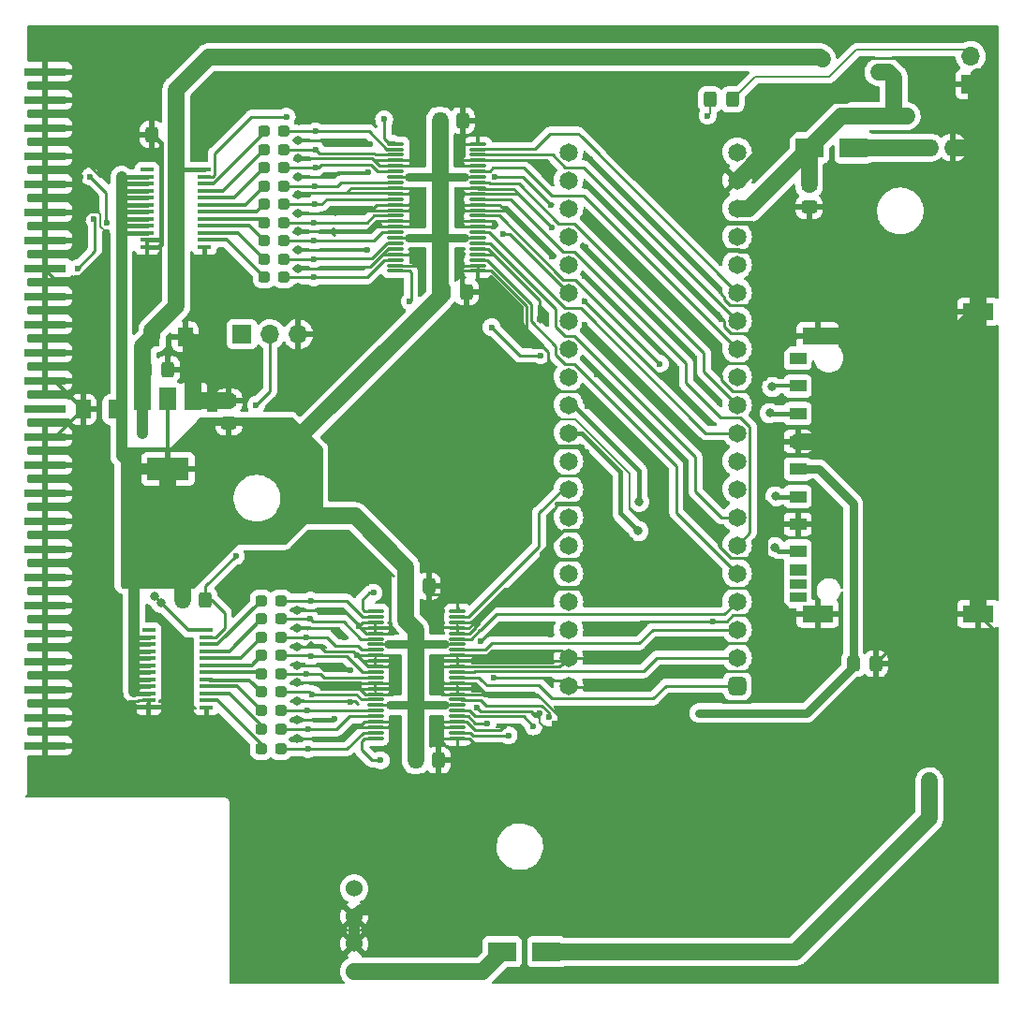
<source format=gbr>
%TF.GenerationSoftware,KiCad,Pcbnew,(6.0.2)*%
%TF.CreationDate,2022-04-15T06:16:40-06:00*%
%TF.ProjectId,XCVR_F1_SMD_V1,58435652-5f46-4315-9f53-4d445f56312e,rev?*%
%TF.SameCoordinates,Original*%
%TF.FileFunction,Copper,L1,Top*%
%TF.FilePolarity,Positive*%
%FSLAX46Y46*%
G04 Gerber Fmt 4.6, Leading zero omitted, Abs format (unit mm)*
G04 Created by KiCad (PCBNEW (6.0.2)) date 2022-04-15 06:16:40*
%MOMM*%
%LPD*%
G01*
G04 APERTURE LIST*
G04 Aperture macros list*
%AMRoundRect*
0 Rectangle with rounded corners*
0 $1 Rounding radius*
0 $2 $3 $4 $5 $6 $7 $8 $9 X,Y pos of 4 corners*
0 Add a 4 corners polygon primitive as box body*
4,1,4,$2,$3,$4,$5,$6,$7,$8,$9,$2,$3,0*
0 Add four circle primitives for the rounded corners*
1,1,$1+$1,$2,$3*
1,1,$1+$1,$4,$5*
1,1,$1+$1,$6,$7*
1,1,$1+$1,$8,$9*
0 Add four rect primitives between the rounded corners*
20,1,$1+$1,$2,$3,$4,$5,0*
20,1,$1+$1,$4,$5,$6,$7,0*
20,1,$1+$1,$6,$7,$8,$9,0*
20,1,$1+$1,$8,$9,$2,$3,0*%
G04 Aperture macros list end*
%TA.AperFunction,SMDPad,CuDef*%
%ADD10R,3.800000X0.750000*%
%TD*%
%TA.AperFunction,SMDPad,CuDef*%
%ADD11RoundRect,0.237500X-0.287500X-0.237500X0.287500X-0.237500X0.287500X0.237500X-0.287500X0.237500X0*%
%TD*%
%TA.AperFunction,ComponentPad*%
%ADD12C,1.524000*%
%TD*%
%TA.AperFunction,SMDPad,CuDef*%
%ADD13RoundRect,0.250001X-0.462499X-0.624999X0.462499X-0.624999X0.462499X0.624999X-0.462499X0.624999X0*%
%TD*%
%TA.AperFunction,SMDPad,CuDef*%
%ADD14RoundRect,0.250001X0.462499X0.624999X-0.462499X0.624999X-0.462499X-0.624999X0.462499X-0.624999X0*%
%TD*%
%TA.AperFunction,SMDPad,CuDef*%
%ADD15RoundRect,0.237500X0.287500X0.237500X-0.287500X0.237500X-0.287500X-0.237500X0.287500X-0.237500X0*%
%TD*%
%TA.AperFunction,SMDPad,CuDef*%
%ADD16R,1.500000X2.000000*%
%TD*%
%TA.AperFunction,SMDPad,CuDef*%
%ADD17R,3.800000X2.000000*%
%TD*%
%TA.AperFunction,SMDPad,CuDef*%
%ADD18R,1.200000X0.400000*%
%TD*%
%TA.AperFunction,ComponentPad*%
%ADD19C,1.270000*%
%TD*%
%TA.AperFunction,SMDPad,CuDef*%
%ADD20RoundRect,0.250000X-0.450000X0.325000X-0.450000X-0.325000X0.450000X-0.325000X0.450000X0.325000X0*%
%TD*%
%TA.AperFunction,SMDPad,CuDef*%
%ADD21RoundRect,0.075000X-0.662500X-0.075000X0.662500X-0.075000X0.662500X0.075000X-0.662500X0.075000X0*%
%TD*%
%TA.AperFunction,SMDPad,CuDef*%
%ADD22RoundRect,0.250000X-0.325000X-0.450000X0.325000X-0.450000X0.325000X0.450000X-0.325000X0.450000X0*%
%TD*%
%TA.AperFunction,SMDPad,CuDef*%
%ADD23RoundRect,0.250000X0.325000X0.450000X-0.325000X0.450000X-0.325000X-0.450000X0.325000X-0.450000X0*%
%TD*%
%TA.AperFunction,ComponentPad*%
%ADD24R,1.700000X1.700000*%
%TD*%
%TA.AperFunction,ComponentPad*%
%ADD25O,1.700000X1.700000*%
%TD*%
%TA.AperFunction,SMDPad,CuDef*%
%ADD26RoundRect,0.250000X0.450000X-0.325000X0.450000X0.325000X-0.450000X0.325000X-0.450000X-0.325000X0*%
%TD*%
%TA.AperFunction,SMDPad,CuDef*%
%ADD27R,1.500000X0.960000*%
%TD*%
%TA.AperFunction,SMDPad,CuDef*%
%ADD28R,1.500000X1.100000*%
%TD*%
%TA.AperFunction,SMDPad,CuDef*%
%ADD29R,2.800000X1.500000*%
%TD*%
%TA.AperFunction,SMDPad,CuDef*%
%ADD30R,2.500000X1.800000*%
%TD*%
%TA.AperFunction,ComponentPad*%
%ADD31RoundRect,0.412500X0.412500X0.412500X-0.412500X0.412500X-0.412500X-0.412500X0.412500X-0.412500X0*%
%TD*%
%TA.AperFunction,ComponentPad*%
%ADD32C,1.650000*%
%TD*%
%TA.AperFunction,ViaPad*%
%ADD33C,0.600000*%
%TD*%
%TA.AperFunction,ViaPad*%
%ADD34C,0.800000*%
%TD*%
%TA.AperFunction,Conductor*%
%ADD35C,0.250000*%
%TD*%
%TA.AperFunction,Conductor*%
%ADD36C,0.400000*%
%TD*%
%TA.AperFunction,Conductor*%
%ADD37C,0.330000*%
%TD*%
%TA.AperFunction,Conductor*%
%ADD38C,1.500000*%
%TD*%
%TA.AperFunction,Conductor*%
%ADD39C,0.450000*%
%TD*%
%TA.AperFunction,Conductor*%
%ADD40C,0.142000*%
%TD*%
%TA.AperFunction,Conductor*%
%ADD41C,0.150000*%
%TD*%
%TA.AperFunction,Conductor*%
%ADD42C,1.000000*%
%TD*%
%TA.AperFunction,Conductor*%
%ADD43C,0.750000*%
%TD*%
G04 APERTURE END LIST*
D10*
%TO.P,J3,1*%
%TO.N,GND*%
X107017820Y-129484120D03*
%TO.P,J3,3*%
X107017820Y-126944120D03*
%TO.P,J3,5*%
X107017820Y-124404120D03*
%TO.P,J3,7*%
X107017820Y-121864120D03*
%TO.P,J3,9*%
X107017820Y-119324120D03*
%TO.P,J3,11*%
X107017820Y-116784120D03*
%TO.P,J3,13*%
X107017820Y-114244120D03*
%TO.P,J3,15*%
X107017820Y-111704120D03*
%TO.P,J3,17*%
X107017820Y-109164120D03*
%TO.P,J3,19*%
X107017820Y-106624120D03*
%TO.P,J3,21*%
X107017820Y-104084120D03*
%TO.P,J3,23*%
X107017820Y-101544120D03*
%TO.P,J3,25*%
%TO.N,Net-(J3-Pad25)*%
X107017820Y-99004120D03*
%TO.P,J3,27*%
%TO.N,GND*%
X107017820Y-96464120D03*
%TO.P,J3,29*%
X107017820Y-93924120D03*
%TO.P,J3,31*%
X107017820Y-91384120D03*
%TO.P,J3,33*%
X107017820Y-88844120D03*
%TO.P,J3,35*%
X107017820Y-86304120D03*
%TO.P,J3,37*%
X107017820Y-83764120D03*
%TO.P,J3,39*%
X107017820Y-81224120D03*
%TO.P,J3,41*%
X107017820Y-78684120D03*
%TO.P,J3,43*%
X107017820Y-76144120D03*
%TO.P,J3,45*%
X107017820Y-73604120D03*
%TO.P,J3,47*%
X107017820Y-71064120D03*
%TO.P,J3,49*%
X107017820Y-68524120D03*
%TD*%
D11*
%TO.P,R6,1*%
%TO.N,Net-(R6-Pad1)*%
X126537780Y-119689880D03*
%TO.P,R6,2*%
%TO.N,DB6*%
X128287780Y-119689880D03*
%TD*%
%TO.P,R4,1*%
%TO.N,Net-(R4-Pad1)*%
X126537780Y-118038880D03*
%TO.P,R4,2*%
%TO.N,DB7*%
X128287780Y-118038880D03*
%TD*%
%TO.P,R5,1*%
%TO.N,Net-(R5-Pad1)*%
X126523780Y-126293880D03*
%TO.P,R5,2*%
%TO.N,DB2*%
X128273780Y-126293880D03*
%TD*%
%TO.P,R10,1*%
%TO.N,Net-(R10-Pad1)*%
X126523780Y-128008380D03*
%TO.P,R10,2*%
%TO.N,DB1*%
X128273780Y-128008380D03*
%TD*%
%TO.P,R7,1*%
%TO.N,Net-(R7-Pad1)*%
X126537780Y-124642880D03*
%TO.P,R7,2*%
%TO.N,DB3*%
X128287780Y-124642880D03*
%TD*%
%TO.P,R8,1*%
%TO.N,Net-(R8-Pad1)*%
X126537780Y-121340880D03*
%TO.P,R8,2*%
%TO.N,DB5*%
X128287780Y-121340880D03*
%TD*%
%TO.P,R1,1*%
%TO.N,Net-(R1-Pad1)*%
X126523780Y-116387880D03*
%TO.P,R1,2*%
%TO.N,DBP*%
X128273780Y-116387880D03*
%TD*%
%TO.P,R11,1*%
%TO.N,Net-(R11-Pad1)*%
X126523780Y-129786380D03*
%TO.P,R11,2*%
%TO.N,DB0*%
X128273780Y-129786380D03*
%TD*%
%TO.P,R9,1*%
%TO.N,Net-(R9-Pad1)*%
X126537780Y-122991880D03*
%TO.P,R9,2*%
%TO.N,DB4*%
X128287780Y-122991880D03*
%TD*%
D12*
%TO.P,J4,1*%
%TO.N,Net-(D2-Pad2)*%
X134917180Y-149919060D03*
%TO.P,J4,2*%
%TO.N,GND*%
X134917180Y-147419060D03*
%TO.P,J4,3*%
X134917180Y-144919060D03*
%TO.P,J4,4*%
%TO.N,Net-(J4-Pad4)*%
X134917180Y-142419060D03*
%TD*%
D13*
%TO.P,C1,1*%
%TO.N,+5F*%
X116664080Y-92506800D03*
%TO.P,C1,2*%
%TO.N,GND*%
X119639080Y-92506800D03*
%TD*%
D14*
%TO.P,C2,1*%
%TO.N,+2V8*%
X113386260Y-99082860D03*
%TO.P,C2,2*%
%TO.N,GND*%
X110411260Y-99082860D03*
%TD*%
D11*
%TO.P,R3,1*%
%TO.N,Net-(R3-Pad1)*%
X126804420Y-73916540D03*
%TO.P,R3,2*%
%TO.N,IO*%
X128554420Y-73916540D03*
%TD*%
%TO.P,R2,1*%
%TO.N,Net-(R2-Pad1)*%
X126804420Y-75567540D03*
%TO.P,R2,2*%
%TO.N,REQ*%
X128554420Y-75567540D03*
%TD*%
D15*
%TO.P,R18,1*%
%TO.N,RST*%
X128554420Y-83822540D03*
%TO.P,R18,2*%
%TO.N,Net-(R18-Pad2)*%
X126804420Y-83822540D03*
%TD*%
%TO.P,R17,1*%
%TO.N,ACK*%
X128554420Y-85473540D03*
%TO.P,R17,2*%
%TO.N,Net-(R17-Pad2)*%
X126804420Y-85473540D03*
%TD*%
%TO.P,R16,1*%
%TO.N,ATN*%
X128554420Y-87124540D03*
%TO.P,R16,2*%
%TO.N,Net-(R16-Pad2)*%
X126804420Y-87124540D03*
%TD*%
%TO.P,R15,1*%
%TO.N,SEL*%
X128554420Y-82171540D03*
%TO.P,R15,2*%
%TO.N,Net-(R15-Pad2)*%
X126804420Y-82171540D03*
%TD*%
%TO.P,R14,1*%
%TO.N,BSY*%
X128554420Y-80520540D03*
%TO.P,R14,2*%
%TO.N,Net-(R14-Pad2)*%
X126804420Y-80520540D03*
%TD*%
%TO.P,R13,1*%
%TO.N,MSG*%
X128554420Y-78869540D03*
%TO.P,R13,2*%
%TO.N,Net-(R13-Pad2)*%
X126804420Y-78869540D03*
%TD*%
%TO.P,R12,1*%
%TO.N,CD*%
X128568420Y-77218540D03*
%TO.P,R12,2*%
%TO.N,Net-(R12-Pad2)*%
X126818420Y-77218540D03*
%TD*%
D16*
%TO.P,U3,1*%
%TO.N,GND*%
X120393220Y-98146920D03*
%TO.P,U3,2*%
%TO.N,+2V8*%
X118093220Y-98146920D03*
D17*
X118093220Y-104446920D03*
D16*
%TO.P,U3,3*%
%TO.N,+5F*%
X115793220Y-98146920D03*
%TD*%
D18*
%TO.P,U2,1*%
%TO.N,Net-(U2-Pad1)*%
X116203420Y-77409040D03*
%TO.P,U2,2*%
%TO.N,+2V8*%
X116203420Y-78044040D03*
%TO.P,U2,3*%
X116203420Y-78679040D03*
%TO.P,U2,4*%
X116203420Y-79314040D03*
%TO.P,U2,5*%
X116203420Y-79949040D03*
%TO.P,U2,6*%
X116203420Y-80584040D03*
%TO.P,U2,7*%
X116203420Y-81219040D03*
%TO.P,U2,8*%
X116203420Y-81854040D03*
%TO.P,U2,9*%
X116203420Y-82489040D03*
%TO.P,U2,10*%
X116203420Y-83124040D03*
%TO.P,U2,11*%
%TO.N,GND*%
X116203420Y-83759040D03*
%TO.P,U2,12*%
X116203420Y-84394040D03*
%TO.P,U2,13*%
X121403420Y-84394040D03*
%TO.P,U2,14*%
%TO.N,Net-(R16-Pad2)*%
X121403420Y-83759040D03*
%TO.P,U2,15*%
%TO.N,Net-(R17-Pad2)*%
X121403420Y-83124040D03*
%TO.P,U2,16*%
%TO.N,Net-(R18-Pad2)*%
X121403420Y-82489040D03*
%TO.P,U2,17*%
%TO.N,Net-(R15-Pad2)*%
X121403420Y-81854040D03*
%TO.P,U2,18*%
%TO.N,Net-(R14-Pad2)*%
X121403420Y-81219040D03*
%TO.P,U2,19*%
%TO.N,Net-(R13-Pad2)*%
X121403420Y-80584040D03*
%TO.P,U2,20*%
%TO.N,Net-(R12-Pad2)*%
X121403420Y-79949040D03*
%TO.P,U2,21*%
%TO.N,Net-(R2-Pad1)*%
X121403420Y-79314040D03*
%TO.P,U2,22*%
%TO.N,Net-(R3-Pad1)*%
X121403420Y-78679040D03*
%TO.P,U2,23*%
%TO.N,Net-(J2-Pad2)*%
X121403420Y-78044040D03*
%TO.P,U2,24*%
%TO.N,+5F*%
X121403420Y-77409040D03*
%TD*%
%TO.P,U1,1*%
%TO.N,Net-(U1-Pad1)*%
X116353280Y-119054880D03*
%TO.P,U1,2*%
%TO.N,+2V8*%
X116353280Y-119689880D03*
%TO.P,U1,3*%
X116353280Y-120324880D03*
%TO.P,U1,4*%
X116353280Y-120959880D03*
%TO.P,U1,5*%
X116353280Y-121594880D03*
%TO.P,U1,6*%
X116353280Y-122229880D03*
%TO.P,U1,7*%
X116353280Y-122864880D03*
%TO.P,U1,8*%
X116353280Y-123499880D03*
%TO.P,U1,9*%
X116353280Y-124134880D03*
%TO.P,U1,10*%
X116353280Y-124769880D03*
%TO.P,U1,11*%
%TO.N,GND*%
X116353280Y-125404880D03*
%TO.P,U1,12*%
X116353280Y-126039880D03*
%TO.P,U1,13*%
X121553280Y-126039880D03*
%TO.P,U1,14*%
%TO.N,Net-(R11-Pad1)*%
X121553280Y-125404880D03*
%TO.P,U1,15*%
%TO.N,Net-(R10-Pad1)*%
X121553280Y-124769880D03*
%TO.P,U1,16*%
%TO.N,Net-(R5-Pad1)*%
X121553280Y-124134880D03*
%TO.P,U1,17*%
%TO.N,Net-(R7-Pad1)*%
X121553280Y-123499880D03*
%TO.P,U1,18*%
%TO.N,Net-(R9-Pad1)*%
X121553280Y-122864880D03*
%TO.P,U1,19*%
%TO.N,Net-(R8-Pad1)*%
X121553280Y-122229880D03*
%TO.P,U1,20*%
%TO.N,Net-(R6-Pad1)*%
X121553280Y-121594880D03*
%TO.P,U1,21*%
%TO.N,Net-(R4-Pad1)*%
X121553280Y-120959880D03*
%TO.P,U1,22*%
%TO.N,Net-(R1-Pad1)*%
X121553280Y-120324880D03*
%TO.P,U1,23*%
%TO.N,Net-(J2-Pad2)*%
X121553280Y-119689880D03*
%TO.P,U1,24*%
%TO.N,+5F*%
X121553280Y-119054880D03*
%TD*%
D19*
%TO.P,F1,1*%
%TO.N,+5VP*%
X182298340Y-68559680D03*
%TO.P,F1,2*%
%TO.N,+5F*%
X177218340Y-67416680D03*
%TD*%
D20*
%TO.P,C3,1*%
%TO.N,+5VP*%
X176034700Y-78733540D03*
%TO.P,C3,2*%
%TO.N,GND*%
X176034700Y-80783540D03*
%TD*%
D21*
%TO.P,U4,1*%
%TO.N,DBPTr*%
X136832340Y-117330720D03*
%TO.P,U4,2*%
%TO.N,DBP*%
X136832340Y-117830720D03*
%TO.P,U4,3*%
%TO.N,GND*%
X136832340Y-118330720D03*
%TO.P,U4,4*%
X136832340Y-118830720D03*
%TO.P,U4,5*%
X136832340Y-119330720D03*
%TO.P,U4,6*%
%TO.N,DB7*%
X136832340Y-119830720D03*
%TO.P,U4,7*%
%TO.N,+2V8*%
X136832340Y-120330720D03*
%TO.P,U4,8*%
%TO.N,DB6*%
X136832340Y-120830720D03*
%TO.P,U4,9*%
%TO.N,GND*%
X136832340Y-121330720D03*
%TO.P,U4,10*%
X136832340Y-121830720D03*
%TO.P,U4,11*%
X136832340Y-122330720D03*
%TO.P,U4,12*%
%TO.N,DB5*%
X136832340Y-122830720D03*
%TO.P,U4,13*%
%TO.N,DB4*%
X136832340Y-123330720D03*
%TO.P,U4,14*%
%TO.N,GND*%
X136832340Y-123830720D03*
%TO.P,U4,15*%
X136832340Y-124330720D03*
%TO.P,U4,16*%
X136832340Y-124830720D03*
%TO.P,U4,17*%
%TO.N,DB3*%
X136832340Y-125330720D03*
%TO.P,U4,18*%
%TO.N,+2V8*%
X136832340Y-125830720D03*
%TO.P,U4,19*%
%TO.N,DB2*%
X136832340Y-126330720D03*
%TO.P,U4,20*%
%TO.N,DB1*%
X136832340Y-126830720D03*
%TO.P,U4,21*%
%TO.N,GND*%
X136832340Y-127330720D03*
%TO.P,U4,22*%
X136832340Y-127830720D03*
%TO.P,U4,23*%
%TO.N,DB0*%
X136832340Y-128330720D03*
%TO.P,U4,24*%
%TO.N,DBPTr*%
X136832340Y-128830720D03*
%TO.P,U4,25*%
%TO.N,GND*%
X144257340Y-128830720D03*
%TO.P,U4,26*%
%TO.N,DB0T*%
X144257340Y-128330720D03*
%TO.P,U4,27*%
%TO.N,GND*%
X144257340Y-127830720D03*
%TO.P,U4,28*%
X144257340Y-127330720D03*
%TO.P,U4,29*%
%TO.N,DB1T*%
X144257340Y-126830720D03*
%TO.P,U4,30*%
%TO.N,DB2T*%
X144257340Y-126330720D03*
%TO.P,U4,31*%
%TO.N,+2V8*%
X144257340Y-125830720D03*
%TO.P,U4,32*%
%TO.N,DB3T*%
X144257340Y-125330720D03*
%TO.P,U4,33*%
%TO.N,GND*%
X144257340Y-124830720D03*
%TO.P,U4,34*%
X144257340Y-124330720D03*
%TO.P,U4,35*%
X144257340Y-123830720D03*
%TO.P,U4,36*%
%TO.N,DB4T*%
X144257340Y-123330720D03*
%TO.P,U4,37*%
%TO.N,DB5T*%
X144257340Y-122830720D03*
%TO.P,U4,38*%
%TO.N,GND*%
X144257340Y-122330720D03*
%TO.P,U4,39*%
X144257340Y-121830720D03*
%TO.P,U4,40*%
X144257340Y-121330720D03*
%TO.P,U4,41*%
%TO.N,DB6T*%
X144257340Y-120830720D03*
%TO.P,U4,42*%
%TO.N,+2V8*%
X144257340Y-120330720D03*
%TO.P,U4,43*%
%TO.N,DB7T*%
X144257340Y-119830720D03*
%TO.P,U4,44*%
%TO.N,GND*%
X144257340Y-119330720D03*
%TO.P,U4,45*%
X144257340Y-118830720D03*
%TO.P,U4,46*%
X144257340Y-118330720D03*
%TO.P,U4,47*%
%TO.N,DBPT*%
X144257340Y-117830720D03*
%TO.P,U4,48*%
%TO.N,GND*%
X144257340Y-117330720D03*
%TD*%
%TO.P,U5,1*%
%TO.N,BP_TATr*%
X138674820Y-75052480D03*
%TO.P,U5,2*%
%TO.N,IO*%
X138674820Y-75552480D03*
%TO.P,U5,3*%
%TO.N,REQ*%
X138674820Y-76052480D03*
%TO.P,U5,4*%
%TO.N,GND*%
X138674820Y-76552480D03*
%TO.P,U5,5*%
X138674820Y-77052480D03*
%TO.P,U5,6*%
%TO.N,CD*%
X138674820Y-77552480D03*
%TO.P,U5,7*%
%TO.N,+2V8*%
X138674820Y-78052480D03*
%TO.P,U5,8*%
%TO.N,MSG*%
X138674820Y-78552480D03*
%TO.P,U5,9*%
%TO.N,GND*%
X138674820Y-79052480D03*
%TO.P,U5,10*%
X138674820Y-79552480D03*
%TO.P,U5,11*%
%TO.N,BSY*%
X138674820Y-80052480D03*
%TO.P,U5,12*%
%TO.N,GND*%
X138674820Y-80552480D03*
%TO.P,U5,13*%
X138674820Y-81052480D03*
%TO.P,U5,14*%
%TO.N,SEL*%
X138674820Y-81552480D03*
%TO.P,U5,15*%
%TO.N,GND*%
X138674820Y-82052480D03*
%TO.P,U5,16*%
X138674820Y-82552480D03*
%TO.P,U5,17*%
%TO.N,RST*%
X138674820Y-83052480D03*
%TO.P,U5,18*%
%TO.N,+2V8*%
X138674820Y-83552480D03*
%TO.P,U5,19*%
%TO.N,ACK*%
X138674820Y-84052480D03*
%TO.P,U5,20*%
%TO.N,GND*%
X138674820Y-84552480D03*
%TO.P,U5,21*%
X138674820Y-85052480D03*
%TO.P,U5,22*%
%TO.N,ATN*%
X138674820Y-85552480D03*
%TO.P,U5,23*%
%TO.N,GND*%
X138674820Y-86052480D03*
%TO.P,U5,24*%
%TO.N,BP_INTr*%
X138674820Y-86552480D03*
%TO.P,U5,25*%
%TO.N,GND*%
X146099820Y-86552480D03*
%TO.P,U5,26*%
X146099820Y-86052480D03*
%TO.P,U5,27*%
%TO.N,ATNT*%
X146099820Y-85552480D03*
%TO.P,U5,28*%
%TO.N,GND*%
X146099820Y-85052480D03*
%TO.P,U5,29*%
X146099820Y-84552480D03*
%TO.P,U5,30*%
%TO.N,ACKT*%
X146099820Y-84052480D03*
%TO.P,U5,31*%
%TO.N,+2V8*%
X146099820Y-83552480D03*
%TO.P,U5,32*%
%TO.N,RSTT*%
X146099820Y-83052480D03*
%TO.P,U5,33*%
%TO.N,GND*%
X146099820Y-82552480D03*
%TO.P,U5,34*%
X146099820Y-82052480D03*
%TO.P,U5,35*%
%TO.N,SELT*%
X146099820Y-81552480D03*
%TO.P,U5,36*%
%TO.N,GND*%
X146099820Y-81052480D03*
%TO.P,U5,37*%
X146099820Y-80552480D03*
%TO.P,U5,38*%
%TO.N,BSYT*%
X146099820Y-80052480D03*
%TO.P,U5,39*%
%TO.N,GND*%
X146099820Y-79552480D03*
%TO.P,U5,40*%
X146099820Y-79052480D03*
%TO.P,U5,41*%
%TO.N,MSGT*%
X146099820Y-78552480D03*
%TO.P,U5,42*%
%TO.N,+2V8*%
X146099820Y-78052480D03*
%TO.P,U5,43*%
%TO.N,CDT*%
X146099820Y-77552480D03*
%TO.P,U5,44*%
%TO.N,GND*%
X146099820Y-77052480D03*
%TO.P,U5,45*%
X146099820Y-76552480D03*
%TO.P,U5,46*%
%TO.N,REQT*%
X146099820Y-76052480D03*
%TO.P,U5,47*%
%TO.N,IOT*%
X146099820Y-75552480D03*
%TO.P,U5,48*%
%TO.N,GND*%
X146099820Y-75052480D03*
%TD*%
D22*
%TO.P,C4,1*%
%TO.N,+2V8*%
X139600720Y-115072160D03*
%TO.P,C4,2*%
%TO.N,GND*%
X141650720Y-115072160D03*
%TD*%
%TO.P,C5,1*%
%TO.N,+2V8*%
X142671580Y-72953880D03*
%TO.P,C5,2*%
%TO.N,GND*%
X144721580Y-72953880D03*
%TD*%
D23*
%TO.P,R19,1*%
%TO.N,Net-(J2-Pad2)*%
X121478040Y-116304060D03*
%TO.P,R19,2*%
%TO.N,+2V8*%
X119428040Y-116304060D03*
%TD*%
D24*
%TO.P,J1,1*%
%TO.N,GND*%
X190642240Y-69659499D03*
D25*
%TO.P,J1,2*%
%TO.N,Net-(J1-Pad2)*%
X190642240Y-67119499D03*
%TD*%
D23*
%TO.P,R21,1*%
%TO.N,Net-(J1-Pad2)*%
X169108120Y-71031100D03*
%TO.P,R21,2*%
%TO.N,Net-(BP2-Pad25)*%
X167058120Y-71031100D03*
%TD*%
%TO.P,C6,1*%
%TO.N,+5F*%
X118685420Y-74206100D03*
%TO.P,C6,2*%
%TO.N,GND*%
X116635420Y-74206100D03*
%TD*%
D22*
%TO.P,C7,1*%
%TO.N,+5F*%
X116060001Y-95455740D03*
%TO.P,C7,2*%
%TO.N,GND*%
X118110001Y-95455740D03*
%TD*%
D26*
%TO.P,C8,1*%
%TO.N,+2V8*%
X123596400Y-100353080D03*
%TO.P,C8,2*%
%TO.N,GND*%
X123596400Y-98303080D03*
%TD*%
D22*
%TO.P,C9,1*%
%TO.N,+5V*%
X186965480Y-75399900D03*
%TO.P,C9,2*%
%TO.N,GND*%
X189015480Y-75399900D03*
%TD*%
%TO.P,C10,1*%
%TO.N,+2V8*%
X140494800Y-130810000D03*
%TO.P,C10,2*%
%TO.N,GND*%
X142544800Y-130810000D03*
%TD*%
%TO.P,C11,1*%
%TO.N,+3V3*%
X180012120Y-122087640D03*
%TO.P,C11,2*%
%TO.N,GND*%
X182062120Y-122087640D03*
%TD*%
D27*
%TO.P,SD1,1*%
%TO.N,Net-(SD1-Pad1)*%
X175011080Y-116095780D03*
%TO.P,SD1,2*%
%TO.N,Net-(SD1-Pad2)*%
X175011080Y-114895780D03*
D28*
%TO.P,SD1,3*%
%TO.N,Net-(SD1-Pad3)*%
X175011080Y-113595780D03*
%TO.P,SD1,4*%
%TO.N,SD_MISO*%
X175011080Y-111895780D03*
%TO.P,SD1,5*%
%TO.N,GND*%
X175011080Y-109465780D03*
%TO.P,SD1,6*%
%TO.N,SD_CLK*%
X175011080Y-106965780D03*
%TO.P,SD1,7*%
%TO.N,+3V3*%
X175011080Y-104465780D03*
%TO.P,SD1,8*%
%TO.N,GND*%
X175011080Y-101965780D03*
%TO.P,SD1,9*%
%TO.N,SD_MOSI*%
X175011080Y-99465780D03*
%TO.P,SD1,10*%
%TO.N,SD_CS*%
X175011080Y-96965780D03*
%TO.P,SD1,11*%
%TO.N,Net-(SD1-Pad11)*%
X175011080Y-94465780D03*
D29*
%TO.P,SD1,12*%
%TO.N,GND*%
X176811080Y-117555780D03*
%TO.P,SD1,13*%
X176811080Y-92455780D03*
%TO.P,SD1,14*%
X191311080Y-117555780D03*
%TO.P,SD1,15*%
X191311080Y-90255780D03*
%TD*%
D30*
%TO.P,D1,1*%
%TO.N,+5VP*%
X176070760Y-75410060D03*
%TO.P,D1,2*%
%TO.N,+5V*%
X180070760Y-75410060D03*
%TD*%
%TO.P,D2,1*%
%TO.N,+5VP*%
X152301960Y-148130260D03*
%TO.P,D2,2*%
%TO.N,Net-(D2-Pad2)*%
X148301960Y-148130260D03*
%TD*%
D24*
%TO.P,J2,1*%
%TO.N,Net-(J2-Pad1)*%
X124780040Y-92280740D03*
D25*
%TO.P,J2,2*%
%TO.N,Net-(J2-Pad2)*%
X127320040Y-92280740D03*
%TO.P,J2,3*%
%TO.N,GND*%
X129860040Y-92280740D03*
%TD*%
D22*
%TO.P,C12,1*%
%TO.N,+2V8*%
X143017020Y-88447880D03*
%TO.P,C12,2*%
%TO.N,GND*%
X145067020Y-88447880D03*
%TD*%
D31*
%TO.P,BP2,1*%
%TO.N,DB4T*%
X169524680Y-124063760D03*
D32*
%TO.P,BP2,2*%
%TO.N,DB5T*%
X169524680Y-121523760D03*
%TO.P,BP2,3*%
%TO.N,DB6T*%
X169524680Y-118983760D03*
%TO.P,BP2,4*%
%TO.N,DB7T*%
X169524680Y-116443760D03*
%TO.P,BP2,5*%
%TO.N,ATNT*%
X169524680Y-113903760D03*
%TO.P,BP2,6*%
%TO.N,BSYT*%
X169524680Y-111363760D03*
%TO.P,BP2,7*%
%TO.N,ACKT*%
X169524680Y-108823760D03*
%TO.P,BP2,8*%
%TO.N,Net-(BP2-Pad8)*%
X169524680Y-106283760D03*
%TO.P,BP2,9*%
%TO.N,Net-(BP2-Pad9)*%
X169524680Y-103743760D03*
%TO.P,BP2,10*%
%TO.N,RSTT*%
X169524680Y-101203760D03*
%TO.P,BP2,11*%
%TO.N,MSGT*%
X169524680Y-98663760D03*
%TO.P,BP2,12*%
%TO.N,SELT*%
X169524680Y-96123760D03*
%TO.P,BP2,13*%
%TO.N,CDT*%
X169524680Y-93583760D03*
%TO.P,BP2,14*%
%TO.N,REQT*%
X169524680Y-91043760D03*
%TO.P,BP2,15*%
%TO.N,IOT*%
X169524680Y-88503760D03*
%TO.P,BP2,16*%
%TO.N,DB0T*%
X169524680Y-85963760D03*
%TO.P,BP2,17*%
%TO.N,DB1T*%
X169524680Y-83423760D03*
%TO.P,BP2,18*%
%TO.N,+5VP*%
X169524680Y-80883760D03*
%TO.P,BP2,19*%
%TO.N,GND*%
X169524680Y-78343760D03*
%TO.P,BP2,20*%
%TO.N,Net-(BP2-Pad20)*%
X169524680Y-75803760D03*
%TO.P,BP2,21*%
%TO.N,Net-(BP2-Pad21)*%
X154284680Y-75803760D03*
%TO.P,BP2,22*%
%TO.N,Net-(BP2-Pad22)*%
X154284680Y-78343760D03*
%TO.P,BP2,23*%
%TO.N,Net-(BP2-Pad23)*%
X154284680Y-80883760D03*
%TO.P,BP2,24*%
%TO.N,Net-(BP2-Pad24)*%
X154284680Y-83423760D03*
%TO.P,BP2,25*%
%TO.N,Net-(BP2-Pad25)*%
X154284680Y-85963760D03*
%TO.P,BP2,26*%
%TO.N,BP_TATr*%
X154284680Y-88503760D03*
%TO.P,BP2,27*%
%TO.N,DBPTr*%
X154284680Y-91043760D03*
%TO.P,BP2,28*%
%TO.N,BP_INTr*%
X154284680Y-93583760D03*
%TO.P,BP2,29*%
%TO.N,SD_CS*%
X154284680Y-96123760D03*
%TO.P,BP2,30*%
%TO.N,SD_CLK*%
X154284680Y-98663760D03*
%TO.P,BP2,31*%
%TO.N,SD_MISO*%
X154284680Y-101203760D03*
%TO.P,BP2,32*%
%TO.N,SD_MOSI*%
X154284680Y-103743760D03*
%TO.P,BP2,33*%
%TO.N,DBPT*%
X154284680Y-106283760D03*
%TO.P,BP2,34*%
%TO.N,Net-(BP2-Pad34)*%
X154284680Y-108823760D03*
%TO.P,BP2,35*%
%TO.N,DB2T*%
X154284680Y-111363760D03*
%TO.P,BP2,36*%
%TO.N,DB3T*%
X154284680Y-113903760D03*
%TO.P,BP2,37*%
%TO.N,Net-(BP2-Pad37)*%
X154284680Y-116443760D03*
%TO.P,BP2,38*%
%TO.N,+3V3*%
X154284680Y-118983760D03*
%TO.P,BP2,39*%
%TO.N,GND*%
X154284680Y-121523760D03*
%TO.P,BP2,40*%
X154284680Y-124063760D03*
%TD*%
D33*
%TO.N,GND*%
X146392900Y-98132900D03*
X121315480Y-72504300D03*
X180825140Y-69169280D03*
X107033060Y-79946500D03*
X138592560Y-124358400D03*
X152659080Y-96446340D03*
D34*
X144419320Y-85267800D03*
D33*
X151993600Y-150484840D03*
X106984800Y-87541100D03*
X111318040Y-104683560D03*
X140802360Y-75819000D03*
X156131260Y-116560600D03*
X133075680Y-103670100D03*
X155783280Y-91427300D03*
X167764460Y-90507820D03*
X152689560Y-80553560D03*
X142367000Y-124404120D03*
X140627100Y-79618840D03*
X145625820Y-110390940D03*
X166690040Y-108976160D03*
D34*
X112509300Y-77967840D03*
D33*
X168015920Y-122725180D03*
X138485880Y-119080280D03*
X155735020Y-86992460D03*
X132969000Y-117345460D03*
X188909960Y-89646760D03*
X152811480Y-85283040D03*
X151655780Y-126598680D03*
X122560080Y-69715380D03*
D34*
X107017820Y-128264920D03*
D33*
X150334980Y-145427700D03*
D34*
X129872740Y-76380340D03*
D33*
X107017820Y-107866180D03*
X122072400Y-98663760D03*
X121155460Y-92489020D03*
D34*
X129872740Y-81340960D03*
D33*
X145016220Y-71379080D03*
D34*
X129872740Y-79689960D03*
D33*
X138605260Y-121853960D03*
D34*
X129872740Y-84653120D03*
D33*
X123012200Y-115275360D03*
D34*
X161523680Y-108798360D03*
X110040420Y-84020660D03*
X111696500Y-69321680D03*
D33*
X182069740Y-70467220D03*
X172035470Y-100580190D03*
X151310340Y-95293180D03*
X128005840Y-98628200D03*
X142994380Y-108793280D03*
X171961810Y-96229170D03*
X107045760Y-72275700D03*
X173093380Y-109788960D03*
X110444280Y-81846420D03*
X142341600Y-127223520D03*
X167345360Y-116598700D03*
X142237460Y-118089680D03*
X168161981Y-102553759D03*
X155971240Y-98798380D03*
X173507400Y-145503900D03*
D34*
X129890520Y-72958960D03*
D33*
X140583920Y-82039460D03*
X142560040Y-132351780D03*
X145999200Y-126057660D03*
X112562640Y-83075780D03*
D34*
X107017820Y-110456980D03*
D33*
X107017820Y-92636340D03*
X146870420Y-124825760D03*
D34*
X129730500Y-122207020D03*
D33*
X138645900Y-127312420D03*
X111264700Y-102509320D03*
X147513040Y-123383040D03*
X132369560Y-110683040D03*
X136786620Y-91818460D03*
X152681940Y-119456200D03*
X167327580Y-118275100D03*
X160025080Y-96078040D03*
X148440140Y-127782320D03*
X136316720Y-75092560D03*
D34*
X159778700Y-111018320D03*
X129872740Y-78051660D03*
D33*
X136179560Y-77604620D03*
X145694400Y-106128820D03*
X184851040Y-111615220D03*
X177098960Y-149405340D03*
X152981660Y-77442060D03*
X184396380Y-127363220D03*
X107000040Y-77447140D03*
X146331940Y-120048020D03*
X185072020Y-89535000D03*
X156217620Y-76431140D03*
D34*
X107017820Y-115531900D03*
D33*
X155826460Y-84421980D03*
X144940020Y-93461840D03*
X155864560Y-81592420D03*
D34*
X129730500Y-127149860D03*
D33*
X188991220Y-101965780D03*
X167546020Y-113553240D03*
X155735020Y-89265760D03*
X189092840Y-122684540D03*
X165473380Y-98671380D03*
X135008620Y-93540580D03*
X109877860Y-87200740D03*
X156883100Y-95948500D03*
X133179820Y-127066040D03*
X147627340Y-130649980D03*
X116159280Y-89443560D03*
X125079760Y-115252500D03*
X107005120Y-130733800D03*
X130649980Y-70495160D03*
X151663400Y-90947240D03*
X184640220Y-122753120D03*
D34*
X107017820Y-125684280D03*
D33*
X135394700Y-127749300D03*
X172468540Y-121452640D03*
X134934960Y-115742720D03*
X107035600Y-74912220D03*
X188955680Y-127457200D03*
X167947340Y-98480880D03*
D34*
X107017820Y-120561100D03*
X111551720Y-75448160D03*
X129730500Y-123797060D03*
D33*
X142356840Y-121737120D03*
D34*
X129847340Y-88021160D03*
D33*
X156665919Y-110013761D03*
X120746520Y-88833960D03*
X140754100Y-85128100D03*
X135354060Y-118668800D03*
D34*
X129872740Y-74719180D03*
D33*
X139496800Y-98999040D03*
X171668440Y-114894360D03*
X111211360Y-107149900D03*
D34*
X107017820Y-118031260D03*
X129730500Y-125488700D03*
D33*
X110167420Y-78056740D03*
X147502880Y-89959180D03*
X178846480Y-66405760D03*
X155920440Y-78854300D03*
D34*
X107017820Y-112991900D03*
X144444720Y-80794860D03*
X110152180Y-93924120D03*
D33*
X148488400Y-96647000D03*
X124193300Y-117431820D03*
X157345380Y-93426280D03*
X171739560Y-108795820D03*
D34*
X129730500Y-128882140D03*
D33*
X107017820Y-69771260D03*
X189242700Y-111780320D03*
D34*
X162382200Y-105849420D03*
D33*
X167660320Y-106299000D03*
D34*
X129872740Y-86324440D03*
D33*
X135194040Y-121335800D03*
X153052780Y-127525780D03*
X107033060Y-90073480D03*
X111028480Y-89997280D03*
X141076680Y-93441520D03*
X107035600Y-82443320D03*
X129740660Y-98607880D03*
X152791160Y-82588100D03*
D34*
X107017820Y-123118880D03*
D33*
X184932300Y-101965780D03*
X147391120Y-108658660D03*
X136133840Y-84653120D03*
X155928060Y-118722140D03*
X138013440Y-115844320D03*
X176862740Y-120177560D03*
D34*
X129730500Y-120545860D03*
X129730500Y-118854220D03*
D33*
X147632420Y-78008480D03*
X155920440Y-104134920D03*
D34*
X129872740Y-82991960D03*
D33*
X134609840Y-122682000D03*
D34*
X144589500Y-75681840D03*
D33*
X134607300Y-125524260D03*
D34*
X111566960Y-72593200D03*
D33*
X134035800Y-119702580D03*
D34*
X129730500Y-117221000D03*
%TO.N,+5V*%
X183515000Y-75410060D03*
X184673240Y-75410060D03*
%TO.N,SD_CS*%
X172694600Y-97053400D03*
%TO.N,SD_CLK*%
X172986700Y-106954320D03*
X160665160Y-107442000D03*
%TO.N,SD_MISO*%
X172940980Y-111536480D03*
X160609601Y-110073761D03*
%TO.N,SD_MOSI*%
X172471080Y-99420680D03*
D33*
%TO.N,ATN*%
X131295140Y-87124540D03*
%TO.N,BSY*%
X131351020Y-80520540D03*
X111401860Y-81818480D03*
X109928660Y-86304120D03*
%TO.N,DBP*%
X130987800Y-116387880D03*
%TO.N,ACK*%
X131292600Y-85473540D03*
%TO.N,RST*%
X131290060Y-83822540D03*
%TO.N,MSG*%
X131378960Y-78869540D03*
%TO.N,SEL*%
X131310380Y-82171540D03*
X111081820Y-78016100D03*
X112577880Y-82161380D03*
%TO.N,CD*%
X131404360Y-77218540D03*
%TO.N,REQ*%
X131409440Y-75567540D03*
%TO.N,IO*%
X131429760Y-73916540D03*
%TO.N,DB7*%
X130967480Y-118038880D03*
%TO.N,DB6*%
X130571240Y-119689880D03*
%TO.N,DB5*%
X130990340Y-121389140D03*
%TO.N,DB4*%
X130622040Y-123022360D03*
%TO.N,DB3*%
X131076700Y-124825760D03*
%TO.N,DB2*%
X130716020Y-126293880D03*
%TO.N,DB1*%
X130728720Y-128008380D03*
%TO.N,DB0*%
X130733800Y-129786380D03*
%TO.N,+3V3*%
X167111680Y-126535180D03*
X166336980Y-126519940D03*
D34*
%TO.N,+5VP*%
X184856120Y-72547480D03*
X186893200Y-132694680D03*
X183657240Y-72547480D03*
X186883040Y-133901180D03*
%TO.N,+5F*%
X115793220Y-101122780D03*
X117467380Y-116586000D03*
X116843810Y-115962430D03*
X115793220Y-99997560D03*
D33*
%TO.N,SELT*%
X162542220Y-94955360D03*
%TO.N,DB0T*%
X148874480Y-128564640D03*
%TO.N,DB1T*%
X146982180Y-127469900D03*
%TO.N,DB3T*%
X152488900Y-126911100D03*
%TO.N,DB2T*%
X151117300Y-127741680D03*
%TO.N,BP_TATr*%
X148414740Y-83205320D03*
X137634980Y-72837040D03*
%TO.N,DBPTr*%
X136654540Y-115651280D03*
X137316210Y-130808730D03*
%TO.N,BP_INTr*%
X151795480Y-94183200D03*
X147336510Y-91644470D03*
X139954000Y-89324180D03*
%TO.N,Net-(J2-Pad2)*%
X128828800Y-72616060D03*
X124213939Y-112334359D03*
X126055120Y-98681540D03*
%TO.N,Net-(BP2-Pad25)*%
X166862760Y-72501760D03*
%TD*%
D35*
%TO.N,GND*%
X136179560Y-77604620D02*
X136179560Y-77604620D01*
X136133840Y-84653120D02*
X136133840Y-84653120D01*
D36*
X144759680Y-75059540D02*
X144759680Y-76060300D01*
X144615461Y-87154459D02*
X144615461Y-87878359D01*
D35*
X125826520Y-88933020D02*
X128066450Y-88933020D01*
X125572520Y-88933020D02*
X125826520Y-88933020D01*
X110571280Y-81854040D02*
X110571280Y-81854040D01*
X112562640Y-83075780D02*
X112562640Y-83075780D01*
X110167420Y-78056740D02*
X110190280Y-78033880D01*
X109877860Y-87200740D02*
X109877860Y-87200740D01*
X110040420Y-84020660D02*
X110040420Y-84020660D01*
X110152180Y-93924120D02*
X110164880Y-93924120D01*
X111696500Y-69321680D02*
X111696500Y-69321680D01*
X111566960Y-72593200D02*
X111566960Y-72593200D01*
X111551720Y-75448160D02*
X111551720Y-75448160D01*
X112509300Y-77967840D02*
X112509300Y-77967840D01*
X107017820Y-110456980D02*
X107017820Y-110456980D01*
X107017820Y-110456980D02*
X107017820Y-107866180D01*
X107017820Y-112991900D02*
X107017820Y-110456980D01*
X107017820Y-115531900D02*
X107017820Y-112991900D01*
X107017820Y-118031260D02*
X107017820Y-115531900D01*
X107017820Y-120561100D02*
X107017820Y-118031260D01*
X107017820Y-123118880D02*
X107017820Y-120561100D01*
X107017820Y-125684280D02*
X107017820Y-123118880D01*
X107017820Y-128264920D02*
X107017820Y-125684280D01*
D37*
X171961810Y-96229170D02*
X172526960Y-95664020D01*
X172035470Y-100580190D02*
X171320460Y-99865180D01*
X172913040Y-108216700D02*
X172913040Y-108216700D01*
X172994320Y-110434120D02*
X172994320Y-110434120D01*
D35*
X151310340Y-95293180D02*
X151434800Y-95168720D01*
X148488400Y-96647000D02*
X149956520Y-96647000D01*
X151168100Y-97805240D02*
X151168100Y-97805240D01*
X147627340Y-130649980D02*
X148054060Y-130649980D01*
X153125170Y-127554990D02*
X153167080Y-127513080D01*
X142717520Y-123123960D02*
X142641320Y-123047760D01*
X139948920Y-79522320D02*
X139948920Y-79522320D01*
X140266420Y-74736960D02*
X140266420Y-74736960D01*
X144940020Y-93461840D02*
X144940020Y-93461840D01*
D38*
X122120660Y-98303080D02*
X120549380Y-98303080D01*
D35*
X121188480Y-92506800D02*
X119639080Y-92506800D01*
D38*
X174515780Y-70718680D02*
X174404020Y-70718680D01*
D37*
X156665919Y-110013761D02*
X156665919Y-110013761D01*
D38*
X184932300Y-101965780D02*
X188991220Y-101965780D01*
X188991220Y-101965780D02*
X190632100Y-101965780D01*
D35*
X156883100Y-95948500D02*
X156829760Y-95895160D01*
X151663400Y-90947240D02*
X151663400Y-91173300D01*
X152811480Y-85283040D02*
X152811480Y-85283040D01*
X152791160Y-82588100D02*
X152791160Y-82588100D01*
X152981660Y-77442060D02*
X152981660Y-77442060D01*
X138460220Y-124330720D02*
X138460220Y-124330720D01*
X148440140Y-127782320D02*
X148440140Y-127782320D01*
X107017820Y-107866180D02*
X107017820Y-101544120D01*
X166212520Y-108889800D02*
X164823140Y-107500420D01*
D37*
X172570056Y-110434120D02*
X172175979Y-110828197D01*
X175011080Y-101965780D02*
X173883978Y-101965780D01*
D35*
X136708460Y-76552480D02*
X136698646Y-76562294D01*
X172994320Y-110434120D02*
X172049440Y-110434120D01*
X135505180Y-123797060D02*
X135538840Y-123830720D01*
X138674820Y-80552480D02*
X140323760Y-80552480D01*
X138546170Y-81077470D02*
X136462170Y-81077470D01*
X144618890Y-122305650D02*
X153497710Y-122305650D01*
X154398980Y-124178060D02*
X154284680Y-124063760D01*
X107017820Y-83764120D02*
X109783880Y-83764120D01*
D38*
X191311080Y-102644760D02*
X191311080Y-90255780D01*
D35*
X153682700Y-122120660D02*
X154279600Y-121523760D01*
X146099820Y-79052480D02*
X144660560Y-79052480D01*
X130640262Y-120545860D02*
X129730500Y-120545860D01*
X146664680Y-124825760D02*
X146514820Y-124675900D01*
X133443980Y-118854220D02*
X133443980Y-118879620D01*
X151999122Y-93461840D02*
X150987760Y-93461840D01*
X142448800Y-127330720D02*
X142341600Y-127223520D01*
X148125180Y-96647000D02*
X148488400Y-96647000D01*
X168387039Y-89169519D02*
X168871281Y-89653761D01*
X150182580Y-78046580D02*
X152689560Y-80553560D01*
X137187940Y-127840740D02*
X138336020Y-127840740D01*
D38*
X191311080Y-75212760D02*
X191311080Y-68961820D01*
D35*
X136832340Y-127830720D02*
X135476120Y-127830720D01*
D38*
X175011080Y-101965780D02*
X184932300Y-101965780D01*
D35*
X136832340Y-121830720D02*
X135688960Y-121830720D01*
X129730500Y-123797060D02*
X131122420Y-123797060D01*
X110037880Y-71064120D02*
X111566960Y-72593200D01*
X144257340Y-118330720D02*
X144295120Y-118330720D01*
X136832340Y-122330720D02*
X138960100Y-122330720D01*
X138674820Y-81052480D02*
X138571160Y-81052480D01*
X135515980Y-118830720D02*
X135354060Y-118668800D01*
X129730500Y-123797060D02*
X131886960Y-123797060D01*
D37*
X172175979Y-115147681D02*
X174584078Y-117555780D01*
D35*
X144257340Y-128830720D02*
X144257340Y-129130480D01*
D39*
X131978400Y-124061220D02*
X135308340Y-124061220D01*
D35*
X155983940Y-124178060D02*
X154398980Y-124178060D01*
X144259800Y-117330720D02*
X144335500Y-117255020D01*
X170653059Y-112513761D02*
X168967599Y-112513761D01*
X116353280Y-125404880D02*
X115421358Y-125404880D01*
X170594020Y-115222020D02*
X168163240Y-115222020D01*
D37*
X192208320Y-125839219D02*
X192935860Y-125111679D01*
D35*
X132783580Y-82991960D02*
X133078220Y-82697320D01*
X121188480Y-92506800D02*
X121188480Y-92506800D01*
X136832340Y-124330720D02*
X138460220Y-124330720D01*
D37*
X186593980Y-117555780D02*
X182062120Y-122087640D01*
D35*
X111958562Y-77967840D02*
X112509300Y-77967840D01*
X129730500Y-118854220D02*
X131856480Y-118854220D01*
X149835180Y-76552480D02*
X149840840Y-76558140D01*
D36*
X169748200Y-84736940D02*
X169660021Y-84648761D01*
D35*
X144257340Y-122330720D02*
X142469360Y-122330720D01*
X144257340Y-117330720D02*
X144259800Y-117330720D01*
D37*
X157020281Y-115253759D02*
X157060281Y-115293759D01*
D35*
X136832340Y-119330720D02*
X136015980Y-119330720D01*
D38*
X189015480Y-75399900D02*
X191123940Y-75399900D01*
D35*
X133116320Y-81340960D02*
X133664960Y-80792320D01*
X148080920Y-80552480D02*
X148517610Y-80989170D01*
D40*
X160670240Y-108798360D02*
X161523680Y-108798360D01*
D35*
X129730500Y-125488700D02*
X131805680Y-125488700D01*
D37*
X107017820Y-96464120D02*
X107792520Y-96464120D01*
D35*
X144257340Y-123830720D02*
X142702920Y-123830720D01*
X152659080Y-96446340D02*
X152420481Y-96207741D01*
D36*
X176034700Y-80783540D02*
X176034700Y-82593180D01*
X144759680Y-71450200D02*
X144759680Y-75059540D01*
D35*
X107017820Y-86304120D02*
X107017820Y-86438740D01*
D38*
X191311080Y-109064240D02*
X191311080Y-102644760D01*
D35*
X164823140Y-107500420D02*
X164823140Y-103888540D01*
X168089580Y-96395742D02*
X168089580Y-96001840D01*
D37*
X171825920Y-107129580D02*
X171825920Y-100789740D01*
D35*
X146213920Y-118468891D02*
X145833671Y-118849140D01*
X150456249Y-89742117D02*
X150456249Y-92228051D01*
X109941360Y-81224120D02*
X110571280Y-81854040D01*
X129750820Y-120566180D02*
X129730500Y-120545860D01*
X146099820Y-75052480D02*
X146099820Y-74656660D01*
X146099820Y-79052480D02*
X146168931Y-79121591D01*
X129730500Y-125488700D02*
X135044180Y-125488700D01*
X142915520Y-124830720D02*
X142714980Y-124630180D01*
X146099820Y-77052480D02*
X144433600Y-77052480D01*
X138674820Y-80552480D02*
X138786680Y-80552480D01*
X136832340Y-123830720D02*
X138468740Y-123830720D01*
X145283920Y-115770660D02*
X141444980Y-115770660D01*
D37*
X192935860Y-125111679D02*
X192935860Y-119180560D01*
D35*
X150456249Y-92228051D02*
X150342600Y-92341700D01*
X129872740Y-82991960D02*
X132783580Y-82991960D01*
X138674820Y-82552480D02*
X140530640Y-82552480D01*
X145965620Y-75052480D02*
X145958560Y-75059540D01*
X147749260Y-82453480D02*
X147561300Y-82641440D01*
X134160260Y-79522320D02*
X130040380Y-79522320D01*
X190642240Y-69659499D02*
X188142879Y-69659499D01*
D36*
X116203420Y-84394040D02*
X117215920Y-84394040D01*
D35*
X145074438Y-127330720D02*
X145838619Y-128094901D01*
X110444280Y-81846420D02*
X110444280Y-81661000D01*
X138674820Y-77052480D02*
X140272460Y-77052480D01*
D40*
X113179860Y-74206100D02*
X111566960Y-72593200D01*
D35*
X136832340Y-127830720D02*
X137177920Y-127830720D01*
D40*
X152659080Y-96446340D02*
X152659080Y-99705160D01*
D35*
X137153490Y-119355710D02*
X138481910Y-119355710D01*
X145745050Y-118305730D02*
X145833671Y-118217109D01*
X168356280Y-91577362D02*
X168972679Y-92193761D01*
X136832340Y-124830720D02*
X138409800Y-124830720D01*
X107017820Y-68524120D02*
X110898940Y-68524120D01*
D37*
X171825920Y-100789740D02*
X172035470Y-100580190D01*
D35*
X148868781Y-115293759D02*
X157060281Y-115293759D01*
X169158920Y-117703600D02*
X170149520Y-117703600D01*
X162725100Y-96255840D02*
X162976560Y-96255840D01*
X131971040Y-124330720D02*
X131749800Y-124109480D01*
D40*
X112006879Y-81470999D02*
X112006879Y-82520019D01*
D35*
X136832340Y-121330720D02*
X138099800Y-121330720D01*
X149816820Y-79613760D02*
X152791160Y-82588100D01*
X146099820Y-81052480D02*
X148454300Y-81052480D01*
X152293320Y-76558140D02*
X152519380Y-76784200D01*
X137222740Y-122330720D02*
X137242300Y-122311160D01*
X138674820Y-84552480D02*
X138008028Y-84552480D01*
X136015980Y-119330720D02*
X135354060Y-118668800D01*
X131607560Y-117221000D02*
X129730500Y-117221000D01*
D41*
X151655780Y-126598680D02*
X151655780Y-127411480D01*
D35*
X171061380Y-111422180D02*
X171061380Y-112105440D01*
X109707680Y-73604120D02*
X111551720Y-75448160D01*
X121403420Y-89027960D02*
X121498360Y-88933020D01*
D40*
X159804100Y-104849358D02*
X159804100Y-107932220D01*
D37*
X147511180Y-117013400D02*
X149270821Y-115253759D01*
D35*
X109783880Y-83764120D02*
X110040420Y-84020660D01*
X136380848Y-86179660D02*
X134950200Y-86179660D01*
D41*
X153543721Y-107598759D02*
X152763220Y-108379260D01*
D35*
X107779820Y-87200740D02*
X109877860Y-87200740D01*
X148054060Y-130649980D02*
X150030180Y-130649980D01*
D38*
X123596400Y-98303080D02*
X122120660Y-98303080D01*
D35*
X136832340Y-123830720D02*
X135538840Y-123830720D01*
X144257340Y-119330720D02*
X145352091Y-119330720D01*
X138674820Y-79552480D02*
X140131480Y-79552480D01*
X144615461Y-86181639D02*
X144615461Y-87154459D01*
X132440680Y-122682000D02*
X132212080Y-122453400D01*
X155735020Y-89265760D02*
X162725100Y-96255840D01*
X144257340Y-124830720D02*
X146865460Y-124830720D01*
X136698646Y-76562294D02*
X137188832Y-77052480D01*
X136832340Y-118330720D02*
X135692140Y-118330720D01*
X135194040Y-121335800D02*
X134797370Y-120939130D01*
X138674820Y-85052480D02*
X140320340Y-85052480D01*
D37*
X107950000Y-101544120D02*
X110411260Y-99082860D01*
X146213920Y-118310660D02*
X147511180Y-117013400D01*
D35*
X144257340Y-121830720D02*
X153972640Y-121830720D01*
D37*
X129730500Y-118854220D02*
X130642360Y-118854220D01*
D35*
X147073040Y-76552480D02*
X148689640Y-76552480D01*
X150154640Y-78018640D02*
X150182580Y-78046580D01*
D40*
X152887680Y-99933760D02*
X154888502Y-99933760D01*
D35*
X135692140Y-118330720D02*
X135354060Y-118668800D01*
X136987160Y-80552480D02*
X136462170Y-81077470D01*
X144257340Y-124830720D02*
X142915520Y-124830720D01*
D36*
X117215920Y-84394040D02*
X117457220Y-84152740D01*
D35*
X151104158Y-126598680D02*
X151655780Y-126598680D01*
X144257340Y-121330720D02*
X142763240Y-121330720D01*
X171961810Y-96229170D02*
X170743880Y-97447100D01*
X107017820Y-129484120D02*
X107017820Y-128264920D01*
X138560180Y-79522320D02*
X134160260Y-79522320D01*
X144257340Y-127330720D02*
X142448800Y-127330720D01*
X168356280Y-91099640D02*
X168356280Y-91577362D01*
X144702340Y-81052480D02*
X144444720Y-80794860D01*
X171465240Y-123560840D02*
X171465240Y-124734320D01*
X146316700Y-126375160D02*
X150880638Y-126375160D01*
X185747660Y-67264280D02*
X181691280Y-67264280D01*
X137367324Y-85193184D02*
X136380848Y-86179660D01*
X146099820Y-82552480D02*
X144683540Y-82552480D01*
X146865460Y-124830720D02*
X146870420Y-124825760D01*
X136832340Y-124830720D02*
X135905120Y-124830720D01*
X146099820Y-86052480D02*
X144744620Y-86052480D01*
X150009860Y-96647000D02*
X151168100Y-97805240D01*
X121553280Y-126039880D02*
X121553280Y-127692460D01*
X150030180Y-130649980D02*
X153125170Y-127554990D01*
X135044180Y-125488700D02*
X135249920Y-125694440D01*
X129872740Y-84653120D02*
X136133840Y-84653120D01*
X152592080Y-77052480D02*
X152981660Y-77442060D01*
X137508028Y-85052480D02*
X137367324Y-85193184D01*
X167327580Y-118275100D02*
X168587420Y-118275100D01*
X145521530Y-118305730D02*
X145745050Y-118305730D01*
D42*
X134917180Y-144904460D02*
X135509000Y-144312640D01*
D35*
X146099820Y-82052480D02*
X147510180Y-82052480D01*
X107017820Y-78684120D02*
X109540040Y-78684120D01*
X157060281Y-115293759D02*
X160817560Y-111536480D01*
X146133920Y-117675660D02*
X146239280Y-117570300D01*
X168972679Y-92193761D02*
X170383819Y-92193761D01*
X136832340Y-118830720D02*
X135515980Y-118830720D01*
X135905120Y-124830720D02*
X135405120Y-124330720D01*
D36*
X173890940Y-84736940D02*
X171475400Y-84736940D01*
D35*
X121498360Y-88933020D02*
X125572520Y-88933020D01*
X153205901Y-107827359D02*
X153007060Y-108026200D01*
X149840840Y-76558140D02*
X152293320Y-76558140D01*
X153972640Y-121830720D02*
X154279600Y-121523760D01*
X146099820Y-76552480D02*
X147073040Y-76552480D01*
X131762615Y-122207020D02*
X132153717Y-122598123D01*
X153497710Y-122305650D02*
X154279600Y-121523760D01*
X151663400Y-90292950D02*
X151663400Y-90578940D01*
X131886960Y-123797060D02*
X131886960Y-123969780D01*
X145301618Y-128830720D02*
X145976340Y-129505442D01*
X134609840Y-122682000D02*
X132440680Y-122682000D01*
X144257340Y-127330720D02*
X145074438Y-127330720D01*
X144257340Y-123830720D02*
X145875380Y-123830720D01*
X138674820Y-76552480D02*
X136708460Y-76552480D01*
X138674820Y-80552480D02*
X136987160Y-80552480D01*
X153606500Y-120850660D02*
X147379830Y-120850660D01*
X144940020Y-90736420D02*
X144940020Y-93461840D01*
X109957042Y-87200740D02*
X112562640Y-84595142D01*
X107017820Y-73604120D02*
X109707680Y-73604120D01*
D38*
X190632100Y-101965780D02*
X191311080Y-102644760D01*
D35*
X136832340Y-118830720D02*
X138470380Y-118830720D01*
D36*
X153684519Y-107598759D02*
X153205901Y-107598759D01*
D35*
X138674820Y-79052480D02*
X140317280Y-79052480D01*
X145875380Y-123830720D02*
X146870420Y-124825760D01*
X145833671Y-118849140D02*
X145833671Y-118508351D01*
X112562640Y-84595142D02*
X112562640Y-83075780D01*
D37*
X175011080Y-109465780D02*
X173962660Y-109465780D01*
D35*
X146168931Y-79121591D02*
X149324651Y-79121591D01*
X107017820Y-86438740D02*
X107779820Y-87200740D01*
X135199120Y-121330720D02*
X135194040Y-121335800D01*
X138674820Y-76552480D02*
X140541320Y-76552480D01*
D37*
X171320460Y-99865180D02*
X171320460Y-96870520D01*
D35*
X129872740Y-81340960D02*
X133116320Y-81340960D01*
X135808980Y-124330720D02*
X131971040Y-124330720D01*
X144335500Y-117255020D02*
X144335500Y-116979700D01*
X137177920Y-127830720D02*
X137187940Y-127840740D01*
X146099820Y-75052480D02*
X145965620Y-75052480D01*
X151663400Y-90578940D02*
X151663400Y-90947240D01*
X110134842Y-76144120D02*
X111958562Y-77967840D01*
X146099820Y-82052480D02*
X144673640Y-82052480D01*
X149956520Y-96647000D02*
X151310340Y-95293180D01*
X129872740Y-78051660D02*
X133045200Y-78051660D01*
X147351688Y-82641440D02*
X147262728Y-82552480D01*
X138674820Y-86052480D02*
X140556160Y-86052480D01*
X110898940Y-68524120D02*
X111696500Y-69321680D01*
D36*
X144716500Y-87777320D02*
X144615461Y-87878359D01*
D35*
X136832340Y-122330720D02*
X137222740Y-122330720D01*
X129872740Y-74719180D02*
X134543800Y-74719180D01*
X145288640Y-118830720D02*
X145714720Y-118404640D01*
X116353280Y-126039880D02*
X114729260Y-126039880D01*
X147626635Y-85144045D02*
X151663400Y-89180810D01*
X144660620Y-82039460D02*
X144660620Y-81704180D01*
X138674820Y-79552480D02*
X138590340Y-79552480D01*
X107017820Y-71064120D02*
X110037880Y-71064120D01*
D37*
X192935860Y-119180560D02*
X191311080Y-117555780D01*
D35*
X152420481Y-93883199D02*
X151999122Y-93461840D01*
X130660582Y-120566180D02*
X130640262Y-120545860D01*
X131899660Y-120566180D02*
X131097020Y-120566180D01*
D37*
X174584078Y-117555780D02*
X176811080Y-117555780D01*
D35*
X145283920Y-130375660D02*
X146032220Y-130375660D01*
X141396720Y-115722400D02*
X141444980Y-115770660D01*
X170743880Y-97447100D02*
X169140938Y-97447100D01*
D40*
X116635420Y-74206100D02*
X113179860Y-74206100D01*
D35*
X168387039Y-88930759D02*
X168387039Y-89169519D01*
X142763240Y-121330720D02*
X142356840Y-121737120D01*
X132237594Y-122682000D02*
X132153717Y-122598123D01*
X129822531Y-128974171D02*
X129730500Y-128882140D01*
X168587420Y-118275100D02*
X169158920Y-117703600D01*
X146870420Y-124825760D02*
X146664680Y-124825760D01*
X144593820Y-122330720D02*
X144618890Y-122305650D01*
X147510180Y-82052480D02*
X147749260Y-82291560D01*
X154279600Y-121523760D02*
X160830260Y-121523760D01*
X138674820Y-81052480D02*
X140615480Y-81052480D01*
X129730500Y-122207020D02*
X130323730Y-122207020D01*
X147010120Y-130649980D02*
X147627340Y-130649980D01*
X144660620Y-82529560D02*
X144660620Y-81704180D01*
X168015920Y-122725180D02*
X170629580Y-122725180D01*
D36*
X155920440Y-104134920D02*
X155920440Y-107236260D01*
D37*
X172303440Y-100848160D02*
X172035470Y-100580190D01*
D36*
X144884140Y-88412320D02*
X144688560Y-88412320D01*
D35*
X138674820Y-85052480D02*
X137508028Y-85052480D01*
X133443980Y-118879620D02*
X134023100Y-119458740D01*
D38*
X191311080Y-117555780D02*
X191311080Y-109064240D01*
D35*
X145557970Y-79577470D02*
X144590230Y-79577470D01*
X148955760Y-81427320D02*
X150639780Y-83111340D01*
X136832340Y-127330720D02*
X135813280Y-127330720D01*
D37*
X147483920Y-117040660D02*
X147511180Y-117013400D01*
D35*
X144257340Y-124330720D02*
X142440400Y-124330720D01*
X146099820Y-79552480D02*
X149755540Y-79552480D01*
X152829260Y-123573540D02*
X153794460Y-123573540D01*
X134609840Y-122682000D02*
X132237594Y-122682000D01*
X148515821Y-115293759D02*
X148868781Y-115293759D01*
X167764460Y-90507820D02*
X168356280Y-91099640D01*
X170647360Y-94914720D02*
X168541700Y-94914720D01*
X144433600Y-77052480D02*
X144433600Y-76716580D01*
X109877860Y-87200740D02*
X109957042Y-87200740D01*
X167830500Y-111376662D02*
X167830500Y-110507780D01*
X129730500Y-125488700D02*
X131086860Y-125488700D01*
X170921680Y-114894360D02*
X170594020Y-115222020D01*
X145434040Y-118305730D02*
X145521530Y-118305730D01*
X144660620Y-81704180D02*
X144660620Y-81114900D01*
D36*
X155920440Y-107236260D02*
X155557941Y-107598759D01*
D35*
X162125660Y-120228360D02*
X174138500Y-120228360D01*
X152981660Y-77442060D02*
X152262840Y-76723240D01*
X171465240Y-124734320D02*
X170624500Y-125575060D01*
X131097020Y-120566180D02*
X130660582Y-120566180D01*
X146899770Y-121330720D02*
X146692620Y-121330720D01*
D36*
X171475400Y-84736940D02*
X171475400Y-82821780D01*
D35*
X138590340Y-79552480D02*
X138560180Y-79522320D01*
X136462170Y-81077470D02*
X135975690Y-81077470D01*
D37*
X130642360Y-118854220D02*
X130931920Y-118854220D01*
X191028320Y-125839219D02*
X192208320Y-125839219D01*
D35*
X146099820Y-80552480D02*
X148080920Y-80552480D01*
X145976340Y-130319780D02*
X146032220Y-130375660D01*
D40*
X159804100Y-107932220D02*
X160670240Y-108798360D01*
D37*
X175011080Y-109465780D02*
X174162120Y-109465780D01*
D35*
X129872740Y-76380340D02*
X136516692Y-76380340D01*
X111000540Y-81104740D02*
X111777780Y-81104740D01*
X146239280Y-117587980D02*
X145521530Y-118305730D01*
X147535070Y-85052480D02*
X147626635Y-85144045D01*
X135538840Y-123830720D02*
X135308340Y-124061220D01*
D40*
X112006879Y-82520019D02*
X112562640Y-83075780D01*
D36*
X117457220Y-83644740D02*
X117342920Y-83759040D01*
D35*
X146099820Y-84552480D02*
X147035070Y-84552480D01*
D36*
X170852379Y-82198759D02*
X168489081Y-82198759D01*
D40*
X111043221Y-81247479D02*
X111783359Y-81247479D01*
X111783359Y-81247479D02*
X112006879Y-81470999D01*
D35*
X144257340Y-127830720D02*
X142250300Y-127830720D01*
X133443980Y-118854220D02*
X133451600Y-118854220D01*
X148689640Y-76552480D02*
X149835180Y-76552480D01*
X129860040Y-90726610D02*
X128066450Y-88933020D01*
D40*
X152659080Y-99705160D02*
X152887680Y-99933760D01*
D35*
X133123940Y-83332320D02*
X132783580Y-82991960D01*
D38*
X119639080Y-92506800D02*
X120393220Y-93260940D01*
D35*
X131046232Y-120139890D02*
X130640262Y-120545860D01*
D38*
X191311080Y-90255780D02*
X191311080Y-75212760D01*
D35*
X155229560Y-105062020D02*
X152473660Y-105062020D01*
X152262840Y-76723240D02*
X150680420Y-76723240D01*
D40*
X110444280Y-81846420D02*
X111043221Y-81247479D01*
D35*
X140570900Y-82052480D02*
X140583920Y-82039460D01*
X129730500Y-128882140D02*
X131089400Y-128882140D01*
X136832340Y-121830720D02*
X138582020Y-121830720D01*
D36*
X171475400Y-82821780D02*
X170852379Y-82198759D01*
D37*
X149270821Y-115253759D02*
X151837480Y-112687100D01*
D35*
X138571160Y-81052480D02*
X138546170Y-81077470D01*
X138674820Y-82052480D02*
X136951400Y-82052480D01*
D38*
X120393220Y-93260940D02*
X120393220Y-98146920D01*
D36*
X147026360Y-88412320D02*
X144884140Y-88412320D01*
D35*
X107017820Y-119324120D02*
X107670600Y-119324120D01*
D37*
X151837480Y-112687100D02*
X151837480Y-112044678D01*
X191311080Y-117555780D02*
X186593980Y-117555780D01*
D35*
X151663400Y-89180810D02*
X151663400Y-90578940D01*
X131196400Y-120291540D02*
X130921760Y-120566180D01*
X136188960Y-122330720D02*
X135194040Y-121335800D01*
D38*
X176811080Y-92455780D02*
X189111080Y-92455780D01*
D35*
X135688960Y-121830720D02*
X135194040Y-121335800D01*
X168871281Y-89653761D02*
X170297459Y-89653761D01*
D38*
X190909540Y-109465780D02*
X191311080Y-109064240D01*
D35*
X148757021Y-115293759D02*
X148868781Y-115293759D01*
X138786680Y-80552480D02*
X138792840Y-80558640D01*
D40*
X154888502Y-99933760D02*
X159804100Y-104849358D01*
D39*
X155498800Y-102471220D02*
X153101040Y-102471220D01*
D35*
X109540040Y-78684120D02*
X110167420Y-78056740D01*
X145833671Y-118217109D02*
X148757021Y-115293759D01*
X145352091Y-119330720D02*
X145833671Y-118849140D01*
X115360398Y-125465840D02*
X114503200Y-125465840D01*
X145999200Y-126057660D02*
X146316700Y-126375160D01*
X129730500Y-120545860D02*
X130655060Y-120545860D01*
X131886960Y-123969780D02*
X131978400Y-124061220D01*
X146099820Y-80552480D02*
X144151160Y-80552480D01*
X136812080Y-82552480D02*
X136364980Y-82999580D01*
X146032220Y-130375660D02*
X146735800Y-130375660D01*
X152420481Y-96207741D02*
X152420481Y-93883199D01*
D41*
X151655780Y-127411480D02*
X152031700Y-127787400D01*
D35*
X160830260Y-121523760D02*
X162125660Y-120228360D01*
X134797370Y-120939130D02*
X132272610Y-120939130D01*
X125402340Y-113426240D02*
X123913900Y-114914680D01*
X151181242Y-124825760D02*
X151444272Y-124825760D01*
X145958560Y-75059540D02*
X144759680Y-75059540D01*
X131097020Y-120566180D02*
X130921760Y-120566180D01*
D37*
X173883978Y-101965780D02*
X172766358Y-100848160D01*
D35*
X170629580Y-122725180D02*
X171465240Y-123560840D01*
X138674820Y-82552480D02*
X136812080Y-82552480D01*
X153205901Y-107598759D02*
X153205901Y-107827359D01*
X148517610Y-80989170D02*
X150639780Y-83111340D01*
D37*
X171320460Y-96870520D02*
X171961810Y-96229170D01*
D35*
X133045200Y-78051660D02*
X133492240Y-77604620D01*
X146213920Y-118310660D02*
X146213920Y-118468891D01*
X121403420Y-89027960D02*
X121403420Y-92291860D01*
X129730500Y-127149860D02*
X131325620Y-127149860D01*
X147262728Y-82552480D02*
X146099820Y-82552480D01*
X146031362Y-118310660D02*
X145833671Y-118508351D01*
X132272610Y-120939130D02*
X131899660Y-120566180D01*
D37*
X172766358Y-100848160D02*
X172303440Y-100848160D01*
D35*
X135813280Y-127330720D02*
X135394700Y-127749300D01*
X146239280Y-117570300D02*
X147083880Y-116725700D01*
X146213920Y-118310660D02*
X146031362Y-118310660D01*
X144257340Y-124330720D02*
X145839440Y-124330720D01*
X144320110Y-118305730D02*
X145434040Y-118305730D01*
X146870420Y-124825760D02*
X151181242Y-124825760D01*
X130660582Y-120566180D02*
X129750820Y-120566180D01*
D37*
X153868397Y-110013761D02*
X156665919Y-110013761D01*
D35*
X144744620Y-86052480D02*
X144615461Y-86181639D01*
X129860040Y-92280740D02*
X129860040Y-90726610D01*
D36*
X176034700Y-82593180D02*
X173890940Y-84736940D01*
D35*
X155425140Y-104630220D02*
X155425140Y-104866440D01*
X130698240Y-118910100D02*
X130642360Y-118854220D01*
X144257340Y-121830720D02*
X142928720Y-121830720D01*
X138008028Y-84552480D02*
X137367324Y-85193184D01*
X138582020Y-121830720D02*
X138605260Y-121853960D01*
D37*
X107017820Y-101544120D02*
X107950000Y-101544120D01*
D35*
X137188832Y-77052480D02*
X138674820Y-77052480D01*
X121403420Y-84394040D02*
X121403420Y-89027960D01*
D37*
X151837480Y-112687100D02*
X156441140Y-112687100D01*
D35*
X171061380Y-112105440D02*
X170653059Y-112513761D01*
X107017820Y-93924120D02*
X110152180Y-93924120D01*
D37*
X175064078Y-92455780D02*
X176811080Y-92455780D01*
X172913040Y-108216700D02*
X171825920Y-107129580D01*
D35*
X107017820Y-81224120D02*
X109941360Y-81224120D01*
X136832340Y-119330720D02*
X137128500Y-119330720D01*
X167830500Y-110507780D02*
X166212520Y-108889800D01*
X135808980Y-124330720D02*
X135405120Y-124330720D01*
X144257340Y-128830720D02*
X145301618Y-128830720D01*
X152638760Y-123383040D02*
X152829260Y-123573540D01*
X147523200Y-78018640D02*
X150154640Y-78018640D01*
X147561300Y-82641440D02*
X147351688Y-82641440D01*
X146099820Y-81052480D02*
X144702340Y-81052480D01*
D36*
X144615461Y-88339221D02*
X144688560Y-88412320D01*
D35*
X144257340Y-121330720D02*
X146692620Y-121330720D01*
D36*
X171475400Y-84736940D02*
X169748200Y-84736940D01*
D35*
X110444280Y-81661000D02*
X111000540Y-81104740D01*
X131856480Y-118854220D02*
X133443980Y-118854220D01*
D36*
X144615461Y-87878359D02*
X144615461Y-88339221D01*
D37*
X172994320Y-110434120D02*
X172570056Y-110434120D01*
D36*
X155557941Y-107598759D02*
X153684519Y-107598759D01*
D35*
X147266612Y-86552480D02*
X150456249Y-89742117D01*
X152659080Y-96977200D02*
X153118820Y-97436940D01*
X147513040Y-123383040D02*
X152638760Y-123383040D01*
X147073040Y-76552480D02*
X144588920Y-76552480D01*
X153794460Y-123573540D02*
X154284680Y-124063760D01*
X144257340Y-122330720D02*
X144593820Y-122330720D01*
X138465721Y-114144779D02*
X137747182Y-113426240D01*
X171961810Y-96229170D02*
X170647360Y-94914720D01*
X136832340Y-121330720D02*
X135199120Y-121330720D01*
D38*
X191123940Y-75399900D02*
X191311080Y-75212760D01*
D35*
X145838619Y-128094901D02*
X147500179Y-128094901D01*
D42*
X134917180Y-147419060D02*
X134917180Y-144904460D01*
D35*
X164823140Y-103888540D02*
X156883100Y-95948500D01*
X144295120Y-118330720D02*
X144320110Y-118305730D01*
X131856480Y-118854220D02*
X132191930Y-118854220D01*
X150880638Y-126375160D02*
X151104158Y-126598680D01*
D38*
X189111080Y-92455780D02*
X191311080Y-90255780D01*
D35*
X136832340Y-124330720D02*
X135808980Y-124330720D01*
X133492240Y-77604620D02*
X136179560Y-77604620D01*
X147749260Y-82291560D02*
X147749260Y-82453480D01*
X144257340Y-118830720D02*
X145288640Y-118830720D01*
X147083880Y-116725700D02*
X148515821Y-115293759D01*
X135476120Y-127830720D02*
X135394700Y-127749300D01*
X146099820Y-76552480D02*
X144746400Y-76552480D01*
X144257340Y-128830720D02*
X143012780Y-128830720D01*
X188142879Y-69659499D02*
X185747660Y-67264280D01*
D38*
X174404020Y-73459340D02*
X174404020Y-70718680D01*
D35*
X134630100Y-79052480D02*
X134160260Y-79522320D01*
X107017820Y-76144120D02*
X110134842Y-76144120D01*
X160815020Y-118275100D02*
X160573720Y-118516400D01*
D38*
X179275740Y-70718680D02*
X174515780Y-70718680D01*
D35*
X136832340Y-127330720D02*
X138407660Y-127330720D01*
X144940020Y-90736420D02*
X144940020Y-88468200D01*
D36*
X117457220Y-75027900D02*
X117457220Y-83644740D01*
D37*
X107792520Y-96464120D02*
X110411260Y-99082860D01*
D35*
X129730500Y-122207020D02*
X130787570Y-122207020D01*
X168967599Y-112513761D02*
X167830500Y-111376662D01*
X129730500Y-122207020D02*
X131762615Y-122207020D01*
X168087040Y-88630760D02*
X168387039Y-88930759D01*
D36*
X169660021Y-84648761D02*
X168275721Y-84648761D01*
D41*
X153684519Y-107598759D02*
X153543721Y-107598759D01*
D37*
X172175979Y-110828197D02*
X172175979Y-115147681D01*
D38*
X120549380Y-98303080D02*
X120393220Y-98146920D01*
D39*
X155920440Y-104134920D02*
X155920440Y-102892860D01*
D35*
X145434040Y-118305730D02*
X145459041Y-118280729D01*
X131886960Y-123797060D02*
X135505180Y-123797060D01*
X153118820Y-97436940D02*
X155064460Y-97436940D01*
X155425140Y-104866440D02*
X155229560Y-105062020D01*
X146099820Y-79552480D02*
X145582960Y-79552480D01*
D37*
X151837480Y-112044678D02*
X153868397Y-110013761D01*
X149270821Y-115253759D02*
X157020281Y-115253759D01*
D35*
X147379830Y-120850660D02*
X146899770Y-121330720D01*
X136909520Y-118791540D02*
X136939840Y-118791540D01*
X144940020Y-93461840D02*
X148125180Y-96647000D01*
X137128500Y-119330720D02*
X137153490Y-119355710D01*
X148454300Y-81052480D02*
X148517610Y-80989170D01*
X171668440Y-114894360D02*
X170921680Y-114894360D01*
X142440400Y-124330720D02*
X142367000Y-124404120D01*
X146239280Y-117570300D02*
X146239280Y-117587980D01*
X144683540Y-82552480D02*
X144660620Y-82529560D01*
X172049440Y-110434120D02*
X171061380Y-111422180D01*
X137747182Y-113426240D02*
X125402340Y-113426240D01*
X136516692Y-76380340D02*
X136698646Y-76562294D01*
D42*
X142512000Y-141599700D02*
X139799060Y-144312640D01*
D35*
X115421358Y-125404880D02*
X115360398Y-125465840D01*
X149755540Y-79552480D02*
X149816820Y-79613760D01*
X148127559Y-128094901D02*
X148440140Y-127782320D01*
D36*
X117457220Y-84152740D02*
X117457220Y-83644740D01*
D35*
X146099820Y-85052480D02*
X147535070Y-85052480D01*
X144673640Y-82052480D02*
X144660620Y-82039460D01*
X145976340Y-129505442D02*
X145976340Y-130319780D01*
X133202680Y-81427320D02*
X133116320Y-81340960D01*
X151444272Y-124825760D02*
X153506752Y-126888240D01*
D38*
X169519600Y-78343760D02*
X174404020Y-73459340D01*
D35*
X138674820Y-79052480D02*
X134630100Y-79052480D01*
X145833671Y-118508351D02*
X145833671Y-118217109D01*
X150639780Y-83111340D02*
X152811480Y-85283040D01*
X121403420Y-92291860D02*
X121188480Y-92506800D01*
X147500179Y-128094901D02*
X148127559Y-128094901D01*
X152659080Y-96446340D02*
X152659080Y-96977200D01*
D42*
X135509000Y-144312640D02*
X139799060Y-144312640D01*
D35*
X138674820Y-82052480D02*
X140570900Y-82052480D01*
X129872740Y-86324440D02*
X132240020Y-86324440D01*
X153606500Y-120850660D02*
X154279600Y-121523760D01*
X149725380Y-79522320D02*
X149816820Y-79613760D01*
X147035070Y-84552480D02*
X147626635Y-85144045D01*
X146099820Y-86552480D02*
X147266612Y-86552480D01*
X130040380Y-79522320D02*
X129872740Y-79689960D01*
X145582960Y-79552480D02*
X145557970Y-79577470D01*
X146735800Y-130375660D02*
X147010120Y-130649980D01*
X134543800Y-74719180D02*
X134569200Y-74744580D01*
X170624500Y-125575060D02*
X168231820Y-125575060D01*
D36*
X116635420Y-74206100D02*
X117457220Y-75027900D01*
X117342920Y-83759040D02*
X116203420Y-83759040D01*
D35*
X167327580Y-118275100D02*
X160815020Y-118275100D01*
X144940020Y-88468200D02*
X144884140Y-88412320D01*
X155920440Y-104134920D02*
X155425140Y-104630220D01*
X148488400Y-96647000D02*
X150009860Y-96647000D01*
X169140938Y-97447100D02*
X168089580Y-96395742D01*
X136832340Y-122330720D02*
X136188960Y-122330720D01*
X136951400Y-82052480D02*
X136039860Y-82964020D01*
D37*
X172526960Y-95664020D02*
X172526960Y-94992898D01*
X172526960Y-94992898D02*
X175064078Y-92455780D01*
D35*
X149324651Y-79121591D02*
X149725380Y-79522320D01*
%TO.N,+2V8*%
X143065880Y-78052480D02*
X142709680Y-77696280D01*
D36*
X115199160Y-123499880D02*
X115053279Y-123353999D01*
D38*
X142709680Y-82867720D02*
X142709680Y-84345560D01*
D43*
X138007600Y-120330720D02*
X143100584Y-120330720D01*
D36*
X116203420Y-79949040D02*
X114094260Y-79949040D01*
D35*
X143394440Y-83552480D02*
X142709680Y-82867720D01*
X139314800Y-125830720D02*
X144257340Y-125830720D01*
D36*
X115293140Y-120959880D02*
X115053279Y-120720019D01*
D35*
X140673580Y-120330720D02*
X140467080Y-120124220D01*
D38*
X142671580Y-77658180D02*
X142709680Y-77696280D01*
D42*
X115053279Y-119978001D02*
X115053279Y-120720019D01*
D43*
X138103220Y-125830720D02*
X143100584Y-125830720D01*
D38*
X140467080Y-130782280D02*
X140494800Y-130810000D01*
D36*
X116203420Y-78679040D02*
X114152680Y-78679040D01*
X114094260Y-79949040D02*
X113883440Y-79738220D01*
D42*
X113883440Y-78061820D02*
X113883440Y-78948280D01*
D38*
X140836650Y-90724990D02*
X129534920Y-102026720D01*
X140467080Y-119006620D02*
X139600720Y-118140260D01*
D35*
X113977420Y-115117880D02*
X120335040Y-115117880D01*
X138674820Y-83552480D02*
X143874040Y-83552480D01*
D36*
X116203420Y-80584040D02*
X114188240Y-80584040D01*
D42*
X113883440Y-78948280D02*
X113883440Y-79738220D01*
X115043800Y-104446920D02*
X118093220Y-104446920D01*
D36*
X113916460Y-81854040D02*
X113883440Y-81887060D01*
X116353280Y-120324880D02*
X115448418Y-120324880D01*
D35*
X138103220Y-125830720D02*
X139314800Y-125830720D01*
D36*
X116353280Y-120959880D02*
X115293140Y-120959880D01*
X115341400Y-119689880D02*
X115053279Y-119978001D01*
X114188240Y-80584040D02*
X113883440Y-80888840D01*
D38*
X134980460Y-108706920D02*
X139600720Y-113327180D01*
X142709680Y-82867720D02*
X142709680Y-88851960D01*
D36*
X116353280Y-123499880D02*
X115199160Y-123499880D01*
X115407778Y-122229880D02*
X115053279Y-122584379D01*
D35*
X129260600Y-99931220D02*
X121005600Y-99931220D01*
D36*
X116203420Y-79314040D02*
X114307620Y-79314040D01*
D38*
X140467080Y-125930660D02*
X140467080Y-130782280D01*
D42*
X115053279Y-116023221D02*
X115053279Y-114601159D01*
X115053279Y-123353999D02*
X115053279Y-124606219D01*
D35*
X143935900Y-78052480D02*
X143065880Y-78052480D01*
D42*
X113591340Y-99082860D02*
X113883440Y-98790760D01*
D35*
X138674820Y-78052480D02*
X140206280Y-78052480D01*
D36*
X113992660Y-82489040D02*
X113883440Y-82598260D01*
D35*
X118379240Y-102557580D02*
X114416840Y-102557580D01*
D36*
X114152680Y-78679040D02*
X113883440Y-78948280D01*
D38*
X142709680Y-88851960D02*
X140836650Y-90724990D01*
D36*
X115524618Y-124134880D02*
X115053279Y-124606219D01*
D35*
X136832340Y-120330720D02*
X138007600Y-120330720D01*
X128656080Y-111152940D02*
X131947920Y-107861100D01*
D42*
X115053279Y-120720019D02*
X115053279Y-121822041D01*
D43*
X140452660Y-78052480D02*
X139831576Y-78052480D01*
D36*
X116203420Y-81219040D02*
X114213640Y-81219040D01*
D43*
X144295680Y-83552480D02*
X144943064Y-83552480D01*
D42*
X113883440Y-101678740D02*
X113883440Y-103286560D01*
D37*
X118093220Y-98146920D02*
X118093220Y-104446920D01*
D42*
X115053279Y-122584379D02*
X115053279Y-123353999D01*
X113883440Y-103286560D02*
X115043800Y-104446920D01*
D35*
X121005600Y-99931220D02*
X118379240Y-102557580D01*
D38*
X118093220Y-104446920D02*
X118093220Y-106970560D01*
X142709680Y-77696280D02*
X142709680Y-82867720D01*
X140467080Y-125930660D02*
X140467080Y-120124220D01*
D42*
X113883440Y-79738220D02*
X113883440Y-80888840D01*
D43*
X140206280Y-78052480D02*
X144943064Y-78052480D01*
D42*
X113883440Y-82598260D02*
X113883440Y-83327240D01*
D36*
X115448418Y-120324880D02*
X115053279Y-120720019D01*
D35*
X140206280Y-78052480D02*
X140452660Y-78052480D01*
D42*
X113883440Y-81887060D02*
X113883440Y-82598260D01*
X115053279Y-116023221D02*
X115053279Y-119978001D01*
D36*
X115216940Y-124769880D02*
X115053279Y-124606219D01*
X116353280Y-122864880D02*
X115333780Y-122864880D01*
D38*
X119428040Y-116304060D02*
X119428040Y-114731580D01*
D35*
X143874040Y-83552480D02*
X146099820Y-83552480D01*
D36*
X116203420Y-82489040D02*
X113992660Y-82489040D01*
X116353280Y-119689880D02*
X115341400Y-119689880D01*
D42*
X113883440Y-80888840D02*
X113883440Y-81887060D01*
D35*
X140260580Y-120330720D02*
X140467080Y-120124220D01*
D36*
X116203420Y-81854040D02*
X113916460Y-81854040D01*
X116203420Y-78044040D02*
X113901220Y-78044040D01*
D35*
X113883440Y-115023900D02*
X113977420Y-115117880D01*
D38*
X139600720Y-118140260D02*
X139600720Y-113327180D01*
D35*
X140452660Y-78052480D02*
X143935900Y-78052480D01*
D42*
X113883440Y-98790760D02*
X113883440Y-101678740D01*
D35*
X138007600Y-120330720D02*
X140260580Y-120330720D01*
X143935900Y-78052480D02*
X146099820Y-78052480D01*
D36*
X116353280Y-124769880D02*
X115216940Y-124769880D01*
X116353280Y-122229880D02*
X115407778Y-122229880D01*
D35*
X124299980Y-111152940D02*
X128656080Y-111152940D01*
D42*
X117271800Y-111089440D02*
X117271800Y-113804700D01*
D36*
X114086640Y-83124040D02*
X113883440Y-83327240D01*
D35*
X144295680Y-83552480D02*
X143394440Y-83552480D01*
D36*
X116353280Y-124134880D02*
X115524618Y-124134880D01*
X116353280Y-121594880D02*
X115280440Y-121594880D01*
X113901220Y-78044040D02*
X113883440Y-78061820D01*
D38*
X129339340Y-108706920D02*
X134980460Y-108706920D01*
D36*
X116203420Y-83124040D02*
X114086640Y-83124040D01*
D42*
X113883440Y-83327240D02*
X113883440Y-98790760D01*
D38*
X140467080Y-120124220D02*
X140467080Y-119006620D01*
D35*
X131947920Y-102618540D02*
X129260600Y-99931220D01*
D36*
X114307620Y-79314040D02*
X113883440Y-79738220D01*
X114213640Y-81219040D02*
X113883440Y-80888840D01*
D35*
X120335040Y-115117880D02*
X124299980Y-111152940D01*
D38*
X142671580Y-72953880D02*
X142671580Y-77658180D01*
D35*
X113883440Y-101678740D02*
X113883440Y-115023900D01*
X136832340Y-125830720D02*
X138103220Y-125830720D01*
X140367140Y-125830720D02*
X140467080Y-125930660D01*
D42*
X115053279Y-121822041D02*
X115053279Y-122584379D01*
D35*
X144257340Y-120330720D02*
X140673580Y-120330720D01*
D42*
X113386260Y-99082860D02*
X113591340Y-99082860D01*
D36*
X115333780Y-122864880D02*
X115053279Y-122584379D01*
D43*
X143874040Y-83552480D02*
X139831576Y-83552480D01*
D35*
X139314800Y-125830720D02*
X140367140Y-125830720D01*
D36*
X115280440Y-121594880D02*
X115053279Y-121822041D01*
D43*
X143874040Y-83552480D02*
X144295680Y-83552480D01*
D35*
X131947920Y-107861100D02*
X131947920Y-102618540D01*
D38*
%TO.N,+5V*%
X184673240Y-75410060D02*
X184673240Y-75410060D01*
X183515000Y-75410060D02*
X184673240Y-75410060D01*
X184673240Y-75410060D02*
X186955320Y-75410060D01*
X180070760Y-75410060D02*
X183515000Y-75410060D01*
X186955320Y-75410060D02*
X186965480Y-75399900D01*
D37*
%TO.N,SD_CS*%
X172782220Y-96965780D02*
X172694600Y-97053400D01*
X175011080Y-96965780D02*
X172782220Y-96965780D01*
D39*
%TO.N,SD_CLK*%
X160665160Y-107442000D02*
X160665160Y-107556300D01*
X154284680Y-98663760D02*
X154694742Y-98663760D01*
X154694742Y-98663760D02*
X160665160Y-104634178D01*
X160665160Y-104634178D02*
X160665160Y-107442000D01*
X172998160Y-106965780D02*
X172986700Y-106954320D01*
X175011080Y-106965780D02*
X172998160Y-106965780D01*
%TO.N,SD_MISO*%
X158986220Y-104732942D02*
X158986220Y-108465620D01*
X154284680Y-101203760D02*
X155457038Y-101203760D01*
X155457038Y-101203760D02*
X158986220Y-104732942D01*
X173300280Y-111895780D02*
X172940980Y-111536480D01*
X175011080Y-111895780D02*
X173300280Y-111895780D01*
X158986220Y-108465620D02*
X160604200Y-110083600D01*
%TO.N,SD_MOSI*%
X172516180Y-99465780D02*
X172471080Y-99420680D01*
X175011080Y-99465780D02*
X172516180Y-99465780D01*
D35*
%TO.N,ATN*%
X138674820Y-85552480D02*
X137644438Y-85552480D01*
X137644438Y-85552480D02*
X136072378Y-87124540D01*
X136072378Y-87124540D02*
X131295140Y-87124540D01*
X128554420Y-87124540D02*
X131295140Y-87124540D01*
%TO.N,BSY*%
X132451540Y-80052480D02*
X131983480Y-80520540D01*
X111472980Y-81821020D02*
X111472980Y-84759800D01*
X131983480Y-80520540D02*
X131351020Y-80520540D01*
X138674820Y-80052480D02*
X132451540Y-80052480D01*
X111472980Y-84759800D02*
X109928660Y-86304120D01*
X128554420Y-80520540D02*
X131351020Y-80520540D01*
%TO.N,DBP*%
X130987800Y-116387880D02*
X128273780Y-116387880D01*
X131084140Y-116291540D02*
X130987800Y-116387880D01*
X136832340Y-117830720D02*
X135707240Y-117830720D01*
X135707240Y-117830720D02*
X134264400Y-116387880D01*
X134264400Y-116387880D02*
X130987800Y-116387880D01*
%TO.N,ACK*%
X128554420Y-85473540D02*
X131292600Y-85473540D01*
X137871618Y-84052480D02*
X136494520Y-85429578D01*
X136494520Y-85429578D02*
X131336562Y-85429578D01*
X138674820Y-84052480D02*
X137871618Y-84052480D01*
X131336562Y-85429578D02*
X131292600Y-85473540D01*
%TO.N,RST*%
X131290060Y-83822540D02*
X136731578Y-83822540D01*
X128554420Y-83822540D02*
X131290060Y-83822540D01*
X138453300Y-83052480D02*
X138428310Y-83077470D01*
X138428310Y-83077470D02*
X137476648Y-83077470D01*
X137476648Y-83077470D02*
X136731578Y-83822540D01*
X138674820Y-83052480D02*
X138453300Y-83052480D01*
%TO.N,MSG*%
X131378960Y-78869540D02*
X133405880Y-78869540D01*
X138674820Y-78552480D02*
X133722940Y-78552480D01*
X133405880Y-78869540D02*
X133647180Y-78628240D01*
X133722940Y-78552480D02*
X133647180Y-78628240D01*
X128554420Y-78869540D02*
X131378960Y-78869540D01*
%TO.N,SEL*%
X112514380Y-79448660D02*
X112514380Y-82171540D01*
X136100820Y-82171540D02*
X136719880Y-81552480D01*
X128554420Y-82171540D02*
X131310380Y-82171540D01*
X111081820Y-78016100D02*
X112514380Y-79448660D01*
X136719880Y-81552480D02*
X138674820Y-81552480D01*
X131310380Y-82171540D02*
X136100820Y-82171540D01*
%TO.N,CD*%
X131404360Y-77218540D02*
X131688840Y-77218540D01*
X136482262Y-76982320D02*
X136479561Y-76979619D01*
X138674820Y-77552480D02*
X137052422Y-77552480D01*
X130107542Y-77218540D02*
X128568420Y-77218540D01*
X130107542Y-77218540D02*
X131404360Y-77218540D01*
X131927761Y-76979619D02*
X136479561Y-76979619D01*
X131688840Y-77218540D02*
X131927761Y-76979619D01*
X137052422Y-77552480D02*
X136479561Y-76979619D01*
%TO.N,REQ*%
X128554420Y-75567540D02*
X131409440Y-75567540D01*
X136344660Y-75928220D02*
X136346770Y-75930330D01*
X131770120Y-75928220D02*
X136344660Y-75928220D01*
X136825242Y-76052480D02*
X138674820Y-76052480D01*
X131409440Y-75567540D02*
X131770120Y-75928220D01*
X136346770Y-75930330D02*
X136703092Y-75930330D01*
X136703092Y-75930330D02*
X136825242Y-76052480D01*
%TO.N,IO*%
X138674820Y-75552480D02*
X137871618Y-75552480D01*
X136235678Y-73916540D02*
X131429760Y-73916540D01*
X128554420Y-73916540D02*
X131429760Y-73916540D01*
X137871618Y-75552480D02*
X136235678Y-73916540D01*
%TO.N,DB7*%
X128287780Y-118038880D02*
X130967480Y-118038880D01*
X136832340Y-119830720D02*
X136807350Y-119855710D01*
X136807350Y-119855710D02*
X135524528Y-119855710D01*
X133969479Y-118300661D02*
X131229261Y-118300661D01*
X131229261Y-118300661D02*
X130967480Y-118038880D01*
X135524528Y-119855710D02*
X133969479Y-118300661D01*
%TO.N,DB6*%
X132391181Y-119689881D02*
X132466081Y-119689881D01*
X132466081Y-119689881D02*
X133265320Y-120489120D01*
X132391181Y-119689881D02*
X131074602Y-119689880D01*
X133265320Y-120489120D02*
X135272362Y-120489120D01*
X132391181Y-119689881D02*
X132504181Y-119689881D01*
X135272362Y-120489120D02*
X135613962Y-120830720D01*
X128287780Y-119689880D02*
X130571240Y-119689880D01*
X131074602Y-119689880D02*
X130571240Y-119689880D01*
X135613962Y-120830720D02*
X136832340Y-120830720D01*
%TO.N,DB5*%
X131203650Y-121291540D02*
X131154310Y-121340880D01*
X134244080Y-121389140D02*
X130990340Y-121389140D01*
X136648320Y-122830720D02*
X136623330Y-122805730D01*
X128287780Y-121340880D02*
X130032760Y-121340880D01*
X130032760Y-121340880D02*
X130332480Y-121340880D01*
X131154310Y-121340880D02*
X130032760Y-121340880D01*
X135660670Y-122805730D02*
X134244080Y-121389140D01*
X136623330Y-122805730D02*
X135660670Y-122805730D01*
X136832340Y-122830720D02*
X136648320Y-122830720D01*
%TO.N,DB4*%
X136832340Y-123330720D02*
X132215640Y-123330720D01*
X128287780Y-122991880D02*
X130472180Y-122991880D01*
X132215640Y-123330720D02*
X131907280Y-123022360D01*
X131907280Y-123022360D02*
X130622040Y-123022360D01*
%TO.N,DB3*%
X131076700Y-124825760D02*
X135094980Y-124825760D01*
X128287780Y-124642880D02*
X130893820Y-124642880D01*
X135599940Y-125330720D02*
X136832340Y-125330720D01*
X135094980Y-124825760D02*
X135599940Y-125330720D01*
X130893820Y-124642880D02*
X131076700Y-124825760D01*
%TO.N,DB2*%
X130716020Y-126293880D02*
X128273780Y-126293880D01*
X136832340Y-126330720D02*
X130752860Y-126330720D01*
X130752860Y-126330720D02*
X130716020Y-126293880D01*
X136029138Y-126330720D02*
X136832340Y-126330720D01*
%TO.N,DB1*%
X128273780Y-128008380D02*
X130728720Y-128008380D01*
X130728720Y-128008380D02*
X133344920Y-128008380D01*
X134522580Y-126830720D02*
X136832340Y-126830720D01*
X133344920Y-128008380D02*
X134522580Y-126830720D01*
%TO.N,DB0*%
X134282622Y-129786380D02*
X135738282Y-128330720D01*
X128273780Y-129786380D02*
X130733800Y-129786380D01*
X135738282Y-128330720D02*
X136832340Y-128330720D01*
X130733800Y-129786380D02*
X134282622Y-129786380D01*
D43*
%TO.N,+3V3*%
X167111680Y-126535180D02*
X175816260Y-126535180D01*
X180007260Y-122344180D02*
X180007260Y-107594400D01*
X180007260Y-107594400D02*
X176878640Y-104465780D01*
X166090600Y-126535180D02*
X167111680Y-126535180D01*
X175816260Y-126535180D02*
X180007260Y-122344180D01*
X176878640Y-104465780D02*
X175011080Y-104465780D01*
D37*
%TO.N,Net-(R1-Pad1)*%
X122586780Y-120324880D02*
X126523780Y-116387880D01*
X121553280Y-120324880D02*
X122586780Y-120324880D01*
%TO.N,Net-(R4-Pad1)*%
X121553280Y-120959880D02*
X123616780Y-120959880D01*
X123616780Y-120959880D02*
X126537780Y-118038880D01*
%TO.N,Net-(R5-Pad1)*%
X121553280Y-124134880D02*
X124364780Y-124134880D01*
X124364780Y-124134880D02*
X126523780Y-126293880D01*
%TO.N,Net-(R6-Pad1)*%
X124632780Y-121594880D02*
X126537780Y-119689880D01*
X121553280Y-121594880D02*
X124632780Y-121594880D01*
%TO.N,Net-(R7-Pad1)*%
X125464779Y-123569879D02*
X126537780Y-124642880D01*
X121850299Y-123569879D02*
X125464779Y-123569879D01*
X121553280Y-123499880D02*
X121780300Y-123499880D01*
X121780300Y-123499880D02*
X121850299Y-123569879D01*
%TO.N,Net-(R8-Pad1)*%
X125648780Y-122229880D02*
X126537780Y-121340880D01*
X121553280Y-122229880D02*
X125648780Y-122229880D01*
%TO.N,Net-(R9-Pad1)*%
X126410780Y-122864880D02*
X126537780Y-122991880D01*
X121553280Y-122864880D02*
X126410780Y-122864880D01*
D38*
%TO.N,+5VP*%
X176034700Y-75446120D02*
X176070760Y-75410060D01*
X178933340Y-72547480D02*
X176070760Y-75410060D01*
X170597060Y-80883760D02*
X176070760Y-75410060D01*
X183670261Y-69033576D02*
X183670261Y-72534459D01*
X183196365Y-68559680D02*
X183670261Y-69033576D01*
X169519600Y-80883760D02*
X170597060Y-80883760D01*
X182298340Y-68559680D02*
X183196365Y-68559680D01*
X186893200Y-132694680D02*
X186893200Y-136042400D01*
X174805340Y-148130260D02*
X152301960Y-148130260D01*
X183670261Y-72534459D02*
X183657240Y-72547480D01*
X176034700Y-78733540D02*
X176034700Y-75446120D01*
X186893200Y-136042400D02*
X174805340Y-148130260D01*
X184856120Y-72547480D02*
X178933340Y-72547480D01*
D42*
%TO.N,+5F*%
X115793220Y-99997560D02*
X115793220Y-101122780D01*
X115793220Y-101122780D02*
X115793220Y-101218700D01*
D38*
X116664080Y-92506800D02*
X116664080Y-91902940D01*
D36*
X119067580Y-77409040D02*
X118854220Y-77195680D01*
D38*
X177020220Y-67218560D02*
X177218340Y-67416680D01*
D36*
X121403420Y-77409040D02*
X119067580Y-77409040D01*
D38*
X115813220Y-93357660D02*
X115813220Y-98126920D01*
D37*
X119936260Y-119054880D02*
X121553280Y-119054880D01*
D38*
X116664080Y-91902940D02*
X118854220Y-89712800D01*
X121775220Y-67218560D02*
X177020220Y-67218560D01*
X116664080Y-92506800D02*
X115813220Y-93357660D01*
X115813220Y-98126920D02*
X115793220Y-98146920D01*
D37*
X116843810Y-115962430D02*
X119936260Y-119054880D01*
D38*
X118854220Y-77195680D02*
X118854220Y-70139560D01*
D42*
X115793220Y-98146920D02*
X115793220Y-99997560D01*
D38*
X118854220Y-70139560D02*
X121775220Y-67218560D01*
X118854220Y-89712800D02*
X118854220Y-77195680D01*
D35*
%TO.N,DB4T*%
X152803241Y-125213761D02*
X161940859Y-125213761D01*
X163090860Y-124063760D02*
X169519600Y-124063760D01*
X146467830Y-123579890D02*
X146903440Y-124015500D01*
X146218660Y-123330720D02*
X146467830Y-123579890D01*
X144257340Y-123330720D02*
X146218660Y-123330720D01*
X146903440Y-124015500D02*
X151604980Y-124015500D01*
X146467830Y-123579890D02*
X146278600Y-123390660D01*
X151604980Y-124015500D02*
X152803241Y-125213761D01*
X161940859Y-125213761D02*
X163090860Y-124063760D01*
%TO.N,DB5T*%
X162278060Y-121523760D02*
X169519600Y-121523760D01*
X161046160Y-122755660D02*
X162278060Y-121523760D01*
X144257340Y-122830720D02*
X145794600Y-122830720D01*
X145869660Y-122755660D02*
X161046160Y-122755660D01*
X145794600Y-122830720D02*
X145869660Y-122755660D01*
%TO.N,DB6T*%
X161912300Y-118983760D02*
X169519600Y-118983760D01*
X160680400Y-120215660D02*
X161912300Y-118983760D01*
X160680400Y-120215660D02*
X147378420Y-120215660D01*
X146763360Y-120830720D02*
X144257340Y-120830720D01*
X147378420Y-120215660D02*
X146763360Y-120830720D01*
%TO.N,DB7T*%
X145488501Y-119830720D02*
X146283680Y-119035541D01*
X146283680Y-119035541D02*
X146317817Y-119035541D01*
X147759597Y-117593761D02*
X168369599Y-117593761D01*
X169519600Y-116443760D02*
X168369599Y-117593761D01*
X146317817Y-119035541D02*
X147759597Y-117593761D01*
X144257340Y-119830720D02*
X145488501Y-119830720D01*
%TO.N,ATNT*%
X146903022Y-85552480D02*
X150906259Y-89555717D01*
X154831601Y-94973759D02*
X164038280Y-104180438D01*
X150906259Y-91115101D02*
X153129599Y-93338441D01*
X164038280Y-108422440D02*
X169519600Y-113903760D01*
X164038280Y-104180438D02*
X164038280Y-108422440D01*
X153129599Y-94135761D02*
X153967597Y-94973759D01*
X153967597Y-94973759D02*
X154831601Y-94973759D01*
X153129599Y-94135761D02*
X153129599Y-93338441D01*
X146099820Y-85552480D02*
X146903022Y-85552480D01*
X150906259Y-89555717D02*
X150906259Y-91115101D01*
%TO.N,BSYT*%
X153820479Y-84813759D02*
X149059200Y-80052480D01*
X170674681Y-110208679D02*
X170674681Y-100656839D01*
X170674681Y-100656839D02*
X169831603Y-99813761D01*
X149059200Y-80052480D02*
X146099820Y-80052480D01*
X164914580Y-94896738D02*
X154831601Y-84813759D01*
X168025461Y-99813761D02*
X164914580Y-96702880D01*
X169519600Y-111363760D02*
X170674681Y-110208679D01*
X164914580Y-96702880D02*
X164914580Y-94896738D01*
X169831603Y-99813761D02*
X168025461Y-99813761D01*
X154831601Y-84813759D02*
X153820479Y-84813759D01*
%TO.N,ACKT*%
X153129599Y-91595761D02*
X153967597Y-92433759D01*
X168107360Y-108823760D02*
X169519600Y-108823760D01*
X153129599Y-90490559D02*
X153129599Y-90846259D01*
X154831601Y-92433759D02*
X165745160Y-103347318D01*
X165745160Y-103347318D02*
X165745160Y-106461560D01*
X153129599Y-90010599D02*
X153129599Y-90846259D01*
X153129599Y-90846259D02*
X153129599Y-91595761D01*
X147171480Y-84052480D02*
X153129599Y-90010599D01*
X146099820Y-84052480D02*
X147171480Y-84052480D01*
X165745160Y-106461560D02*
X168107360Y-108823760D01*
X153967597Y-92433759D02*
X154831601Y-92433759D01*
%TO.N,DBPT*%
X153778424Y-106283760D02*
X151610060Y-108452124D01*
X145272640Y-117830720D02*
X144257340Y-117830720D01*
X154284680Y-106283760D02*
X153778424Y-106283760D01*
X151610060Y-111493300D02*
X145272640Y-117830720D01*
X151610060Y-108452124D02*
X151610060Y-111493300D01*
%TO.N,RSTT*%
X155392739Y-89893759D02*
X166702740Y-101203760D01*
X153967597Y-89893759D02*
X155392739Y-89893759D01*
X146099820Y-83052480D02*
X147126318Y-83052480D01*
X147126318Y-83052480D02*
X153967597Y-89893759D01*
X166702740Y-101203760D02*
X169519600Y-101203760D01*
%TO.N,MSGT*%
X146099820Y-78552480D02*
X147076158Y-78552480D01*
X149799643Y-78671581D02*
X153401821Y-82273759D01*
X166519860Y-93962018D02*
X166519860Y-95664020D01*
X147076158Y-78552480D02*
X147195259Y-78671581D01*
X154831601Y-82273759D02*
X166519860Y-93962018D01*
X166519860Y-95664020D02*
X169519600Y-98663760D01*
X153401821Y-82273759D02*
X154831601Y-82273759D01*
X147195259Y-78671581D02*
X149799643Y-78671581D01*
%TO.N,SELT*%
X162542220Y-94955360D02*
X162542220Y-94955360D01*
X146099820Y-81552480D02*
X148036980Y-81552480D01*
X154940619Y-87353759D02*
X162542220Y-94955360D01*
X153838259Y-87353759D02*
X154940619Y-87353759D01*
X148036980Y-81552480D02*
X153838259Y-87353759D01*
%TO.N,CDT*%
X146099820Y-77552480D02*
X146198660Y-77552480D01*
X150233380Y-77198220D02*
X152768919Y-79733759D01*
X146223650Y-77527490D02*
X147153290Y-77527490D01*
X146198660Y-77552480D02*
X146223650Y-77527490D01*
X155669599Y-79733759D02*
X169519600Y-93583760D01*
X152768919Y-79733759D02*
X155669599Y-79733759D01*
X147482560Y-77198220D02*
X150233380Y-77198220D01*
X147153290Y-77527490D02*
X147482560Y-77198220D01*
%TO.N,REQT*%
X153967597Y-77193759D02*
X155669599Y-77193759D01*
X152826318Y-76052480D02*
X153967597Y-77193759D01*
X146099820Y-76052480D02*
X152826318Y-76052480D01*
X155669599Y-77193759D02*
X169519600Y-91043760D01*
%TO.N,IOT*%
X152605740Y-74140060D02*
X155155900Y-74140060D01*
X151218310Y-75527490D02*
X152605740Y-74140060D01*
X146689490Y-75527490D02*
X151218310Y-75527490D01*
X155458160Y-74442320D02*
X169519600Y-88503760D01*
X155155900Y-74140060D02*
X155458160Y-74442320D01*
X146099820Y-75552480D02*
X146664500Y-75552480D01*
X146664500Y-75552480D02*
X146689490Y-75527490D01*
%TO.N,DB0T*%
X145438028Y-128330720D02*
X145671948Y-128564640D01*
X145671948Y-128564640D02*
X148874480Y-128564640D01*
X144257340Y-128330720D02*
X145438028Y-128330720D01*
%TO.N,DB1T*%
X145210848Y-126830720D02*
X145850028Y-127469900D01*
X144257340Y-126830720D02*
X145210848Y-126830720D01*
X145850028Y-127469900D02*
X146982180Y-127469900D01*
%TO.N,DB3T*%
X152488900Y-126911100D02*
X152488900Y-126911100D01*
X152488900Y-126506798D02*
X152488900Y-126911100D01*
X151274780Y-125844300D02*
X151826402Y-125844300D01*
X146364050Y-125355710D02*
X146852640Y-125844300D01*
X146852640Y-125844300D02*
X151274780Y-125844300D01*
X144545820Y-125330720D02*
X144570810Y-125355710D01*
X144570810Y-125355710D02*
X146364050Y-125355710D01*
X144257340Y-125330720D02*
X144545820Y-125330720D01*
X151826402Y-125844300D02*
X152488900Y-126506798D01*
%TO.N,DB2T*%
X151117300Y-127741680D02*
X151117300Y-127741680D01*
X145347258Y-126330720D02*
X145841708Y-126825170D01*
X144257340Y-126330720D02*
X145347258Y-126330720D01*
X150200790Y-126825170D02*
X151117300Y-127741680D01*
X145841708Y-126825170D02*
X150200790Y-126825170D01*
D37*
%TO.N,Net-(R10-Pad1)*%
X123622700Y-124769880D02*
X126523780Y-127670960D01*
X121553280Y-124769880D02*
X123622700Y-124769880D01*
X126523780Y-127670960D02*
X126523780Y-128008380D01*
%TO.N,Net-(R11-Pad1)*%
X126523780Y-129385460D02*
X126523780Y-129786380D01*
X122543200Y-125404880D02*
X126523780Y-129385460D01*
X121553280Y-125404880D02*
X122543200Y-125404880D01*
%TO.N,Net-(R2-Pad1)*%
X123057920Y-79314040D02*
X126804420Y-75567540D01*
X121403420Y-79314040D02*
X123057920Y-79314040D01*
%TO.N,Net-(R3-Pad1)*%
X121403420Y-78679040D02*
X122225422Y-78679040D01*
X126804420Y-74100042D02*
X126804420Y-73916540D01*
X122225422Y-78679040D02*
X126804420Y-74100042D01*
%TO.N,Net-(R12-Pad2)*%
X124087920Y-79949040D02*
X126818420Y-77218540D01*
X121403420Y-79949040D02*
X124087920Y-79949040D01*
%TO.N,Net-(R13-Pad2)*%
X121403420Y-80584040D02*
X125089920Y-80584040D01*
X125089920Y-80584040D02*
X126804420Y-78869540D01*
%TO.N,Net-(R14-Pad2)*%
X121403420Y-81219040D02*
X126105920Y-81219040D01*
X126105920Y-81219040D02*
X126804420Y-80520540D01*
%TO.N,Net-(R15-Pad2)*%
X126486920Y-81854040D02*
X126804420Y-82171540D01*
X121403420Y-81854040D02*
X126486920Y-81854040D01*
%TO.N,Net-(R16-Pad2)*%
X123438920Y-83759040D02*
X126804420Y-87124540D01*
X121403420Y-83759040D02*
X123438920Y-83759040D01*
%TO.N,Net-(R17-Pad2)*%
X124454920Y-83124040D02*
X126804420Y-85473540D01*
X121403420Y-83124040D02*
X124454920Y-83124040D01*
%TO.N,Net-(R18-Pad2)*%
X121403420Y-82489040D02*
X125470920Y-82489040D01*
X125470920Y-82489040D02*
X126804420Y-83822540D01*
D41*
%TO.N,Net-(J1-Pad2)*%
X177827940Y-69021960D02*
X180324760Y-66525140D01*
X180324760Y-66525140D02*
X190047881Y-66525140D01*
X177761900Y-69021960D02*
X177761900Y-68983860D01*
X171117260Y-69021960D02*
X177761900Y-69021960D01*
X169108120Y-71031100D02*
X171117260Y-69021960D01*
X190047881Y-66525140D02*
X190642240Y-67119499D01*
X177761900Y-69021960D02*
X177827940Y-69021960D01*
D35*
%TO.N,BP_TATr*%
X148414740Y-83205320D02*
X148414740Y-83205320D01*
X154279600Y-88503760D02*
X148981160Y-83205320D01*
X148981160Y-83205320D02*
X148414740Y-83205320D01*
X138674820Y-75052480D02*
X138524820Y-74902480D01*
X138524820Y-74902480D02*
X137935120Y-74902480D01*
X137935120Y-74902480D02*
X137634980Y-74602340D01*
X137634980Y-74602340D02*
X137634980Y-72837040D01*
%TO.N,DBPTr*%
X137316210Y-130808730D02*
X137365740Y-130858260D01*
X136309100Y-115651280D02*
X136654540Y-115651280D01*
X135592820Y-129862580D02*
X136538970Y-130808730D01*
X136538970Y-130808730D02*
X137316210Y-130808730D01*
X135666480Y-116293900D02*
X136309100Y-115651280D01*
X136832340Y-117330720D02*
X135865100Y-117330720D01*
X135865100Y-117330720D02*
X135666480Y-117132100D01*
X136832340Y-128830720D02*
X135874692Y-128830720D01*
X135666480Y-117132100D02*
X135666480Y-116293900D01*
X135592820Y-129112592D02*
X135592820Y-129862580D01*
X135874692Y-128830720D02*
X135592820Y-129112592D01*
%TO.N,BP_INTr*%
X139954000Y-89324180D02*
X139954000Y-89324180D01*
X151795480Y-94183200D02*
X151795480Y-94183200D01*
X138674820Y-86552480D02*
X139943280Y-86552480D01*
X147336510Y-91644470D02*
X149875240Y-94183200D01*
X139943280Y-86552480D02*
X140068300Y-86677500D01*
X149875240Y-94183200D02*
X151795480Y-94183200D01*
X140068300Y-86677500D02*
X140068300Y-89209880D01*
X140068300Y-89209880D02*
X139954000Y-89324180D01*
D38*
%TO.N,Net-(D2-Pad2)*%
X134917180Y-149919060D02*
X146513160Y-149919060D01*
X146513160Y-149919060D02*
X148301960Y-148130260D01*
D35*
%TO.N,Net-(J2-Pad2)*%
X128828800Y-72616060D02*
X128828800Y-72616060D01*
X126055120Y-98681540D02*
X126055120Y-98681540D01*
X121478040Y-115070258D02*
X124213939Y-112334359D01*
X122344180Y-75895200D02*
X125623320Y-72616060D01*
X122344180Y-77853282D02*
X122344180Y-75895200D01*
X123230640Y-118862520D02*
X123230640Y-117477540D01*
X127320040Y-97416620D02*
X126055120Y-98681540D01*
X125623320Y-72616060D02*
X128828800Y-72616060D01*
X121553280Y-119689880D02*
X122403280Y-119689880D01*
X123230640Y-117477540D02*
X122057160Y-116304060D01*
X121478040Y-116304060D02*
X121478040Y-115070258D01*
X122153422Y-78044040D02*
X122344180Y-77853282D01*
X122057160Y-116304060D02*
X121478040Y-116304060D01*
X127320040Y-92280740D02*
X127320040Y-97416620D01*
X121403420Y-78044040D02*
X122153422Y-78044040D01*
X122403280Y-119689880D02*
X123230640Y-118862520D01*
D41*
%TO.N,Net-(BP2-Pad25)*%
X167058120Y-72306400D02*
X166862760Y-72501760D01*
X167058120Y-71031100D02*
X167058120Y-72306400D01*
%TD*%
%TA.AperFunction,Conductor*%
%TO.N,GND*%
G36*
X193119281Y-64327722D02*
G01*
X193165774Y-64381378D01*
X193177160Y-64433720D01*
X193177160Y-88968312D01*
X193157158Y-89036433D01*
X193103502Y-89082926D01*
X193033228Y-89093030D01*
X192975595Y-89069138D01*
X192964728Y-89060994D01*
X192949134Y-89052456D01*
X192828686Y-89007302D01*
X192813431Y-89003675D01*
X192762566Y-88998149D01*
X192755752Y-88997780D01*
X191583195Y-88997780D01*
X191567956Y-89002255D01*
X191566751Y-89003645D01*
X191565080Y-89011328D01*
X191565080Y-91495664D01*
X191569555Y-91510903D01*
X191570945Y-91512108D01*
X191578628Y-91513779D01*
X192755749Y-91513779D01*
X192762570Y-91513409D01*
X192813432Y-91507885D01*
X192828684Y-91504259D01*
X192949134Y-91459104D01*
X192964728Y-91450566D01*
X192975595Y-91442422D01*
X193042101Y-91417574D01*
X193111484Y-91432627D01*
X193161714Y-91482801D01*
X193177160Y-91543248D01*
X193177160Y-116268312D01*
X193157158Y-116336433D01*
X193103502Y-116382926D01*
X193033228Y-116393030D01*
X192975595Y-116369138D01*
X192964728Y-116360994D01*
X192949134Y-116352456D01*
X192828686Y-116307302D01*
X192813431Y-116303675D01*
X192762566Y-116298149D01*
X192755752Y-116297780D01*
X191583195Y-116297780D01*
X191567956Y-116302255D01*
X191566751Y-116303645D01*
X191565080Y-116311328D01*
X191565080Y-118795664D01*
X191569555Y-118810903D01*
X191570945Y-118812108D01*
X191578628Y-118813779D01*
X192755749Y-118813779D01*
X192762570Y-118813409D01*
X192813432Y-118807885D01*
X192828684Y-118804259D01*
X192949134Y-118759104D01*
X192964728Y-118750566D01*
X192975595Y-118742422D01*
X193042101Y-118717574D01*
X193111484Y-118732627D01*
X193161714Y-118782801D01*
X193177160Y-118843248D01*
X193177160Y-150940500D01*
X193157158Y-151008621D01*
X193103502Y-151055114D01*
X193051160Y-151066500D01*
X147451368Y-151066500D01*
X147383247Y-151046498D01*
X147336754Y-150992842D01*
X147326650Y-150922568D01*
X147360884Y-150852815D01*
X147413222Y-150798806D01*
X147414611Y-150797396D01*
X148636343Y-149575665D01*
X148698655Y-149541639D01*
X148725438Y-149538760D01*
X149600094Y-149538760D01*
X149662276Y-149532005D01*
X149798665Y-149480875D01*
X149915221Y-149393521D01*
X150002575Y-149276965D01*
X150053705Y-149140576D01*
X150059775Y-149084700D01*
X150060091Y-149081791D01*
X150060460Y-149078394D01*
X150543460Y-149078394D01*
X150543829Y-149081791D01*
X150544145Y-149084700D01*
X150550215Y-149140576D01*
X150601345Y-149276965D01*
X150688699Y-149393521D01*
X150805255Y-149480875D01*
X150941644Y-149532005D01*
X151003826Y-149538760D01*
X153600094Y-149538760D01*
X153662276Y-149532005D01*
X153798665Y-149480875D01*
X153887984Y-149413934D01*
X153954490Y-149389086D01*
X153963549Y-149388760D01*
X174713944Y-149388760D01*
X174730391Y-149389838D01*
X174746856Y-149392006D01*
X174746860Y-149392006D01*
X174752426Y-149392739D01*
X174833829Y-149388900D01*
X174839764Y-149388760D01*
X174862339Y-149388760D01*
X174888329Y-149386441D01*
X174893588Y-149386082D01*
X174976828Y-149382156D01*
X174982287Y-149380906D01*
X174982292Y-149380905D01*
X174994310Y-149378152D01*
X175011239Y-149375471D01*
X175029102Y-149373877D01*
X175034518Y-149372395D01*
X175034520Y-149372395D01*
X175109473Y-149351890D01*
X175114591Y-149350604D01*
X175190340Y-149333255D01*
X175190342Y-149333254D01*
X175195810Y-149332002D01*
X175206310Y-149327523D01*
X175212307Y-149324966D01*
X175228482Y-149319333D01*
X175240379Y-149316078D01*
X175240383Y-149316077D01*
X175245791Y-149314597D01*
X175304968Y-149286371D01*
X175321007Y-149278721D01*
X175325816Y-149276550D01*
X175397289Y-149246064D01*
X175397290Y-149246064D01*
X175402449Y-149243863D01*
X175417450Y-149234009D01*
X175432365Y-149225606D01*
X175448558Y-149217882D01*
X175453109Y-149214612D01*
X175453112Y-149214610D01*
X175516221Y-149169261D01*
X175520572Y-149166271D01*
X175586350Y-149123064D01*
X175586358Y-149123058D01*
X175590214Y-149120525D01*
X175611002Y-149102003D01*
X175621279Y-149093770D01*
X175630994Y-149086789D01*
X175705403Y-149010005D01*
X175706792Y-149008595D01*
X187718463Y-136996925D01*
X187730854Y-136986057D01*
X187744048Y-136975933D01*
X187748492Y-136972523D01*
X187803358Y-136912226D01*
X187807457Y-136907931D01*
X187823399Y-136891989D01*
X187825196Y-136889840D01*
X187840133Y-136871976D01*
X187843601Y-136868001D01*
X187895912Y-136810512D01*
X187895919Y-136810503D01*
X187899685Y-136806364D01*
X187909214Y-136791173D01*
X187919289Y-136777307D01*
X187927196Y-136767851D01*
X187927203Y-136767841D01*
X187930794Y-136763546D01*
X187972087Y-136691152D01*
X187974792Y-136686632D01*
X188016086Y-136620804D01*
X188016088Y-136620801D01*
X188019064Y-136616056D01*
X188025752Y-136599421D01*
X188033212Y-136583989D01*
X188039320Y-136573281D01*
X188039324Y-136573272D01*
X188042099Y-136568407D01*
X188043968Y-136563130D01*
X188043970Y-136563125D01*
X188069915Y-136489858D01*
X188071780Y-136484922D01*
X188100766Y-136412816D01*
X188102856Y-136407617D01*
X188106494Y-136390050D01*
X188111099Y-136373556D01*
X188117089Y-136356641D01*
X188130555Y-136274409D01*
X188131517Y-136269219D01*
X188147477Y-136192154D01*
X188147478Y-136192150D01*
X188148413Y-136187633D01*
X188150015Y-136159852D01*
X188151462Y-136146747D01*
X188152486Y-136140490D01*
X188152486Y-136140483D01*
X188153394Y-136134942D01*
X188151716Y-136028105D01*
X188151700Y-136026127D01*
X188151700Y-132637681D01*
X188148751Y-132604632D01*
X188137316Y-132476513D01*
X188136817Y-132470918D01*
X188077537Y-132254229D01*
X187980822Y-132051462D01*
X187849729Y-131869026D01*
X187738407Y-131761147D01*
X187692429Y-131716591D01*
X187692426Y-131716589D01*
X187688401Y-131712688D01*
X187501938Y-131587390D01*
X187296233Y-131497092D01*
X187290782Y-131495783D01*
X187290778Y-131495782D01*
X187083246Y-131445958D01*
X187083245Y-131445958D01*
X187077789Y-131444648D01*
X186993725Y-131439801D01*
X186859117Y-131432040D01*
X186859114Y-131432040D01*
X186853510Y-131431717D01*
X186630485Y-131458705D01*
X186415765Y-131524762D01*
X186410785Y-131527332D01*
X186410781Y-131527334D01*
X186258896Y-131605728D01*
X186216136Y-131627798D01*
X186037908Y-131764557D01*
X185886715Y-131930716D01*
X185883737Y-131935463D01*
X185883735Y-131935466D01*
X185799221Y-132070194D01*
X185767336Y-132121024D01*
X185683544Y-132329463D01*
X185637987Y-132549447D01*
X185634700Y-132606455D01*
X185634700Y-135468922D01*
X185614698Y-135537043D01*
X185597795Y-135558017D01*
X174320957Y-146834855D01*
X174258645Y-146868881D01*
X174231862Y-146871760D01*
X153963549Y-146871760D01*
X153895428Y-146851758D01*
X153887984Y-146846586D01*
X153807970Y-146786619D01*
X153798665Y-146779645D01*
X153662276Y-146728515D01*
X153600094Y-146721760D01*
X151003826Y-146721760D01*
X150941644Y-146728515D01*
X150805255Y-146779645D01*
X150688699Y-146866999D01*
X150601345Y-146983555D01*
X150550215Y-147119944D01*
X150543460Y-147182126D01*
X150543460Y-149078394D01*
X150060460Y-149078394D01*
X150060460Y-147182126D01*
X150053705Y-147119944D01*
X150002575Y-146983555D01*
X149915221Y-146866999D01*
X149798665Y-146779645D01*
X149662276Y-146728515D01*
X149600094Y-146721760D01*
X147003826Y-146721760D01*
X146941644Y-146728515D01*
X146805255Y-146779645D01*
X146688699Y-146866999D01*
X146601345Y-146983555D01*
X146550215Y-147119944D01*
X146543460Y-147182126D01*
X146543460Y-148056782D01*
X146523458Y-148124903D01*
X146506555Y-148145877D01*
X146028777Y-148623655D01*
X145966465Y-148657681D01*
X145939682Y-148660560D01*
X135728046Y-148660560D01*
X135659925Y-148640558D01*
X135613432Y-148586902D01*
X135603328Y-148516628D01*
X135610448Y-148500183D01*
X135612441Y-148480923D01*
X135604251Y-148465341D01*
X134929992Y-147791082D01*
X134916048Y-147783468D01*
X134914215Y-147783599D01*
X134907600Y-147787850D01*
X134229387Y-148466063D01*
X134222957Y-148477837D01*
X134232254Y-148489853D01*
X134275249Y-148519958D01*
X134284735Y-148525436D01*
X134347255Y-148554589D01*
X134400540Y-148601506D01*
X134420001Y-148669783D01*
X134399459Y-148737743D01*
X134347255Y-148782979D01*
X134284491Y-148812246D01*
X134284486Y-148812249D01*
X134279504Y-148814572D01*
X134274997Y-148817728D01*
X134274995Y-148817729D01*
X134101910Y-148938924D01*
X134101907Y-148938926D01*
X134097399Y-148942083D01*
X133940203Y-149099279D01*
X133937046Y-149103787D01*
X133937044Y-149103790D01*
X133816077Y-149276550D01*
X133812692Y-149281384D01*
X133810369Y-149286366D01*
X133810366Y-149286371D01*
X133722179Y-149475489D01*
X133718740Y-149482864D01*
X133661202Y-149697597D01*
X133641827Y-149919060D01*
X133661202Y-150140523D01*
X133718740Y-150355256D01*
X133721062Y-150360237D01*
X133721063Y-150360238D01*
X133810366Y-150551749D01*
X133810369Y-150551754D01*
X133812692Y-150556736D01*
X133940203Y-150738841D01*
X134052767Y-150851405D01*
X134086793Y-150913717D01*
X134081728Y-150984532D01*
X134039181Y-151041368D01*
X133972661Y-151066179D01*
X133963672Y-151066500D01*
X123755420Y-151066500D01*
X123687299Y-151046498D01*
X123640806Y-150992842D01*
X123629420Y-150940500D01*
X123629420Y-147424535D01*
X133642808Y-147424535D01*
X133661218Y-147634956D01*
X133663121Y-147645751D01*
X133717789Y-147849775D01*
X133721535Y-147860067D01*
X133810803Y-148051501D01*
X133816283Y-148060992D01*
X133846974Y-148104825D01*
X133857451Y-148113200D01*
X133870898Y-148106132D01*
X134545158Y-147431872D01*
X134551536Y-147420192D01*
X135281588Y-147420192D01*
X135281719Y-147422025D01*
X135285970Y-147428640D01*
X135964183Y-148106853D01*
X135975957Y-148113283D01*
X135987973Y-148103986D01*
X136018077Y-148060992D01*
X136023557Y-148051501D01*
X136112825Y-147860067D01*
X136116571Y-147849775D01*
X136171239Y-147645751D01*
X136173142Y-147634956D01*
X136191552Y-147424535D01*
X136191552Y-147413585D01*
X136173142Y-147203164D01*
X136171239Y-147192369D01*
X136116571Y-146988345D01*
X136112825Y-146978053D01*
X136023557Y-146786619D01*
X136018077Y-146777128D01*
X135987386Y-146733295D01*
X135976909Y-146724920D01*
X135963462Y-146731988D01*
X135289202Y-147406248D01*
X135281588Y-147420192D01*
X134551536Y-147420192D01*
X134552772Y-147417928D01*
X134552641Y-147416095D01*
X134548390Y-147409480D01*
X133870177Y-146731267D01*
X133858403Y-146724837D01*
X133846387Y-146734134D01*
X133816283Y-146777128D01*
X133810803Y-146786619D01*
X133721535Y-146978053D01*
X133717789Y-146988345D01*
X133663121Y-147192369D01*
X133661218Y-147203164D01*
X133642808Y-147413585D01*
X133642808Y-147424535D01*
X123629420Y-147424535D01*
X123629420Y-145977837D01*
X134222957Y-145977837D01*
X134232254Y-145989853D01*
X134275249Y-146019958D01*
X134284735Y-146025436D01*
X134347847Y-146054865D01*
X134401132Y-146101782D01*
X134420593Y-146170059D01*
X134400051Y-146238019D01*
X134347847Y-146283255D01*
X134284739Y-146312683D01*
X134275248Y-146318163D01*
X134231415Y-146348854D01*
X134223040Y-146359331D01*
X134230108Y-146372778D01*
X134904368Y-147047038D01*
X134918312Y-147054652D01*
X134920145Y-147054521D01*
X134926760Y-147050270D01*
X135604973Y-146372057D01*
X135611403Y-146360283D01*
X135602106Y-146348267D01*
X135559111Y-146318162D01*
X135549625Y-146312684D01*
X135486514Y-146283255D01*
X135433229Y-146236337D01*
X135413768Y-146168060D01*
X135434310Y-146100100D01*
X135486514Y-146054865D01*
X135549625Y-146025436D01*
X135559111Y-146019958D01*
X135602944Y-145989267D01*
X135611319Y-145978789D01*
X135604251Y-145965341D01*
X134929992Y-145291082D01*
X134916048Y-145283468D01*
X134914215Y-145283599D01*
X134907600Y-145287850D01*
X134229387Y-145966063D01*
X134222957Y-145977837D01*
X123629420Y-145977837D01*
X123629420Y-144924535D01*
X133642808Y-144924535D01*
X133661218Y-145134956D01*
X133663121Y-145145751D01*
X133717789Y-145349775D01*
X133721535Y-145360067D01*
X133810803Y-145551501D01*
X133816283Y-145560992D01*
X133846974Y-145604825D01*
X133857451Y-145613200D01*
X133870898Y-145606132D01*
X134545158Y-144931872D01*
X134551536Y-144920192D01*
X135281588Y-144920192D01*
X135281719Y-144922025D01*
X135285970Y-144928640D01*
X135964183Y-145606853D01*
X135975957Y-145613283D01*
X135987973Y-145603986D01*
X136018077Y-145560992D01*
X136023557Y-145551501D01*
X136112825Y-145360067D01*
X136116571Y-145349775D01*
X136171239Y-145145751D01*
X136173142Y-145134956D01*
X136191552Y-144924535D01*
X136191552Y-144913585D01*
X136173142Y-144703164D01*
X136171239Y-144692369D01*
X136116571Y-144488345D01*
X136112825Y-144478053D01*
X136023557Y-144286619D01*
X136018077Y-144277128D01*
X135987386Y-144233295D01*
X135976909Y-144224920D01*
X135963462Y-144231988D01*
X135289202Y-144906248D01*
X135281588Y-144920192D01*
X134551536Y-144920192D01*
X134552772Y-144917928D01*
X134552641Y-144916095D01*
X134548390Y-144909480D01*
X133870177Y-144231267D01*
X133858403Y-144224837D01*
X133846387Y-144234134D01*
X133816283Y-144277128D01*
X133810803Y-144286619D01*
X133721535Y-144478053D01*
X133717789Y-144488345D01*
X133663121Y-144692369D01*
X133661218Y-144703164D01*
X133642808Y-144913585D01*
X133642808Y-144924535D01*
X123629420Y-144924535D01*
X123629420Y-142419060D01*
X133641827Y-142419060D01*
X133661202Y-142640523D01*
X133718740Y-142855256D01*
X133721062Y-142860237D01*
X133721063Y-142860238D01*
X133810366Y-143051749D01*
X133810369Y-143051754D01*
X133812692Y-143056736D01*
X133940203Y-143238841D01*
X134097399Y-143396037D01*
X134101907Y-143399194D01*
X134101910Y-143399196D01*
X134177675Y-143452247D01*
X134279503Y-143523548D01*
X134347255Y-143555141D01*
X134400540Y-143602058D01*
X134420001Y-143670335D01*
X134399459Y-143738295D01*
X134347255Y-143783531D01*
X134284739Y-143812683D01*
X134275248Y-143818163D01*
X134231415Y-143848854D01*
X134223040Y-143859331D01*
X134230108Y-143872778D01*
X134904368Y-144547038D01*
X134918312Y-144554652D01*
X134920145Y-144554521D01*
X134926760Y-144550270D01*
X135604973Y-143872057D01*
X135611403Y-143860283D01*
X135602106Y-143848267D01*
X135559111Y-143818162D01*
X135549625Y-143812684D01*
X135487106Y-143783531D01*
X135433821Y-143736613D01*
X135414360Y-143668336D01*
X135434902Y-143600376D01*
X135487106Y-143555141D01*
X135549870Y-143525874D01*
X135549875Y-143525871D01*
X135554857Y-143523548D01*
X135656685Y-143452247D01*
X135732450Y-143399196D01*
X135732453Y-143399194D01*
X135736961Y-143396037D01*
X135894157Y-143238841D01*
X136021668Y-143056736D01*
X136023991Y-143051754D01*
X136023994Y-143051749D01*
X136113297Y-142860238D01*
X136113298Y-142860237D01*
X136115620Y-142855256D01*
X136173158Y-142640523D01*
X136192533Y-142419060D01*
X136173158Y-142197597D01*
X136115620Y-141982864D01*
X136113297Y-141977882D01*
X136023994Y-141786371D01*
X136023991Y-141786366D01*
X136021668Y-141781384D01*
X135894157Y-141599279D01*
X135736961Y-141442083D01*
X135732453Y-141438926D01*
X135732450Y-141438924D01*
X135656685Y-141385873D01*
X135554857Y-141314572D01*
X135549875Y-141312249D01*
X135549870Y-141312246D01*
X135358358Y-141222943D01*
X135358357Y-141222942D01*
X135353376Y-141220620D01*
X135348068Y-141219198D01*
X135348066Y-141219197D01*
X135282231Y-141201557D01*
X135138643Y-141163082D01*
X134917180Y-141143707D01*
X134695717Y-141163082D01*
X134552129Y-141201557D01*
X134486294Y-141219197D01*
X134486292Y-141219198D01*
X134480984Y-141220620D01*
X134476003Y-141222942D01*
X134476002Y-141222943D01*
X134284491Y-141312246D01*
X134284486Y-141312249D01*
X134279504Y-141314572D01*
X134274997Y-141317728D01*
X134274995Y-141317729D01*
X134101910Y-141438924D01*
X134101907Y-141438926D01*
X134097399Y-141442083D01*
X133940203Y-141599279D01*
X133812692Y-141781384D01*
X133810369Y-141786366D01*
X133810366Y-141786371D01*
X133721063Y-141977882D01*
X133718740Y-141982864D01*
X133661202Y-142197597D01*
X133641827Y-142419060D01*
X123629420Y-142419060D01*
X123629420Y-138760823D01*
X147791383Y-138760823D01*
X147828908Y-139045854D01*
X147904769Y-139323156D01*
X148017563Y-139587596D01*
X148165201Y-139834281D01*
X148344953Y-140058648D01*
X148553491Y-140256543D01*
X148786957Y-140424306D01*
X148790752Y-140426315D01*
X148790753Y-140426316D01*
X148812509Y-140437835D01*
X149041032Y-140558832D01*
X149311013Y-140657631D01*
X149591904Y-140718875D01*
X149620481Y-140721124D01*
X149814922Y-140736427D01*
X149814931Y-140736427D01*
X149817379Y-140736620D01*
X149972911Y-140736620D01*
X149975047Y-140736474D01*
X149975058Y-140736474D01*
X150183188Y-140722285D01*
X150183194Y-140722284D01*
X150187465Y-140721993D01*
X150191660Y-140721124D01*
X150191662Y-140721124D01*
X150328223Y-140692844D01*
X150468982Y-140663694D01*
X150739983Y-140567727D01*
X150995452Y-140435870D01*
X150998953Y-140433409D01*
X150998957Y-140433407D01*
X151113057Y-140353216D01*
X151230663Y-140270561D01*
X151441262Y-140074860D01*
X151623353Y-139852388D01*
X151773567Y-139607262D01*
X151889123Y-139344018D01*
X151967884Y-139067526D01*
X152008391Y-138782904D01*
X152008485Y-138765071D01*
X152009875Y-138499703D01*
X152009875Y-138499696D01*
X152009897Y-138495417D01*
X151972372Y-138210386D01*
X151896511Y-137933084D01*
X151783717Y-137668644D01*
X151636079Y-137421959D01*
X151456327Y-137197592D01*
X151247789Y-136999697D01*
X151014323Y-136831934D01*
X150992483Y-136820370D01*
X150923593Y-136783895D01*
X150760248Y-136697408D01*
X150490267Y-136598609D01*
X150209376Y-136537365D01*
X150178325Y-136534921D01*
X149986358Y-136519813D01*
X149986349Y-136519813D01*
X149983901Y-136519620D01*
X149828369Y-136519620D01*
X149826233Y-136519766D01*
X149826222Y-136519766D01*
X149618092Y-136533955D01*
X149618086Y-136533956D01*
X149613815Y-136534247D01*
X149609620Y-136535116D01*
X149609618Y-136535116D01*
X149474368Y-136563125D01*
X149332298Y-136592546D01*
X149061297Y-136688513D01*
X149057488Y-136690479D01*
X148824928Y-136810512D01*
X148805828Y-136820370D01*
X148802327Y-136822831D01*
X148802323Y-136822833D01*
X148792234Y-136829924D01*
X148570617Y-136985679D01*
X148360018Y-137181380D01*
X148177927Y-137403852D01*
X148027713Y-137648978D01*
X147912157Y-137912222D01*
X147833396Y-138188714D01*
X147792889Y-138473336D01*
X147792867Y-138477625D01*
X147792866Y-138477632D01*
X147791405Y-138756537D01*
X147791383Y-138760823D01*
X123629420Y-138760823D01*
X123629420Y-134694742D01*
X123629422Y-134693972D01*
X123629841Y-134625362D01*
X123629896Y-134616388D01*
X123627430Y-134607759D01*
X123627429Y-134607754D01*
X123621781Y-134587992D01*
X123618203Y-134571231D01*
X123615290Y-134550888D01*
X123615287Y-134550878D01*
X123614015Y-134541995D01*
X123603399Y-134518645D01*
X123596956Y-134501133D01*
X123592374Y-134485103D01*
X123589908Y-134476475D01*
X123574146Y-134451492D01*
X123566016Y-134436426D01*
X123553787Y-134409530D01*
X123537046Y-134390101D01*
X123525941Y-134375093D01*
X123517050Y-134361001D01*
X123512260Y-134353409D01*
X123490123Y-134333858D01*
X123478079Y-134321666D01*
X123464659Y-134306091D01*
X123464657Y-134306090D01*
X123458801Y-134299293D01*
X123451273Y-134294414D01*
X123451270Y-134294411D01*
X123437281Y-134285344D01*
X123422407Y-134274054D01*
X123409922Y-134263028D01*
X123403192Y-134257084D01*
X123395066Y-134253269D01*
X123395065Y-134253268D01*
X123389399Y-134250608D01*
X123376454Y-134244530D01*
X123361485Y-134236216D01*
X123336693Y-134220147D01*
X123312129Y-134212801D01*
X123294684Y-134206139D01*
X123271472Y-134195241D01*
X123242290Y-134190697D01*
X123225571Y-134186914D01*
X123205884Y-134181026D01*
X123205881Y-134181025D01*
X123197279Y-134178453D01*
X123188304Y-134178398D01*
X123188303Y-134178398D01*
X123181610Y-134178357D01*
X123162864Y-134178243D01*
X123162092Y-134178210D01*
X123160997Y-134178040D01*
X123130122Y-134178040D01*
X123129352Y-134178038D01*
X123055704Y-134177588D01*
X123055703Y-134177588D01*
X123051768Y-134177564D01*
X123050424Y-134177948D01*
X123049079Y-134178040D01*
X105347860Y-134178040D01*
X105279739Y-134158038D01*
X105233246Y-134104382D01*
X105223142Y-134034108D01*
X105252636Y-133969528D01*
X105265612Y-133956587D01*
X105279406Y-133944701D01*
X105286207Y-133938841D01*
X105300152Y-133917327D01*
X105311440Y-133902455D01*
X105322470Y-133889965D01*
X105328414Y-133883235D01*
X105340967Y-133856498D01*
X105349287Y-133841520D01*
X105360470Y-133824267D01*
X105360471Y-133824266D01*
X105365353Y-133816733D01*
X105372698Y-133792172D01*
X105379361Y-133774725D01*
X105386441Y-133759645D01*
X105390258Y-133751516D01*
X105394803Y-133722328D01*
X105398586Y-133705611D01*
X105404474Y-133685924D01*
X105404475Y-133685921D01*
X105407047Y-133677319D01*
X105407257Y-133642908D01*
X105407290Y-133642136D01*
X105407460Y-133641041D01*
X105407460Y-133610123D01*
X105407462Y-133609353D01*
X105407912Y-133535741D01*
X105407912Y-133535740D01*
X105407936Y-133531808D01*
X105407552Y-133530466D01*
X105407461Y-133529125D01*
X105407468Y-132604632D01*
X105407484Y-130493117D01*
X105427487Y-130424998D01*
X105481143Y-130378506D01*
X105533484Y-130367120D01*
X106745705Y-130367120D01*
X106760944Y-130362645D01*
X106762149Y-130361255D01*
X106763820Y-130353572D01*
X106763820Y-130349004D01*
X107271820Y-130349004D01*
X107276295Y-130364243D01*
X107277685Y-130365448D01*
X107285368Y-130367119D01*
X108962489Y-130367119D01*
X108969310Y-130366749D01*
X109020172Y-130361225D01*
X109035424Y-130357599D01*
X109155874Y-130312444D01*
X109171469Y-130303906D01*
X109273544Y-130227405D01*
X109286105Y-130214844D01*
X109362606Y-130112769D01*
X109371144Y-130097174D01*
X109416298Y-129976726D01*
X109419925Y-129961471D01*
X109425451Y-129910606D01*
X109425820Y-129903792D01*
X109425820Y-129756235D01*
X109421345Y-129740996D01*
X109419955Y-129739791D01*
X109412272Y-129738120D01*
X107289935Y-129738120D01*
X107274696Y-129742595D01*
X107273491Y-129743985D01*
X107271820Y-129751668D01*
X107271820Y-130349004D01*
X106763820Y-130349004D01*
X106763820Y-129212005D01*
X107271820Y-129212005D01*
X107276295Y-129227244D01*
X107277685Y-129228449D01*
X107285368Y-129230120D01*
X109407704Y-129230120D01*
X109422943Y-129225645D01*
X109424148Y-129224255D01*
X109425819Y-129216572D01*
X109425819Y-129064451D01*
X109425449Y-129057630D01*
X109419925Y-129006768D01*
X109416299Y-128991516D01*
X109371144Y-128871066D01*
X109362606Y-128855471D01*
X109286105Y-128753396D01*
X109273544Y-128740835D01*
X109171469Y-128664334D01*
X109155874Y-128655796D01*
X109035426Y-128610642D01*
X109020171Y-128607015D01*
X108969306Y-128601489D01*
X108962492Y-128601120D01*
X107289935Y-128601120D01*
X107274696Y-128605595D01*
X107273491Y-128606985D01*
X107271820Y-128614668D01*
X107271820Y-129212005D01*
X106763820Y-129212005D01*
X106763820Y-128619236D01*
X106759345Y-128603997D01*
X106757955Y-128602792D01*
X106750272Y-128601121D01*
X105533500Y-128601121D01*
X105465379Y-128581119D01*
X105418886Y-128527463D01*
X105407500Y-128475120D01*
X105407504Y-127953119D01*
X105427507Y-127884998D01*
X105481163Y-127838506D01*
X105533504Y-127827120D01*
X106745705Y-127827120D01*
X106760944Y-127822645D01*
X106762149Y-127821255D01*
X106763820Y-127813572D01*
X106763820Y-127809004D01*
X107271820Y-127809004D01*
X107276295Y-127824243D01*
X107277685Y-127825448D01*
X107285368Y-127827119D01*
X108962489Y-127827119D01*
X108969310Y-127826749D01*
X109020172Y-127821225D01*
X109035424Y-127817599D01*
X109155874Y-127772444D01*
X109171469Y-127763906D01*
X109273544Y-127687405D01*
X109286105Y-127674844D01*
X109362606Y-127572769D01*
X109371144Y-127557174D01*
X109416298Y-127436726D01*
X109419925Y-127421471D01*
X109425451Y-127370606D01*
X109425820Y-127363792D01*
X109425820Y-127216235D01*
X109421345Y-127200996D01*
X109419955Y-127199791D01*
X109412272Y-127198120D01*
X107289935Y-127198120D01*
X107274696Y-127202595D01*
X107273491Y-127203985D01*
X107271820Y-127211668D01*
X107271820Y-127809004D01*
X106763820Y-127809004D01*
X106763820Y-126672005D01*
X107271820Y-126672005D01*
X107276295Y-126687244D01*
X107277685Y-126688449D01*
X107285368Y-126690120D01*
X109407704Y-126690120D01*
X109422943Y-126685645D01*
X109424148Y-126684255D01*
X109425819Y-126676572D01*
X109425819Y-126524451D01*
X109425449Y-126517630D01*
X109419925Y-126466768D01*
X109416299Y-126451516D01*
X109371144Y-126331066D01*
X109362606Y-126315471D01*
X109339431Y-126284549D01*
X115245281Y-126284549D01*
X115245651Y-126291370D01*
X115251175Y-126342232D01*
X115254801Y-126357484D01*
X115299956Y-126477934D01*
X115308494Y-126493529D01*
X115384995Y-126595604D01*
X115397556Y-126608165D01*
X115499631Y-126684666D01*
X115515226Y-126693204D01*
X115635674Y-126738358D01*
X115650929Y-126741985D01*
X115701794Y-126747511D01*
X115708608Y-126747880D01*
X116135165Y-126747880D01*
X116150404Y-126743405D01*
X116151609Y-126742015D01*
X116153280Y-126734332D01*
X116153280Y-126729764D01*
X116553280Y-126729764D01*
X116557755Y-126745003D01*
X116559145Y-126746208D01*
X116566828Y-126747879D01*
X116997949Y-126747879D01*
X117004770Y-126747509D01*
X117055632Y-126741985D01*
X117070884Y-126738359D01*
X117191334Y-126693204D01*
X117206929Y-126684666D01*
X117309004Y-126608165D01*
X117321565Y-126595604D01*
X117398066Y-126493529D01*
X117406604Y-126477934D01*
X117451758Y-126357486D01*
X117455385Y-126342231D01*
X117460911Y-126291366D01*
X117461280Y-126284552D01*
X117461280Y-126257995D01*
X117456805Y-126242756D01*
X117455415Y-126241551D01*
X117447732Y-126239880D01*
X116571395Y-126239880D01*
X116556156Y-126244355D01*
X116554951Y-126245745D01*
X116553280Y-126253428D01*
X116553280Y-126729764D01*
X116153280Y-126729764D01*
X116153280Y-126257995D01*
X116148805Y-126242756D01*
X116147415Y-126241551D01*
X116139732Y-126239880D01*
X115263396Y-126239880D01*
X115248157Y-126244355D01*
X115246952Y-126245745D01*
X115245281Y-126253428D01*
X115245281Y-126284549D01*
X109339431Y-126284549D01*
X109286105Y-126213396D01*
X109273544Y-126200835D01*
X109171469Y-126124334D01*
X109155874Y-126115796D01*
X109035426Y-126070642D01*
X109020171Y-126067015D01*
X108969306Y-126061489D01*
X108962492Y-126061120D01*
X107289935Y-126061120D01*
X107274696Y-126065595D01*
X107273491Y-126066985D01*
X107271820Y-126074668D01*
X107271820Y-126672005D01*
X106763820Y-126672005D01*
X106763820Y-126079236D01*
X106759345Y-126063997D01*
X106757955Y-126062792D01*
X106750272Y-126061121D01*
X105533520Y-126061121D01*
X105465399Y-126041119D01*
X105418906Y-125987463D01*
X105407520Y-125935120D01*
X105407524Y-125413119D01*
X105427527Y-125344998D01*
X105481183Y-125298506D01*
X105533524Y-125287120D01*
X106745705Y-125287120D01*
X106760944Y-125282645D01*
X106762149Y-125281255D01*
X106763820Y-125273572D01*
X106763820Y-125269004D01*
X107271820Y-125269004D01*
X107276295Y-125284243D01*
X107277685Y-125285448D01*
X107285368Y-125287119D01*
X108962489Y-125287119D01*
X108969310Y-125286749D01*
X109020172Y-125281225D01*
X109035424Y-125277599D01*
X109155874Y-125232444D01*
X109171469Y-125223906D01*
X109273544Y-125147405D01*
X109286105Y-125134844D01*
X109362606Y-125032769D01*
X109371144Y-125017174D01*
X109416298Y-124896726D01*
X109419925Y-124881471D01*
X109425451Y-124830606D01*
X109425820Y-124823792D01*
X109425820Y-124676235D01*
X109421345Y-124660996D01*
X109419955Y-124659791D01*
X109412272Y-124658120D01*
X107289935Y-124658120D01*
X107274696Y-124662595D01*
X107273491Y-124663985D01*
X107271820Y-124671668D01*
X107271820Y-125269004D01*
X106763820Y-125269004D01*
X106763820Y-124132005D01*
X107271820Y-124132005D01*
X107276295Y-124147244D01*
X107277685Y-124148449D01*
X107285368Y-124150120D01*
X109407704Y-124150120D01*
X109422943Y-124145645D01*
X109424148Y-124144255D01*
X109425819Y-124136572D01*
X109425819Y-123984451D01*
X109425449Y-123977630D01*
X109419925Y-123926768D01*
X109416299Y-123911516D01*
X109371144Y-123791066D01*
X109362606Y-123775471D01*
X109286105Y-123673396D01*
X109273544Y-123660835D01*
X109171469Y-123584334D01*
X109155874Y-123575796D01*
X109035426Y-123530642D01*
X109020171Y-123527015D01*
X108969306Y-123521489D01*
X108962492Y-123521120D01*
X107289935Y-123521120D01*
X107274696Y-123525595D01*
X107273491Y-123526985D01*
X107271820Y-123534668D01*
X107271820Y-124132005D01*
X106763820Y-124132005D01*
X106763820Y-123539236D01*
X106759345Y-123523997D01*
X106757955Y-123522792D01*
X106750272Y-123521121D01*
X105533539Y-123521121D01*
X105465418Y-123501119D01*
X105418925Y-123447463D01*
X105407539Y-123395120D01*
X105407539Y-123374134D01*
X105407543Y-122873118D01*
X105427546Y-122804998D01*
X105481202Y-122758506D01*
X105533543Y-122747120D01*
X106745705Y-122747120D01*
X106760944Y-122742645D01*
X106762149Y-122741255D01*
X106763820Y-122733572D01*
X106763820Y-122729004D01*
X107271820Y-122729004D01*
X107276295Y-122744243D01*
X107277685Y-122745448D01*
X107285368Y-122747119D01*
X108962489Y-122747119D01*
X108969310Y-122746749D01*
X109020172Y-122741225D01*
X109035424Y-122737599D01*
X109155874Y-122692444D01*
X109171469Y-122683906D01*
X109273544Y-122607405D01*
X109286105Y-122594844D01*
X109362606Y-122492769D01*
X109371144Y-122477174D01*
X109416298Y-122356726D01*
X109419925Y-122341471D01*
X109425451Y-122290606D01*
X109425820Y-122283792D01*
X109425820Y-122136235D01*
X109421345Y-122120996D01*
X109419955Y-122119791D01*
X109412272Y-122118120D01*
X107289935Y-122118120D01*
X107274696Y-122122595D01*
X107273491Y-122123985D01*
X107271820Y-122131668D01*
X107271820Y-122729004D01*
X106763820Y-122729004D01*
X106763820Y-121592005D01*
X107271820Y-121592005D01*
X107276295Y-121607244D01*
X107277685Y-121608449D01*
X107285368Y-121610120D01*
X109407704Y-121610120D01*
X109422943Y-121605645D01*
X109424148Y-121604255D01*
X109425819Y-121596572D01*
X109425819Y-121444451D01*
X109425449Y-121437630D01*
X109419925Y-121386768D01*
X109416299Y-121371516D01*
X109371144Y-121251066D01*
X109362606Y-121235471D01*
X109286105Y-121133396D01*
X109273544Y-121120835D01*
X109171469Y-121044334D01*
X109155874Y-121035796D01*
X109035426Y-120990642D01*
X109020171Y-120987015D01*
X108969306Y-120981489D01*
X108962492Y-120981120D01*
X107289935Y-120981120D01*
X107274696Y-120985595D01*
X107273491Y-120986985D01*
X107271820Y-120994668D01*
X107271820Y-121592005D01*
X106763820Y-121592005D01*
X106763820Y-120999236D01*
X106759345Y-120983997D01*
X106757955Y-120982792D01*
X106750272Y-120981121D01*
X105533559Y-120981121D01*
X105465438Y-120961119D01*
X105418945Y-120907463D01*
X105407559Y-120855120D01*
X105407563Y-120333119D01*
X105427566Y-120264998D01*
X105481222Y-120218506D01*
X105533563Y-120207120D01*
X106745705Y-120207120D01*
X106760944Y-120202645D01*
X106762149Y-120201255D01*
X106763820Y-120193572D01*
X106763820Y-120189004D01*
X107271820Y-120189004D01*
X107276295Y-120204243D01*
X107277685Y-120205448D01*
X107285368Y-120207119D01*
X108962489Y-120207119D01*
X108969310Y-120206749D01*
X109020172Y-120201225D01*
X109035424Y-120197599D01*
X109155874Y-120152444D01*
X109171469Y-120143906D01*
X109273544Y-120067405D01*
X109286105Y-120054844D01*
X109362606Y-119952769D01*
X109371144Y-119937174D01*
X109416298Y-119816726D01*
X109419925Y-119801471D01*
X109425451Y-119750606D01*
X109425820Y-119743792D01*
X109425820Y-119596235D01*
X109421345Y-119580996D01*
X109419955Y-119579791D01*
X109412272Y-119578120D01*
X107289935Y-119578120D01*
X107274696Y-119582595D01*
X107273491Y-119583985D01*
X107271820Y-119591668D01*
X107271820Y-120189004D01*
X106763820Y-120189004D01*
X106763820Y-119052005D01*
X107271820Y-119052005D01*
X107276295Y-119067244D01*
X107277685Y-119068449D01*
X107285368Y-119070120D01*
X109407704Y-119070120D01*
X109422943Y-119065645D01*
X109424148Y-119064255D01*
X109425819Y-119056572D01*
X109425819Y-118904451D01*
X109425449Y-118897630D01*
X109419925Y-118846768D01*
X109416299Y-118831516D01*
X109371144Y-118711066D01*
X109362606Y-118695471D01*
X109286105Y-118593396D01*
X109273544Y-118580835D01*
X109171469Y-118504334D01*
X109155874Y-118495796D01*
X109035426Y-118450642D01*
X109020171Y-118447015D01*
X108969306Y-118441489D01*
X108962492Y-118441120D01*
X107289935Y-118441120D01*
X107274696Y-118445595D01*
X107273491Y-118446985D01*
X107271820Y-118454668D01*
X107271820Y-119052005D01*
X106763820Y-119052005D01*
X106763820Y-118459236D01*
X106759345Y-118443997D01*
X106757955Y-118442792D01*
X106750272Y-118441121D01*
X105533579Y-118441121D01*
X105465458Y-118421119D01*
X105418965Y-118367463D01*
X105407579Y-118315120D01*
X105407583Y-117793119D01*
X105427586Y-117724998D01*
X105481242Y-117678506D01*
X105533583Y-117667120D01*
X106745705Y-117667120D01*
X106760944Y-117662645D01*
X106762149Y-117661255D01*
X106763820Y-117653572D01*
X106763820Y-117649004D01*
X107271820Y-117649004D01*
X107276295Y-117664243D01*
X107277685Y-117665448D01*
X107285368Y-117667119D01*
X108962489Y-117667119D01*
X108969310Y-117666749D01*
X109020172Y-117661225D01*
X109035424Y-117657599D01*
X109155874Y-117612444D01*
X109171469Y-117603906D01*
X109273544Y-117527405D01*
X109286105Y-117514844D01*
X109362606Y-117412769D01*
X109371144Y-117397174D01*
X109416298Y-117276726D01*
X109419925Y-117261471D01*
X109425451Y-117210606D01*
X109425820Y-117203792D01*
X109425820Y-117056235D01*
X109421345Y-117040996D01*
X109419955Y-117039791D01*
X109412272Y-117038120D01*
X107289935Y-117038120D01*
X107274696Y-117042595D01*
X107273491Y-117043985D01*
X107271820Y-117051668D01*
X107271820Y-117649004D01*
X106763820Y-117649004D01*
X106763820Y-116512005D01*
X107271820Y-116512005D01*
X107276295Y-116527244D01*
X107277685Y-116528449D01*
X107285368Y-116530120D01*
X109407704Y-116530120D01*
X109422943Y-116525645D01*
X109424148Y-116524255D01*
X109425819Y-116516572D01*
X109425819Y-116364451D01*
X109425449Y-116357630D01*
X109419925Y-116306768D01*
X109416299Y-116291516D01*
X109371144Y-116171066D01*
X109362606Y-116155471D01*
X109286105Y-116053396D01*
X109273544Y-116040835D01*
X109171469Y-115964334D01*
X109155874Y-115955796D01*
X109035426Y-115910642D01*
X109020171Y-115907015D01*
X108969306Y-115901489D01*
X108962492Y-115901120D01*
X107289935Y-115901120D01*
X107274696Y-115905595D01*
X107273491Y-115906985D01*
X107271820Y-115914668D01*
X107271820Y-116512005D01*
X106763820Y-116512005D01*
X106763820Y-115919236D01*
X106759345Y-115903997D01*
X106757955Y-115902792D01*
X106750272Y-115901121D01*
X105533598Y-115901121D01*
X105465477Y-115881119D01*
X105418984Y-115827463D01*
X105407598Y-115775120D01*
X105407598Y-115738907D01*
X105407602Y-115253118D01*
X105427605Y-115184998D01*
X105481261Y-115138506D01*
X105533602Y-115127120D01*
X106745705Y-115127120D01*
X106760944Y-115122645D01*
X106762149Y-115121255D01*
X106763820Y-115113572D01*
X106763820Y-115109004D01*
X107271820Y-115109004D01*
X107276295Y-115124243D01*
X107277685Y-115125448D01*
X107285368Y-115127119D01*
X108962489Y-115127119D01*
X108969310Y-115126749D01*
X109020172Y-115121225D01*
X109035424Y-115117599D01*
X109155874Y-115072444D01*
X109171469Y-115063906D01*
X109273544Y-114987405D01*
X109286105Y-114974844D01*
X109362606Y-114872769D01*
X109371144Y-114857174D01*
X109416298Y-114736726D01*
X109419925Y-114721471D01*
X109425451Y-114670606D01*
X109425820Y-114663792D01*
X109425820Y-114516235D01*
X109421345Y-114500996D01*
X109419955Y-114499791D01*
X109412272Y-114498120D01*
X107289935Y-114498120D01*
X107274696Y-114502595D01*
X107273491Y-114503985D01*
X107271820Y-114511668D01*
X107271820Y-115109004D01*
X106763820Y-115109004D01*
X106763820Y-113972005D01*
X107271820Y-113972005D01*
X107276295Y-113987244D01*
X107277685Y-113988449D01*
X107285368Y-113990120D01*
X109407704Y-113990120D01*
X109422943Y-113985645D01*
X109424148Y-113984255D01*
X109425819Y-113976572D01*
X109425819Y-113824451D01*
X109425449Y-113817630D01*
X109419925Y-113766768D01*
X109416299Y-113751516D01*
X109371144Y-113631066D01*
X109362606Y-113615471D01*
X109286105Y-113513396D01*
X109273544Y-113500835D01*
X109171469Y-113424334D01*
X109155874Y-113415796D01*
X109035426Y-113370642D01*
X109020171Y-113367015D01*
X108969306Y-113361489D01*
X108962492Y-113361120D01*
X107289935Y-113361120D01*
X107274696Y-113365595D01*
X107273491Y-113366985D01*
X107271820Y-113374668D01*
X107271820Y-113972005D01*
X106763820Y-113972005D01*
X106763820Y-113379236D01*
X106759345Y-113363997D01*
X106757955Y-113362792D01*
X106750272Y-113361121D01*
X105533618Y-113361121D01*
X105465497Y-113341119D01*
X105419004Y-113287463D01*
X105407618Y-113235120D01*
X105407622Y-112713119D01*
X105427625Y-112644998D01*
X105481281Y-112598506D01*
X105533622Y-112587120D01*
X106745705Y-112587120D01*
X106760944Y-112582645D01*
X106762149Y-112581255D01*
X106763820Y-112573572D01*
X106763820Y-112569004D01*
X107271820Y-112569004D01*
X107276295Y-112584243D01*
X107277685Y-112585448D01*
X107285368Y-112587119D01*
X108962489Y-112587119D01*
X108969310Y-112586749D01*
X109020172Y-112581225D01*
X109035424Y-112577599D01*
X109155874Y-112532444D01*
X109171469Y-112523906D01*
X109273544Y-112447405D01*
X109286105Y-112434844D01*
X109362606Y-112332769D01*
X109371144Y-112317174D01*
X109416298Y-112196726D01*
X109419925Y-112181471D01*
X109425451Y-112130606D01*
X109425820Y-112123792D01*
X109425820Y-111976235D01*
X109421345Y-111960996D01*
X109419955Y-111959791D01*
X109412272Y-111958120D01*
X107289935Y-111958120D01*
X107274696Y-111962595D01*
X107273491Y-111963985D01*
X107271820Y-111971668D01*
X107271820Y-112569004D01*
X106763820Y-112569004D01*
X106763820Y-111432005D01*
X107271820Y-111432005D01*
X107276295Y-111447244D01*
X107277685Y-111448449D01*
X107285368Y-111450120D01*
X109407704Y-111450120D01*
X109422943Y-111445645D01*
X109424148Y-111444255D01*
X109425819Y-111436572D01*
X109425819Y-111284451D01*
X109425449Y-111277630D01*
X109419925Y-111226768D01*
X109416299Y-111211516D01*
X109371144Y-111091066D01*
X109362606Y-111075471D01*
X109286105Y-110973396D01*
X109273544Y-110960835D01*
X109171469Y-110884334D01*
X109155874Y-110875796D01*
X109035426Y-110830642D01*
X109020171Y-110827015D01*
X108969306Y-110821489D01*
X108962492Y-110821120D01*
X107289935Y-110821120D01*
X107274696Y-110825595D01*
X107273491Y-110826985D01*
X107271820Y-110834668D01*
X107271820Y-111432005D01*
X106763820Y-111432005D01*
X106763820Y-110839236D01*
X106759345Y-110823997D01*
X106757955Y-110822792D01*
X106750272Y-110821121D01*
X105533638Y-110821121D01*
X105465517Y-110801119D01*
X105419024Y-110747463D01*
X105407638Y-110695120D01*
X105407640Y-110331535D01*
X105407642Y-110173117D01*
X105427643Y-110104999D01*
X105481299Y-110058506D01*
X105533641Y-110047120D01*
X106745705Y-110047120D01*
X106760944Y-110042645D01*
X106762149Y-110041255D01*
X106763820Y-110033572D01*
X106763820Y-110029004D01*
X107271820Y-110029004D01*
X107276295Y-110044243D01*
X107277685Y-110045448D01*
X107285368Y-110047119D01*
X108962489Y-110047119D01*
X108969310Y-110046749D01*
X109020172Y-110041225D01*
X109035424Y-110037599D01*
X109155874Y-109992444D01*
X109171469Y-109983906D01*
X109273544Y-109907405D01*
X109286105Y-109894844D01*
X109362606Y-109792769D01*
X109371144Y-109777174D01*
X109416298Y-109656726D01*
X109419925Y-109641471D01*
X109425451Y-109590606D01*
X109425820Y-109583792D01*
X109425820Y-109436235D01*
X109421345Y-109420996D01*
X109419955Y-109419791D01*
X109412272Y-109418120D01*
X107289935Y-109418120D01*
X107274696Y-109422595D01*
X107273491Y-109423985D01*
X107271820Y-109431668D01*
X107271820Y-110029004D01*
X106763820Y-110029004D01*
X106763820Y-108892005D01*
X107271820Y-108892005D01*
X107276295Y-108907244D01*
X107277685Y-108908449D01*
X107285368Y-108910120D01*
X109407704Y-108910120D01*
X109422943Y-108905645D01*
X109424148Y-108904255D01*
X109425819Y-108896572D01*
X109425819Y-108744451D01*
X109425449Y-108737630D01*
X109419925Y-108686768D01*
X109416299Y-108671516D01*
X109371144Y-108551066D01*
X109362606Y-108535471D01*
X109286105Y-108433396D01*
X109273544Y-108420835D01*
X109171469Y-108344334D01*
X109155874Y-108335796D01*
X109035426Y-108290642D01*
X109020171Y-108287015D01*
X108969306Y-108281489D01*
X108962492Y-108281120D01*
X107289935Y-108281120D01*
X107274696Y-108285595D01*
X107273491Y-108286985D01*
X107271820Y-108294668D01*
X107271820Y-108892005D01*
X106763820Y-108892005D01*
X106763820Y-108299236D01*
X106759345Y-108283997D01*
X106757955Y-108282792D01*
X106750272Y-108281121D01*
X105533657Y-108281121D01*
X105465536Y-108261119D01*
X105419043Y-108207463D01*
X105407657Y-108155120D01*
X105407657Y-108107845D01*
X105407661Y-107633119D01*
X105427664Y-107564998D01*
X105481320Y-107518506D01*
X105533661Y-107507120D01*
X106745705Y-107507120D01*
X106760944Y-107502645D01*
X106762149Y-107501255D01*
X106763820Y-107493572D01*
X106763820Y-107489004D01*
X107271820Y-107489004D01*
X107276295Y-107504243D01*
X107277685Y-107505448D01*
X107285368Y-107507119D01*
X108962489Y-107507119D01*
X108969310Y-107506749D01*
X109020172Y-107501225D01*
X109035424Y-107497599D01*
X109155874Y-107452444D01*
X109171469Y-107443906D01*
X109273544Y-107367405D01*
X109286105Y-107354844D01*
X109362606Y-107252769D01*
X109371144Y-107237174D01*
X109416298Y-107116726D01*
X109419925Y-107101471D01*
X109425451Y-107050606D01*
X109425820Y-107043792D01*
X109425820Y-106896235D01*
X109421345Y-106880996D01*
X109419955Y-106879791D01*
X109412272Y-106878120D01*
X107289935Y-106878120D01*
X107274696Y-106882595D01*
X107273491Y-106883985D01*
X107271820Y-106891668D01*
X107271820Y-107489004D01*
X106763820Y-107489004D01*
X106763820Y-106352005D01*
X107271820Y-106352005D01*
X107276295Y-106367244D01*
X107277685Y-106368449D01*
X107285368Y-106370120D01*
X109407704Y-106370120D01*
X109422943Y-106365645D01*
X109424148Y-106364255D01*
X109425819Y-106356572D01*
X109425819Y-106204451D01*
X109425449Y-106197630D01*
X109419925Y-106146768D01*
X109416299Y-106131516D01*
X109371144Y-106011066D01*
X109362606Y-105995471D01*
X109286105Y-105893396D01*
X109273544Y-105880835D01*
X109171469Y-105804334D01*
X109155874Y-105795796D01*
X109035426Y-105750642D01*
X109020171Y-105747015D01*
X108969306Y-105741489D01*
X108962492Y-105741120D01*
X107289935Y-105741120D01*
X107274696Y-105745595D01*
X107273491Y-105746985D01*
X107271820Y-105754668D01*
X107271820Y-106352005D01*
X106763820Y-106352005D01*
X106763820Y-105759236D01*
X106759345Y-105743997D01*
X106757955Y-105742792D01*
X106750272Y-105741121D01*
X105533677Y-105741121D01*
X105465556Y-105721119D01*
X105419063Y-105667463D01*
X105407677Y-105615120D01*
X105407681Y-105093119D01*
X105427684Y-105024998D01*
X105481340Y-104978506D01*
X105533681Y-104967120D01*
X106745705Y-104967120D01*
X106760944Y-104962645D01*
X106762149Y-104961255D01*
X106763820Y-104953572D01*
X106763820Y-104949004D01*
X107271820Y-104949004D01*
X107276295Y-104964243D01*
X107277685Y-104965448D01*
X107285368Y-104967119D01*
X108962489Y-104967119D01*
X108969310Y-104966749D01*
X109020172Y-104961225D01*
X109035424Y-104957599D01*
X109155874Y-104912444D01*
X109171469Y-104903906D01*
X109273544Y-104827405D01*
X109286105Y-104814844D01*
X109362606Y-104712769D01*
X109371144Y-104697174D01*
X109416298Y-104576726D01*
X109419925Y-104561471D01*
X109425451Y-104510606D01*
X109425820Y-104503792D01*
X109425820Y-104356235D01*
X109421345Y-104340996D01*
X109419955Y-104339791D01*
X109412272Y-104338120D01*
X107289935Y-104338120D01*
X107274696Y-104342595D01*
X107273491Y-104343985D01*
X107271820Y-104351668D01*
X107271820Y-104949004D01*
X106763820Y-104949004D01*
X106763820Y-103812005D01*
X107271820Y-103812005D01*
X107276295Y-103827244D01*
X107277685Y-103828449D01*
X107285368Y-103830120D01*
X109407704Y-103830120D01*
X109422943Y-103825645D01*
X109424148Y-103824255D01*
X109425819Y-103816572D01*
X109425819Y-103664451D01*
X109425449Y-103657630D01*
X109419925Y-103606768D01*
X109416299Y-103591516D01*
X109371144Y-103471066D01*
X109362606Y-103455471D01*
X109286105Y-103353396D01*
X109273544Y-103340835D01*
X109171469Y-103264334D01*
X109155874Y-103255796D01*
X109035426Y-103210642D01*
X109020171Y-103207015D01*
X108969306Y-103201489D01*
X108962492Y-103201120D01*
X107289935Y-103201120D01*
X107274696Y-103205595D01*
X107273491Y-103206985D01*
X107271820Y-103214668D01*
X107271820Y-103812005D01*
X106763820Y-103812005D01*
X106763820Y-103219236D01*
X106759345Y-103203997D01*
X106757955Y-103202792D01*
X106750272Y-103201121D01*
X105533696Y-103201121D01*
X105465575Y-103181119D01*
X105419082Y-103127463D01*
X105407696Y-103075120D01*
X105407696Y-103058531D01*
X105407700Y-102553118D01*
X105427703Y-102484998D01*
X105481359Y-102438506D01*
X105533700Y-102427120D01*
X106745705Y-102427120D01*
X106760944Y-102422645D01*
X106762149Y-102421255D01*
X106763820Y-102413572D01*
X106763820Y-102409004D01*
X107271820Y-102409004D01*
X107276295Y-102424243D01*
X107277685Y-102425448D01*
X107285368Y-102427119D01*
X108962489Y-102427119D01*
X108969310Y-102426749D01*
X109020172Y-102421225D01*
X109035424Y-102417599D01*
X109155874Y-102372444D01*
X109171469Y-102363906D01*
X109273544Y-102287405D01*
X109286105Y-102274844D01*
X109362606Y-102172769D01*
X109371144Y-102157174D01*
X109416298Y-102036726D01*
X109419925Y-102021471D01*
X109425451Y-101970606D01*
X109425820Y-101963792D01*
X109425820Y-101816235D01*
X109421345Y-101800996D01*
X109419955Y-101799791D01*
X109412272Y-101798120D01*
X107289935Y-101798120D01*
X107274696Y-101802595D01*
X107273491Y-101803985D01*
X107271820Y-101811668D01*
X107271820Y-102409004D01*
X106763820Y-102409004D01*
X106763820Y-101272005D01*
X107271820Y-101272005D01*
X107276295Y-101287244D01*
X107277685Y-101288449D01*
X107285368Y-101290120D01*
X109407704Y-101290120D01*
X109422943Y-101285645D01*
X109424148Y-101284255D01*
X109425819Y-101276572D01*
X109425819Y-101124451D01*
X109425449Y-101117630D01*
X109419925Y-101066768D01*
X109416299Y-101051516D01*
X109371144Y-100931066D01*
X109362606Y-100915471D01*
X109286105Y-100813396D01*
X109273544Y-100800835D01*
X109171469Y-100724334D01*
X109155874Y-100715796D01*
X109035426Y-100670642D01*
X109020171Y-100667015D01*
X108969306Y-100661489D01*
X108962492Y-100661120D01*
X107289935Y-100661120D01*
X107274696Y-100665595D01*
X107273491Y-100666985D01*
X107271820Y-100674668D01*
X107271820Y-101272005D01*
X106763820Y-101272005D01*
X106763820Y-100679236D01*
X106759345Y-100663997D01*
X106757955Y-100662792D01*
X106750272Y-100661121D01*
X105533716Y-100661121D01*
X105465595Y-100641119D01*
X105419102Y-100587463D01*
X105407716Y-100535120D01*
X105407717Y-100342807D01*
X105407720Y-100013619D01*
X105427723Y-99945498D01*
X105481379Y-99899006D01*
X105533720Y-99887620D01*
X108965954Y-99887620D01*
X109028136Y-99880865D01*
X109035534Y-99878092D01*
X109035541Y-99878090D01*
X109065068Y-99867021D01*
X109135875Y-99861838D01*
X109198244Y-99895760D01*
X109228820Y-99945128D01*
X109255347Y-100024641D01*
X109261522Y-100037822D01*
X109346823Y-100175667D01*
X109355859Y-100187068D01*
X109470590Y-100301599D01*
X109482001Y-100310611D01*
X109620005Y-100395678D01*
X109633183Y-100401822D01*
X109787476Y-100452999D01*
X109800841Y-100455865D01*
X109895199Y-100465532D01*
X109901615Y-100465860D01*
X110139145Y-100465860D01*
X110154384Y-100461385D01*
X110155589Y-100459995D01*
X110157260Y-100452312D01*
X110157260Y-100447745D01*
X110665260Y-100447745D01*
X110669735Y-100462984D01*
X110671125Y-100464189D01*
X110678808Y-100465860D01*
X110920856Y-100465860D01*
X110927371Y-100465523D01*
X111022963Y-100455604D01*
X111036362Y-100452710D01*
X111190543Y-100401272D01*
X111203722Y-100395098D01*
X111341567Y-100309797D01*
X111352968Y-100300761D01*
X111467499Y-100186030D01*
X111476511Y-100174619D01*
X111561578Y-100036615D01*
X111567722Y-100023437D01*
X111618899Y-99869144D01*
X111621765Y-99855779D01*
X111631432Y-99761421D01*
X111631760Y-99755005D01*
X111631760Y-99354975D01*
X111627285Y-99339736D01*
X111625895Y-99338531D01*
X111618212Y-99336860D01*
X110683375Y-99336860D01*
X110668136Y-99341335D01*
X110666931Y-99342725D01*
X110665260Y-99350408D01*
X110665260Y-100447745D01*
X110157260Y-100447745D01*
X110157260Y-98810745D01*
X110665260Y-98810745D01*
X110669735Y-98825984D01*
X110671125Y-98827189D01*
X110678808Y-98828860D01*
X111613645Y-98828860D01*
X111628884Y-98824385D01*
X111630089Y-98822995D01*
X111631760Y-98815312D01*
X111631760Y-98410764D01*
X111631423Y-98404249D01*
X111621504Y-98308657D01*
X111618610Y-98295258D01*
X111567172Y-98141077D01*
X111560998Y-98127898D01*
X111475697Y-97990053D01*
X111466661Y-97978652D01*
X111351930Y-97864121D01*
X111340519Y-97855109D01*
X111202515Y-97770042D01*
X111189337Y-97763898D01*
X111035044Y-97712721D01*
X111021679Y-97709855D01*
X110927321Y-97700188D01*
X110920904Y-97699860D01*
X110683375Y-97699860D01*
X110668136Y-97704335D01*
X110666931Y-97705725D01*
X110665260Y-97713408D01*
X110665260Y-98810745D01*
X110157260Y-98810745D01*
X110157260Y-97717975D01*
X110152785Y-97702736D01*
X110151395Y-97701531D01*
X110143712Y-97699860D01*
X109901664Y-97699860D01*
X109895149Y-97700197D01*
X109799557Y-97710116D01*
X109786158Y-97713010D01*
X109631977Y-97764448D01*
X109618798Y-97770622D01*
X109480953Y-97855923D01*
X109469552Y-97864959D01*
X109355021Y-97979690D01*
X109346009Y-97991101D01*
X109272514Y-98110331D01*
X109219741Y-98157825D01*
X109149670Y-98169248D01*
X109121025Y-98162197D01*
X109035538Y-98130149D01*
X109035532Y-98130147D01*
X109028136Y-98127375D01*
X108965954Y-98120620D01*
X105533735Y-98120620D01*
X105465614Y-98100618D01*
X105419121Y-98046962D01*
X105407735Y-97994619D01*
X105407738Y-97545231D01*
X105407739Y-97473119D01*
X105427742Y-97404998D01*
X105481398Y-97358506D01*
X105533739Y-97347120D01*
X106745705Y-97347120D01*
X106760944Y-97342645D01*
X106762149Y-97341255D01*
X106763820Y-97333572D01*
X106763820Y-97329004D01*
X107271820Y-97329004D01*
X107276295Y-97344243D01*
X107277685Y-97345448D01*
X107285368Y-97347119D01*
X108962489Y-97347119D01*
X108969310Y-97346749D01*
X109020172Y-97341225D01*
X109035424Y-97337599D01*
X109155874Y-97292444D01*
X109171469Y-97283906D01*
X109273544Y-97207405D01*
X109286105Y-97194844D01*
X109362606Y-97092769D01*
X109371144Y-97077174D01*
X109416298Y-96956726D01*
X109419925Y-96941471D01*
X109425451Y-96890606D01*
X109425820Y-96883792D01*
X109425820Y-96736235D01*
X109421345Y-96720996D01*
X109419955Y-96719791D01*
X109412272Y-96718120D01*
X107289935Y-96718120D01*
X107274696Y-96722595D01*
X107273491Y-96723985D01*
X107271820Y-96731668D01*
X107271820Y-97329004D01*
X106763820Y-97329004D01*
X106763820Y-96192005D01*
X107271820Y-96192005D01*
X107276295Y-96207244D01*
X107277685Y-96208449D01*
X107285368Y-96210120D01*
X109407704Y-96210120D01*
X109422943Y-96205645D01*
X109424148Y-96204255D01*
X109425819Y-96196572D01*
X109425819Y-96044451D01*
X109425449Y-96037630D01*
X109419925Y-95986768D01*
X109416299Y-95971516D01*
X109371144Y-95851066D01*
X109362606Y-95835471D01*
X109286105Y-95733396D01*
X109273544Y-95720835D01*
X109171469Y-95644334D01*
X109155874Y-95635796D01*
X109035426Y-95590642D01*
X109020171Y-95587015D01*
X108969306Y-95581489D01*
X108962492Y-95581120D01*
X107289935Y-95581120D01*
X107274696Y-95585595D01*
X107273491Y-95586985D01*
X107271820Y-95594668D01*
X107271820Y-96192005D01*
X106763820Y-96192005D01*
X106763820Y-95599236D01*
X106759345Y-95583997D01*
X106757955Y-95582792D01*
X106750272Y-95581121D01*
X105533755Y-95581121D01*
X105465634Y-95561119D01*
X105419141Y-95507463D01*
X105407755Y-95455120D01*
X105407759Y-94933119D01*
X105427762Y-94864998D01*
X105481418Y-94818506D01*
X105533759Y-94807120D01*
X106745705Y-94807120D01*
X106760944Y-94802645D01*
X106762149Y-94801255D01*
X106763820Y-94793572D01*
X106763820Y-94789004D01*
X107271820Y-94789004D01*
X107276295Y-94804243D01*
X107277685Y-94805448D01*
X107285368Y-94807119D01*
X108962489Y-94807119D01*
X108969310Y-94806749D01*
X109020172Y-94801225D01*
X109035424Y-94797599D01*
X109155874Y-94752444D01*
X109171469Y-94743906D01*
X109273544Y-94667405D01*
X109286105Y-94654844D01*
X109362606Y-94552769D01*
X109371144Y-94537174D01*
X109416298Y-94416726D01*
X109419925Y-94401471D01*
X109425451Y-94350606D01*
X109425820Y-94343792D01*
X109425820Y-94196235D01*
X109421345Y-94180996D01*
X109419955Y-94179791D01*
X109412272Y-94178120D01*
X107289935Y-94178120D01*
X107274696Y-94182595D01*
X107273491Y-94183985D01*
X107271820Y-94191668D01*
X107271820Y-94789004D01*
X106763820Y-94789004D01*
X106763820Y-93652005D01*
X107271820Y-93652005D01*
X107276295Y-93667244D01*
X107277685Y-93668449D01*
X107285368Y-93670120D01*
X109407704Y-93670120D01*
X109422943Y-93665645D01*
X109424148Y-93664255D01*
X109425819Y-93656572D01*
X109425819Y-93504451D01*
X109425449Y-93497630D01*
X109419925Y-93446768D01*
X109416299Y-93431516D01*
X109371144Y-93311066D01*
X109362606Y-93295471D01*
X109286105Y-93193396D01*
X109273544Y-93180835D01*
X109171469Y-93104334D01*
X109155874Y-93095796D01*
X109035426Y-93050642D01*
X109020171Y-93047015D01*
X108969306Y-93041489D01*
X108962492Y-93041120D01*
X107289935Y-93041120D01*
X107274696Y-93045595D01*
X107273491Y-93046985D01*
X107271820Y-93054668D01*
X107271820Y-93652005D01*
X106763820Y-93652005D01*
X106763820Y-93059236D01*
X106759345Y-93043997D01*
X106757955Y-93042792D01*
X106750272Y-93041121D01*
X105533774Y-93041121D01*
X105465653Y-93021119D01*
X105419160Y-92967463D01*
X105407774Y-92915120D01*
X105407775Y-92765275D01*
X105407778Y-92393118D01*
X105427781Y-92324998D01*
X105481437Y-92278506D01*
X105533778Y-92267120D01*
X106745705Y-92267120D01*
X106760944Y-92262645D01*
X106762149Y-92261255D01*
X106763820Y-92253572D01*
X106763820Y-92249004D01*
X107271820Y-92249004D01*
X107276295Y-92264243D01*
X107277685Y-92265448D01*
X107285368Y-92267119D01*
X108962489Y-92267119D01*
X108969310Y-92266749D01*
X109020172Y-92261225D01*
X109035424Y-92257599D01*
X109155874Y-92212444D01*
X109171469Y-92203906D01*
X109273544Y-92127405D01*
X109286105Y-92114844D01*
X109362606Y-92012769D01*
X109371144Y-91997174D01*
X109416298Y-91876726D01*
X109419925Y-91861471D01*
X109425451Y-91810606D01*
X109425820Y-91803792D01*
X109425820Y-91656235D01*
X109421345Y-91640996D01*
X109419955Y-91639791D01*
X109412272Y-91638120D01*
X107289935Y-91638120D01*
X107274696Y-91642595D01*
X107273491Y-91643985D01*
X107271820Y-91651668D01*
X107271820Y-92249004D01*
X106763820Y-92249004D01*
X106763820Y-91112005D01*
X107271820Y-91112005D01*
X107276295Y-91127244D01*
X107277685Y-91128449D01*
X107285368Y-91130120D01*
X109407704Y-91130120D01*
X109422943Y-91125645D01*
X109424148Y-91124255D01*
X109425819Y-91116572D01*
X109425819Y-90964451D01*
X109425449Y-90957630D01*
X109419925Y-90906768D01*
X109416299Y-90891516D01*
X109371144Y-90771066D01*
X109362606Y-90755471D01*
X109286105Y-90653396D01*
X109273544Y-90640835D01*
X109171469Y-90564334D01*
X109155874Y-90555796D01*
X109035426Y-90510642D01*
X109020171Y-90507015D01*
X108969306Y-90501489D01*
X108962492Y-90501120D01*
X107289935Y-90501120D01*
X107274696Y-90505595D01*
X107273491Y-90506985D01*
X107271820Y-90514668D01*
X107271820Y-91112005D01*
X106763820Y-91112005D01*
X106763820Y-90519236D01*
X106759345Y-90503997D01*
X106757955Y-90502792D01*
X106750272Y-90501121D01*
X105533794Y-90501121D01*
X105465673Y-90481119D01*
X105419180Y-90427463D01*
X105407794Y-90375120D01*
X105407795Y-90187839D01*
X105407798Y-89853119D01*
X105427801Y-89784998D01*
X105481457Y-89738506D01*
X105533798Y-89727120D01*
X106745705Y-89727120D01*
X106760944Y-89722645D01*
X106762149Y-89721255D01*
X106763820Y-89713572D01*
X106763820Y-89709004D01*
X107271820Y-89709004D01*
X107276295Y-89724243D01*
X107277685Y-89725448D01*
X107285368Y-89727119D01*
X108962489Y-89727119D01*
X108969310Y-89726749D01*
X109020172Y-89721225D01*
X109035424Y-89717599D01*
X109155874Y-89672444D01*
X109171469Y-89663906D01*
X109273544Y-89587405D01*
X109286105Y-89574844D01*
X109362606Y-89472769D01*
X109371144Y-89457174D01*
X109416298Y-89336726D01*
X109419925Y-89321471D01*
X109425451Y-89270606D01*
X109425820Y-89263792D01*
X109425820Y-89116235D01*
X109421345Y-89100996D01*
X109419955Y-89099791D01*
X109412272Y-89098120D01*
X107289935Y-89098120D01*
X107274696Y-89102595D01*
X107273491Y-89103985D01*
X107271820Y-89111668D01*
X107271820Y-89709004D01*
X106763820Y-89709004D01*
X106763820Y-88572005D01*
X107271820Y-88572005D01*
X107276295Y-88587244D01*
X107277685Y-88588449D01*
X107285368Y-88590120D01*
X109407704Y-88590120D01*
X109422943Y-88585645D01*
X109424148Y-88584255D01*
X109425819Y-88576572D01*
X109425819Y-88424451D01*
X109425449Y-88417630D01*
X109419925Y-88366768D01*
X109416299Y-88351516D01*
X109371144Y-88231066D01*
X109362606Y-88215471D01*
X109286105Y-88113396D01*
X109273544Y-88100835D01*
X109171469Y-88024334D01*
X109155874Y-88015796D01*
X109035426Y-87970642D01*
X109020171Y-87967015D01*
X108969306Y-87961489D01*
X108962492Y-87961120D01*
X107289935Y-87961120D01*
X107274696Y-87965595D01*
X107273491Y-87966985D01*
X107271820Y-87974668D01*
X107271820Y-88572005D01*
X106763820Y-88572005D01*
X106763820Y-87979236D01*
X106759345Y-87963997D01*
X106757955Y-87962792D01*
X106750272Y-87961121D01*
X105533814Y-87961121D01*
X105465693Y-87941119D01*
X105419200Y-87887463D01*
X105407814Y-87835120D01*
X105407818Y-87313119D01*
X105427821Y-87244998D01*
X105481477Y-87198506D01*
X105533818Y-87187120D01*
X106745705Y-87187120D01*
X106760944Y-87182645D01*
X106762149Y-87181255D01*
X106763820Y-87173572D01*
X106763820Y-87169004D01*
X107271820Y-87169004D01*
X107276295Y-87184243D01*
X107277685Y-87185448D01*
X107285368Y-87187119D01*
X108962489Y-87187119D01*
X108969310Y-87186749D01*
X109020172Y-87181225D01*
X109035424Y-87177599D01*
X109155874Y-87132444D01*
X109171469Y-87123906D01*
X109273544Y-87047405D01*
X109286104Y-87034845D01*
X109308194Y-87005370D01*
X109365053Y-86962854D01*
X109435872Y-86957828D01*
X109478011Y-86975500D01*
X109561819Y-87030342D01*
X109568423Y-87032798D01*
X109568425Y-87032799D01*
X109725218Y-87091110D01*
X109725220Y-87091110D01*
X109731828Y-87093568D01*
X109815655Y-87104753D01*
X109904640Y-87116627D01*
X109904644Y-87116627D01*
X109911621Y-87117558D01*
X109918632Y-87116920D01*
X109918636Y-87116920D01*
X110067219Y-87103397D01*
X110092260Y-87101118D01*
X110098962Y-87098940D01*
X110098964Y-87098940D01*
X110258069Y-87047244D01*
X110258072Y-87047243D01*
X110264768Y-87045067D01*
X110400885Y-86963925D01*
X110414520Y-86955797D01*
X110414522Y-86955796D01*
X110420572Y-86952189D01*
X110551926Y-86827102D01*
X110652303Y-86676022D01*
X110707498Y-86530721D01*
X110714215Y-86513040D01*
X110714216Y-86513038D01*
X110716715Y-86506458D01*
X110719287Y-86488161D01*
X110726299Y-86438265D01*
X110755587Y-86373591D01*
X110761978Y-86366706D01*
X111865227Y-85263457D01*
X111873517Y-85255913D01*
X111879998Y-85251800D01*
X111926639Y-85202132D01*
X111929393Y-85199291D01*
X111949114Y-85179570D01*
X111951592Y-85176375D01*
X111959298Y-85167353D01*
X111984138Y-85140901D01*
X111989566Y-85135121D01*
X111999326Y-85117368D01*
X112010179Y-85100845D01*
X112017733Y-85091106D01*
X112022593Y-85084841D01*
X112040156Y-85044257D01*
X112045363Y-85033627D01*
X112066675Y-84994860D01*
X112068646Y-84987183D01*
X112068648Y-84987178D01*
X112071712Y-84975242D01*
X112078118Y-84956530D01*
X112083013Y-84945219D01*
X112086161Y-84937945D01*
X112087401Y-84930117D01*
X112087403Y-84930110D01*
X112093079Y-84894276D01*
X112095485Y-84882656D01*
X112104508Y-84847511D01*
X112104508Y-84847510D01*
X112106480Y-84839830D01*
X112106480Y-84819576D01*
X112108031Y-84799865D01*
X112109960Y-84787686D01*
X112111200Y-84779857D01*
X112107039Y-84735838D01*
X112106480Y-84723981D01*
X112106480Y-83030007D01*
X112126482Y-82961886D01*
X112180138Y-82915393D01*
X112250412Y-82905289D01*
X112276395Y-82911908D01*
X112381048Y-82950828D01*
X112457192Y-82960988D01*
X112553860Y-82973887D01*
X112553864Y-82973887D01*
X112560841Y-82974818D01*
X112567852Y-82974180D01*
X112567856Y-82974180D01*
X112658456Y-82965934D01*
X112737521Y-82958738D01*
X112807173Y-82972483D01*
X112858338Y-83021704D01*
X112874940Y-83084219D01*
X112874940Y-97586227D01*
X112854938Y-97654348D01*
X112801282Y-97700841D01*
X112775538Y-97709388D01*
X112774452Y-97709622D01*
X112767595Y-97710334D01*
X112599815Y-97766310D01*
X112449412Y-97859382D01*
X112324455Y-97984557D01*
X112320615Y-97990787D01*
X112320614Y-97990788D01*
X112252914Y-98100618D01*
X112231645Y-98135122D01*
X112220326Y-98169248D01*
X112178531Y-98295258D01*
X112175963Y-98302999D01*
X112165260Y-98407460D01*
X112165260Y-99758260D01*
X112165597Y-99761506D01*
X112165597Y-99761510D01*
X112172148Y-99824641D01*
X112176234Y-99864025D01*
X112178415Y-99870561D01*
X112178415Y-99870563D01*
X112207461Y-99957624D01*
X112232210Y-100031805D01*
X112325282Y-100182208D01*
X112450457Y-100307165D01*
X112456687Y-100311005D01*
X112456688Y-100311006D01*
X112575424Y-100384196D01*
X112601022Y-100399975D01*
X112768899Y-100455657D01*
X112775452Y-100456328D01*
X112837766Y-100490111D01*
X112871979Y-100552321D01*
X112874940Y-100579475D01*
X112874940Y-103224717D01*
X112874203Y-103238324D01*
X112871378Y-103264334D01*
X112870116Y-103275948D01*
X112870653Y-103282083D01*
X112874490Y-103325948D01*
X112874819Y-103330774D01*
X112874940Y-103333246D01*
X112874940Y-103336329D01*
X112875241Y-103339397D01*
X112879130Y-103379066D01*
X112879252Y-103380379D01*
X112881606Y-103407280D01*
X112887353Y-103472973D01*
X112888840Y-103478092D01*
X112889360Y-103483393D01*
X112916231Y-103572394D01*
X112916566Y-103573527D01*
X112936608Y-103642508D01*
X112942531Y-103662896D01*
X112944984Y-103667628D01*
X112946524Y-103672729D01*
X112949418Y-103678172D01*
X112990171Y-103754820D01*
X112990783Y-103755986D01*
X113012595Y-103798065D01*
X113033548Y-103838486D01*
X113036871Y-103842649D01*
X113039374Y-103847356D01*
X113098195Y-103919478D01*
X113098886Y-103920334D01*
X113130178Y-103959533D01*
X113132682Y-103962037D01*
X113133324Y-103962755D01*
X113137025Y-103967088D01*
X113164375Y-104000622D01*
X113169122Y-104004549D01*
X113169124Y-104004551D01*
X113199702Y-104029847D01*
X113208482Y-104037837D01*
X113213035Y-104042390D01*
X113247061Y-104104702D01*
X113249940Y-104131485D01*
X113249940Y-114945133D01*
X113249413Y-114956316D01*
X113247738Y-114963809D01*
X113247987Y-114971735D01*
X113247987Y-114971736D01*
X113249878Y-115031886D01*
X113249940Y-115035845D01*
X113249940Y-115063756D01*
X113250437Y-115067690D01*
X113250437Y-115067691D01*
X113250445Y-115067756D01*
X113251378Y-115079593D01*
X113252767Y-115123789D01*
X113258261Y-115142700D01*
X113258418Y-115143239D01*
X113262427Y-115162600D01*
X113264966Y-115182697D01*
X113267885Y-115190068D01*
X113267885Y-115190070D01*
X113281244Y-115223812D01*
X113285089Y-115235042D01*
X113290341Y-115253119D01*
X113297422Y-115277493D01*
X113301455Y-115284312D01*
X113301457Y-115284317D01*
X113307733Y-115294928D01*
X113316428Y-115312676D01*
X113323888Y-115331517D01*
X113328550Y-115337933D01*
X113328550Y-115337934D01*
X113349876Y-115367287D01*
X113356392Y-115377207D01*
X113372662Y-115404717D01*
X113378898Y-115415262D01*
X113393222Y-115429586D01*
X113406057Y-115444613D01*
X113417968Y-115461007D01*
X113424077Y-115466061D01*
X113424078Y-115466062D01*
X113452036Y-115489191D01*
X113460815Y-115497180D01*
X113473766Y-115510131D01*
X113481308Y-115518419D01*
X113485420Y-115524898D01*
X113491196Y-115530322D01*
X113535073Y-115571525D01*
X113537915Y-115574280D01*
X113557650Y-115594015D01*
X113560847Y-115596495D01*
X113569867Y-115604198D01*
X113602099Y-115634466D01*
X113609045Y-115638285D01*
X113609048Y-115638287D01*
X113619854Y-115644228D01*
X113636373Y-115655079D01*
X113652379Y-115667494D01*
X113659648Y-115670639D01*
X113659652Y-115670642D01*
X113692957Y-115685054D01*
X113703607Y-115690271D01*
X113742360Y-115711575D01*
X113750035Y-115713546D01*
X113750036Y-115713546D01*
X113761982Y-115716613D01*
X113780687Y-115723017D01*
X113799275Y-115731061D01*
X113807098Y-115732300D01*
X113807108Y-115732303D01*
X113842944Y-115737979D01*
X113854564Y-115740385D01*
X113879325Y-115746742D01*
X113897390Y-115751380D01*
X113917644Y-115751380D01*
X113937380Y-115752935D01*
X113938515Y-115753115D01*
X114002662Y-115783540D01*
X114040176Y-115843816D01*
X114044779Y-115877560D01*
X114044779Y-124655988D01*
X114045079Y-124659044D01*
X114045079Y-124659051D01*
X114048822Y-124697220D01*
X114059199Y-124803052D01*
X114060981Y-124808953D01*
X114060981Y-124808955D01*
X114063472Y-124817206D01*
X114116363Y-124992388D01*
X114209213Y-125167015D01*
X114262576Y-125232444D01*
X114330319Y-125315506D01*
X114330322Y-125315509D01*
X114334214Y-125320281D01*
X114338961Y-125324208D01*
X114338963Y-125324210D01*
X114481854Y-125442420D01*
X114481858Y-125442422D01*
X114486604Y-125446349D01*
X114660578Y-125540417D01*
X114849511Y-125598901D01*
X114855636Y-125599545D01*
X114855637Y-125599545D01*
X115040075Y-125618930D01*
X115040077Y-125618930D01*
X115046204Y-125619574D01*
X115112856Y-125613508D01*
X115182508Y-125627253D01*
X115233673Y-125676474D01*
X115249538Y-125752597D01*
X115245649Y-125788394D01*
X115245280Y-125795208D01*
X115245280Y-125821765D01*
X115249755Y-125837004D01*
X115251145Y-125838209D01*
X115258828Y-125839880D01*
X116135165Y-125839880D01*
X116150404Y-125835405D01*
X116151609Y-125834015D01*
X116153280Y-125826332D01*
X116153280Y-125604380D01*
X116173282Y-125536259D01*
X116226938Y-125489766D01*
X116279280Y-125478380D01*
X116427389Y-125478380D01*
X116495510Y-125498382D01*
X116542003Y-125552038D01*
X116549601Y-125604880D01*
X116553280Y-125604880D01*
X116553280Y-125821765D01*
X116557755Y-125837004D01*
X116559145Y-125838209D01*
X116566828Y-125839880D01*
X117443164Y-125839880D01*
X117458403Y-125835405D01*
X117459608Y-125834015D01*
X117461279Y-125826332D01*
X117461279Y-125795211D01*
X117460909Y-125788387D01*
X117455218Y-125735984D01*
X117455218Y-125708772D01*
X117460911Y-125656366D01*
X117461280Y-125649552D01*
X117461280Y-125622995D01*
X117456805Y-125607756D01*
X117455415Y-125606551D01*
X117447732Y-125604880D01*
X117332179Y-125604880D01*
X117264058Y-125584878D01*
X117217565Y-125531222D01*
X117207461Y-125460948D01*
X117236955Y-125396368D01*
X117256614Y-125378054D01*
X117309360Y-125338523D01*
X117309361Y-125338522D01*
X117316541Y-125333141D01*
X117321923Y-125325960D01*
X117378936Y-125249888D01*
X117435795Y-125207373D01*
X117444264Y-125204557D01*
X117458403Y-125200405D01*
X117459608Y-125199015D01*
X117461279Y-125191332D01*
X117461279Y-125160211D01*
X117460910Y-125153392D01*
X117455470Y-125103312D01*
X117455470Y-125076098D01*
X117461411Y-125021411D01*
X117461780Y-125018014D01*
X117461780Y-124521746D01*
X117460135Y-124506603D01*
X117455723Y-124465987D01*
X117455723Y-124438773D01*
X117461411Y-124386413D01*
X117461411Y-124386409D01*
X117461780Y-124383014D01*
X117461780Y-123886746D01*
X117461411Y-123883347D01*
X117455723Y-123830987D01*
X117455723Y-123803773D01*
X117461411Y-123751413D01*
X117461411Y-123751409D01*
X117461780Y-123748014D01*
X117461780Y-123251746D01*
X117459592Y-123231603D01*
X117455723Y-123195987D01*
X117455723Y-123168773D01*
X117461411Y-123116413D01*
X117461411Y-123116409D01*
X117461780Y-123113014D01*
X117461780Y-122616746D01*
X117461038Y-122609917D01*
X117455723Y-122560987D01*
X117455723Y-122533773D01*
X117461411Y-122481413D01*
X117461411Y-122481409D01*
X117461780Y-122478014D01*
X117461780Y-121981746D01*
X117455723Y-121925987D01*
X117455723Y-121898773D01*
X117461411Y-121846413D01*
X117461411Y-121846409D01*
X117461780Y-121843014D01*
X117461780Y-121346746D01*
X117460698Y-121336788D01*
X117455723Y-121290987D01*
X117455723Y-121263773D01*
X117461411Y-121211413D01*
X117461411Y-121211409D01*
X117461780Y-121208014D01*
X117461780Y-120711746D01*
X117459312Y-120689026D01*
X117455723Y-120655987D01*
X117455723Y-120628773D01*
X117461411Y-120576413D01*
X117461411Y-120576409D01*
X117461780Y-120573014D01*
X117461780Y-120076746D01*
X117461411Y-120073347D01*
X117455723Y-120020987D01*
X117455723Y-119993773D01*
X117461411Y-119941413D01*
X117461411Y-119941409D01*
X117461780Y-119938014D01*
X117461780Y-119441746D01*
X117459803Y-119423549D01*
X117455723Y-119385987D01*
X117455723Y-119358773D01*
X117461411Y-119306413D01*
X117461411Y-119306409D01*
X117461780Y-119303014D01*
X117461780Y-118806746D01*
X117455025Y-118744564D01*
X117403895Y-118608175D01*
X117316541Y-118491619D01*
X117199985Y-118404265D01*
X117063596Y-118353135D01*
X117001414Y-118346380D01*
X116187779Y-118346380D01*
X116119658Y-118326378D01*
X116073165Y-118272722D01*
X116061779Y-118220380D01*
X116061779Y-116764507D01*
X116081781Y-116696386D01*
X116135437Y-116649893D01*
X116205711Y-116639789D01*
X116261839Y-116662570D01*
X116342950Y-116721501D01*
X116372967Y-116743310D01*
X116387058Y-116753548D01*
X116393084Y-116756231D01*
X116393091Y-116756235D01*
X116545678Y-116824170D01*
X116599774Y-116870150D01*
X116614263Y-116900340D01*
X116616286Y-116906568D01*
X116628586Y-116944422D01*
X116632853Y-116957556D01*
X116636156Y-116963278D01*
X116636157Y-116963279D01*
X116662247Y-117008468D01*
X116728340Y-117122944D01*
X116732758Y-117127851D01*
X116732759Y-117127852D01*
X116851705Y-117259955D01*
X116856127Y-117264866D01*
X116914955Y-117307607D01*
X116983222Y-117357206D01*
X117010628Y-117377118D01*
X117016656Y-117379802D01*
X117016658Y-117379803D01*
X117179061Y-117452109D01*
X117185092Y-117454794D01*
X117267644Y-117472341D01*
X117365436Y-117493128D01*
X117365441Y-117493128D01*
X117371893Y-117494500D01*
X117378493Y-117494500D01*
X117384308Y-117495111D01*
X117449965Y-117522124D01*
X117460233Y-117531326D01*
X119440420Y-119511512D01*
X119446274Y-119517778D01*
X119477295Y-119553339D01*
X119477299Y-119553342D01*
X119482290Y-119559064D01*
X119496577Y-119569105D01*
X119531858Y-119593902D01*
X119537152Y-119597834D01*
X119584806Y-119635199D01*
X119591732Y-119638326D01*
X119596878Y-119641443D01*
X119604166Y-119645600D01*
X119609443Y-119648429D01*
X119615659Y-119652798D01*
X119662316Y-119670989D01*
X119672096Y-119674802D01*
X119678176Y-119677358D01*
X119726453Y-119699156D01*
X119726455Y-119699157D01*
X119733377Y-119702282D01*
X119740844Y-119703666D01*
X119746541Y-119705451D01*
X119754637Y-119707757D01*
X119760458Y-119709252D01*
X119767537Y-119712012D01*
X119775066Y-119713003D01*
X119775069Y-119713004D01*
X119827577Y-119719917D01*
X119834091Y-119720949D01*
X119886191Y-119730605D01*
X119886194Y-119730605D01*
X119893660Y-119731989D01*
X119901240Y-119731552D01*
X119901241Y-119731552D01*
X119952624Y-119728589D01*
X119959877Y-119728380D01*
X120318780Y-119728380D01*
X120386901Y-119748382D01*
X120433394Y-119802038D01*
X120444780Y-119854380D01*
X120444780Y-119938014D01*
X120445149Y-119941409D01*
X120445149Y-119941413D01*
X120450837Y-119993773D01*
X120450837Y-120020987D01*
X120445149Y-120073347D01*
X120444780Y-120076746D01*
X120444780Y-120573014D01*
X120445149Y-120576409D01*
X120445149Y-120576413D01*
X120450837Y-120628773D01*
X120450837Y-120655987D01*
X120447248Y-120689026D01*
X120444780Y-120711746D01*
X120444780Y-121208014D01*
X120445149Y-121211409D01*
X120445149Y-121211413D01*
X120450837Y-121263773D01*
X120450837Y-121290987D01*
X120445862Y-121336788D01*
X120444780Y-121346746D01*
X120444780Y-121843014D01*
X120445149Y-121846409D01*
X120445149Y-121846413D01*
X120450837Y-121898773D01*
X120450837Y-121925987D01*
X120444780Y-121981746D01*
X120444780Y-122478014D01*
X120445149Y-122481409D01*
X120445149Y-122481413D01*
X120450837Y-122533773D01*
X120450837Y-122560987D01*
X120445522Y-122609917D01*
X120444780Y-122616746D01*
X120444780Y-123113014D01*
X120445149Y-123116409D01*
X120445149Y-123116413D01*
X120450837Y-123168773D01*
X120450837Y-123195987D01*
X120446968Y-123231603D01*
X120444780Y-123251746D01*
X120444780Y-123748014D01*
X120445149Y-123751409D01*
X120445149Y-123751413D01*
X120450837Y-123803773D01*
X120450837Y-123830987D01*
X120445149Y-123883347D01*
X120444780Y-123886746D01*
X120444780Y-124383014D01*
X120445149Y-124386409D01*
X120445149Y-124386413D01*
X120450837Y-124438773D01*
X120450837Y-124465987D01*
X120446425Y-124506603D01*
X120444780Y-124521746D01*
X120444780Y-125018014D01*
X120445149Y-125021409D01*
X120445149Y-125021413D01*
X120450837Y-125073773D01*
X120450837Y-125100987D01*
X120445149Y-125153347D01*
X120444780Y-125156746D01*
X120444780Y-125653014D01*
X120451090Y-125711100D01*
X120451090Y-125738313D01*
X120445649Y-125788397D01*
X120445280Y-125795208D01*
X120445280Y-125821765D01*
X120449755Y-125837004D01*
X120451147Y-125838210D01*
X120454842Y-125839014D01*
X120517154Y-125873039D01*
X120528884Y-125886569D01*
X120569488Y-125940746D01*
X120590019Y-125968141D01*
X120597199Y-125973522D01*
X120597200Y-125973523D01*
X120649946Y-126013054D01*
X120692461Y-126069913D01*
X120697487Y-126140732D01*
X120663427Y-126203025D01*
X120601096Y-126237015D01*
X120574381Y-126239880D01*
X120463396Y-126239880D01*
X120448157Y-126244355D01*
X120446952Y-126245745D01*
X120445281Y-126253428D01*
X120445281Y-126284549D01*
X120445651Y-126291370D01*
X120451175Y-126342232D01*
X120454801Y-126357484D01*
X120499956Y-126477934D01*
X120508494Y-126493529D01*
X120584995Y-126595604D01*
X120597556Y-126608165D01*
X120699631Y-126684666D01*
X120715226Y-126693204D01*
X120835674Y-126738358D01*
X120850929Y-126741985D01*
X120901794Y-126747511D01*
X120908608Y-126747880D01*
X121335165Y-126747880D01*
X121350404Y-126743405D01*
X121351609Y-126742015D01*
X121353280Y-126734332D01*
X121353280Y-126239880D01*
X121358237Y-126239880D01*
X121358225Y-126203923D01*
X121396588Y-126144184D01*
X121461158Y-126114669D01*
X121479133Y-126113380D01*
X121627280Y-126113380D01*
X121695401Y-126133382D01*
X121741894Y-126187038D01*
X121753280Y-126239380D01*
X121753280Y-126729764D01*
X121757755Y-126745003D01*
X121759145Y-126746208D01*
X121766828Y-126747879D01*
X122197949Y-126747879D01*
X122204770Y-126747509D01*
X122255632Y-126741985D01*
X122270884Y-126738359D01*
X122391334Y-126693204D01*
X122406929Y-126684666D01*
X122509004Y-126608165D01*
X122521564Y-126595605D01*
X122545740Y-126563346D01*
X122602598Y-126520831D01*
X122673417Y-126515804D01*
X122735662Y-126549815D01*
X125467368Y-129281521D01*
X125501394Y-129343833D01*
X125501470Y-129394568D01*
X125500806Y-129396571D01*
X125490280Y-129499308D01*
X125490280Y-130073452D01*
X125490617Y-130076698D01*
X125490617Y-130076702D01*
X125500048Y-130167592D01*
X125501073Y-130177473D01*
X125503254Y-130184009D01*
X125503254Y-130184011D01*
X125523850Y-130245743D01*
X125556126Y-130342487D01*
X125647664Y-130490411D01*
X125652846Y-130495584D01*
X125765596Y-130608138D01*
X125765601Y-130608142D01*
X125770777Y-130613309D01*
X125777007Y-130617149D01*
X125777008Y-130617150D01*
X125811664Y-130638512D01*
X125918860Y-130704589D01*
X126083971Y-130759354D01*
X126090807Y-130760054D01*
X126090810Y-130760055D01*
X126142306Y-130765331D01*
X126186708Y-130769880D01*
X126860852Y-130769880D01*
X126864098Y-130769543D01*
X126864102Y-130769543D01*
X126958015Y-130759799D01*
X126958019Y-130759798D01*
X126964873Y-130759087D01*
X126971409Y-130756906D01*
X126971411Y-130756906D01*
X127120005Y-130707331D01*
X127129887Y-130704034D01*
X127262742Y-130621821D01*
X127271585Y-130616349D01*
X127271586Y-130616348D01*
X127277811Y-130612496D01*
X127309659Y-130580593D01*
X127371939Y-130546514D01*
X127442759Y-130551517D01*
X127487847Y-130580437D01*
X127506330Y-130598887D01*
X127520777Y-130613309D01*
X127527007Y-130617149D01*
X127527008Y-130617150D01*
X127561664Y-130638512D01*
X127668860Y-130704589D01*
X127833971Y-130759354D01*
X127840807Y-130760054D01*
X127840810Y-130760055D01*
X127892306Y-130765331D01*
X127936708Y-130769880D01*
X128610852Y-130769880D01*
X128614098Y-130769543D01*
X128614102Y-130769543D01*
X128708015Y-130759799D01*
X128708019Y-130759798D01*
X128714873Y-130759087D01*
X128721409Y-130756906D01*
X128721411Y-130756906D01*
X128870005Y-130707331D01*
X128879887Y-130704034D01*
X129027811Y-130612496D01*
X129041396Y-130598887D01*
X129145538Y-130494564D01*
X129145542Y-130494559D01*
X129150709Y-130489383D01*
X129156637Y-130479766D01*
X129158666Y-130477939D01*
X129159087Y-130477407D01*
X129159178Y-130477479D01*
X129209408Y-130432272D01*
X129263898Y-130419880D01*
X130187703Y-130419880D01*
X130256696Y-130440448D01*
X130340953Y-130495584D01*
X130366959Y-130512602D01*
X130373563Y-130515058D01*
X130373565Y-130515059D01*
X130530358Y-130573370D01*
X130530360Y-130573370D01*
X130536968Y-130575828D01*
X130620795Y-130587013D01*
X130709780Y-130598887D01*
X130709784Y-130598887D01*
X130716761Y-130599818D01*
X130723772Y-130599180D01*
X130723776Y-130599180D01*
X130866259Y-130586212D01*
X130897400Y-130583378D01*
X130904102Y-130581200D01*
X130904104Y-130581200D01*
X131063209Y-130529504D01*
X131063212Y-130529503D01*
X131069908Y-130527327D01*
X131220340Y-130437651D01*
X131284858Y-130419880D01*
X134203855Y-130419880D01*
X134215038Y-130420407D01*
X134222531Y-130422082D01*
X134230457Y-130421833D01*
X134230458Y-130421833D01*
X134290608Y-130419942D01*
X134294567Y-130419880D01*
X134322478Y-130419880D01*
X134326413Y-130419383D01*
X134326478Y-130419375D01*
X134338315Y-130418442D01*
X134370573Y-130417428D01*
X134374592Y-130417302D01*
X134382511Y-130417053D01*
X134401965Y-130411401D01*
X134421322Y-130407393D01*
X134433552Y-130405848D01*
X134433553Y-130405848D01*
X134441419Y-130404854D01*
X134448790Y-130401935D01*
X134448792Y-130401935D01*
X134482534Y-130388576D01*
X134493764Y-130384731D01*
X134528605Y-130374609D01*
X134528606Y-130374609D01*
X134536215Y-130372398D01*
X134543034Y-130368365D01*
X134543039Y-130368363D01*
X134553650Y-130362087D01*
X134571398Y-130353392D01*
X134590239Y-130345932D01*
X134626009Y-130319944D01*
X134635929Y-130313428D01*
X134667157Y-130294960D01*
X134667160Y-130294958D01*
X134673984Y-130290922D01*
X134688305Y-130276601D01*
X134703339Y-130263760D01*
X134719729Y-130251852D01*
X134724779Y-130245748D01*
X134724784Y-130245743D01*
X134747915Y-130217782D01*
X134755905Y-130209002D01*
X134830711Y-130134196D01*
X134893023Y-130100170D01*
X134963838Y-130105235D01*
X135020674Y-130147782D01*
X135030223Y-130162595D01*
X135030349Y-130162824D01*
X135033268Y-130170197D01*
X135037924Y-130176606D01*
X135037926Y-130176609D01*
X135059256Y-130205967D01*
X135065772Y-130215887D01*
X135088278Y-130253942D01*
X135102599Y-130268263D01*
X135115439Y-130283296D01*
X135127348Y-130299687D01*
X135161425Y-130327878D01*
X135170204Y-130335868D01*
X136035313Y-131200977D01*
X136042857Y-131209267D01*
X136046970Y-131215748D01*
X136052747Y-131221173D01*
X136096637Y-131262388D01*
X136099479Y-131265143D01*
X136119200Y-131284864D01*
X136122395Y-131287342D01*
X136131417Y-131295048D01*
X136163649Y-131325316D01*
X136170598Y-131329136D01*
X136181402Y-131335076D01*
X136197926Y-131345929D01*
X136213929Y-131358343D01*
X136254513Y-131375906D01*
X136265143Y-131381113D01*
X136303910Y-131402425D01*
X136311587Y-131404396D01*
X136311592Y-131404398D01*
X136323528Y-131407462D01*
X136342236Y-131413867D01*
X136360825Y-131421911D01*
X136368653Y-131423151D01*
X136368660Y-131423153D01*
X136404494Y-131428829D01*
X136416114Y-131431235D01*
X136451259Y-131440258D01*
X136458940Y-131442230D01*
X136479194Y-131442230D01*
X136498904Y-131443781D01*
X136518913Y-131446950D01*
X136526805Y-131446204D01*
X136562931Y-131442789D01*
X136574789Y-131442230D01*
X136770113Y-131442230D01*
X136839106Y-131462798D01*
X136893205Y-131498199D01*
X136949369Y-131534952D01*
X136955973Y-131537408D01*
X136955975Y-131537409D01*
X137112768Y-131595720D01*
X137112770Y-131595720D01*
X137119378Y-131598178D01*
X137203205Y-131609363D01*
X137292190Y-131621237D01*
X137292194Y-131621237D01*
X137299171Y-131622168D01*
X137306182Y-131621530D01*
X137306186Y-131621530D01*
X137448669Y-131608562D01*
X137479810Y-131605728D01*
X137486512Y-131603550D01*
X137486514Y-131603550D01*
X137645619Y-131551854D01*
X137645622Y-131551853D01*
X137652318Y-131549677D01*
X137808122Y-131456799D01*
X137939476Y-131331712D01*
X138039853Y-131180632D01*
X138104265Y-131011068D01*
X138128408Y-130839279D01*
X138128958Y-130835369D01*
X138128958Y-130835366D01*
X138129509Y-130831447D01*
X138129826Y-130808730D01*
X138109607Y-130628475D01*
X138099628Y-130599818D01*
X138052274Y-130463836D01*
X138052272Y-130463833D01*
X138049955Y-130457178D01*
X138037753Y-130437651D01*
X137957569Y-130309328D01*
X137953836Y-130303354D01*
X137948874Y-130298357D01*
X137830988Y-130179645D01*
X137830984Y-130179642D01*
X137826025Y-130174648D01*
X137819012Y-130170197D01*
X137728519Y-130112769D01*
X137672876Y-130077457D01*
X137643673Y-130067058D01*
X137508635Y-130018973D01*
X137508630Y-130018972D01*
X137502000Y-130016611D01*
X137495012Y-130015778D01*
X137495009Y-130015777D01*
X137371908Y-130001098D01*
X137321890Y-129995134D01*
X137314887Y-129995870D01*
X137314886Y-129995870D01*
X137148498Y-130013358D01*
X137148496Y-130013359D01*
X137141498Y-130014094D01*
X136969789Y-130072548D01*
X136886700Y-130123665D01*
X136818202Y-130142322D01*
X136750488Y-130120983D01*
X136731586Y-130105441D01*
X136330460Y-129704315D01*
X136296434Y-129642003D01*
X136301499Y-129571188D01*
X136344046Y-129514352D01*
X136410566Y-129489541D01*
X136419555Y-129489220D01*
X137533084Y-129489220D01*
X137537170Y-129488682D01*
X137537171Y-129488682D01*
X137581431Y-129482855D01*
X137647164Y-129474201D01*
X137654791Y-129471042D01*
X137654794Y-129471041D01*
X137718136Y-129444804D01*
X137789108Y-129415406D01*
X137910997Y-129321877D01*
X137916299Y-129314968D01*
X137984838Y-129225645D01*
X138004526Y-129199987D01*
X138063321Y-129058044D01*
X138076301Y-128959451D01*
X138077802Y-128948051D01*
X138077802Y-128948050D01*
X138078340Y-128943964D01*
X138078340Y-128717476D01*
X138063321Y-128603396D01*
X138064866Y-128603193D01*
X138064866Y-128558247D01*
X138063321Y-128558044D01*
X138077802Y-128448051D01*
X138077802Y-128448050D01*
X138078340Y-128443964D01*
X138078340Y-128217476D01*
X138063321Y-128103396D01*
X138064606Y-128103227D01*
X138064605Y-128058147D01*
X138062834Y-128057914D01*
X138070632Y-127998680D01*
X138068421Y-127984498D01*
X138049056Y-127978937D01*
X137989103Y-127940909D01*
X137983873Y-127934536D01*
X137944653Y-127883424D01*
X137919052Y-127817204D01*
X137933316Y-127747655D01*
X137982917Y-127696859D01*
X138044615Y-127680720D01*
X138054882Y-127680720D01*
X138068653Y-127676676D01*
X138070682Y-127663137D01*
X138062834Y-127603526D01*
X138064346Y-127603327D01*
X138064346Y-127558113D01*
X138062834Y-127557914D01*
X138070632Y-127498680D01*
X138068421Y-127484498D01*
X138055264Y-127480720D01*
X138044616Y-127480720D01*
X137976495Y-127460718D01*
X137930002Y-127407062D01*
X137919898Y-127336788D01*
X137944653Y-127278017D01*
X137983942Y-127226814D01*
X138041280Y-127184946D01*
X138048407Y-127182621D01*
X138068653Y-127176676D01*
X138070682Y-127163137D01*
X138062834Y-127103526D01*
X138064605Y-127103293D01*
X138064606Y-127058213D01*
X138063321Y-127058044D01*
X138077802Y-126948051D01*
X138077802Y-126948050D01*
X138078340Y-126943964D01*
X138078340Y-126840220D01*
X138098342Y-126772099D01*
X138151998Y-126725606D01*
X138204340Y-126714220D01*
X139082580Y-126714220D01*
X139150701Y-126734222D01*
X139197194Y-126787878D01*
X139208580Y-126840220D01*
X139208580Y-130690884D01*
X139207502Y-130707331D01*
X139204601Y-130729366D01*
X139206496Y-130769543D01*
X139208440Y-130810768D01*
X139208580Y-130816704D01*
X139208580Y-130839279D01*
X139208830Y-130842076D01*
X139210899Y-130865268D01*
X139211258Y-130870528D01*
X139215184Y-130953768D01*
X139216434Y-130959227D01*
X139216435Y-130959232D01*
X139219188Y-130971250D01*
X139221869Y-130988179D01*
X139223463Y-131006042D01*
X139224945Y-131011458D01*
X139224945Y-131011460D01*
X139245450Y-131086413D01*
X139246736Y-131091531D01*
X139265338Y-131172750D01*
X139267540Y-131177912D01*
X139272374Y-131189247D01*
X139278007Y-131205422D01*
X139281262Y-131217319D01*
X139282743Y-131222731D01*
X139285159Y-131227796D01*
X139318619Y-131297947D01*
X139320790Y-131302756D01*
X139336613Y-131339853D01*
X139353477Y-131379389D01*
X139363331Y-131394390D01*
X139371734Y-131409305D01*
X139379458Y-131425498D01*
X139382726Y-131430046D01*
X139382729Y-131430051D01*
X139428080Y-131493163D01*
X139431069Y-131497512D01*
X139459332Y-131540538D01*
X139473544Y-131569840D01*
X139478250Y-131583946D01*
X139482101Y-131590170D01*
X139482102Y-131590171D01*
X139540751Y-131684946D01*
X139571322Y-131734348D01*
X139696497Y-131859305D01*
X139702727Y-131863145D01*
X139702728Y-131863146D01*
X139840088Y-131947816D01*
X139847062Y-131952115D01*
X139926805Y-131978564D01*
X140008411Y-132005632D01*
X140008413Y-132005632D01*
X140014939Y-132007797D01*
X140021775Y-132008497D01*
X140021778Y-132008498D01*
X140116205Y-132018173D01*
X140116212Y-132018173D01*
X140119400Y-132018500D01*
X140121571Y-132018500D01*
X140156846Y-132025492D01*
X140180559Y-132033889D01*
X140186099Y-132034796D01*
X140186098Y-132034796D01*
X140318781Y-132056524D01*
X140402257Y-132070194D01*
X140407870Y-132070106D01*
X140407873Y-132070106D01*
X140526676Y-132068239D01*
X140626881Y-132066665D01*
X140678571Y-132056524D01*
X140841822Y-132024496D01*
X140841826Y-132024495D01*
X140847330Y-132023415D01*
X140849744Y-132022474D01*
X140870253Y-132019015D01*
X140870200Y-132018500D01*
X140878277Y-132017662D01*
X140969108Y-132008238D01*
X140969112Y-132008237D01*
X140975966Y-132007526D01*
X140982502Y-132005345D01*
X140982504Y-132005345D01*
X141114606Y-131961272D01*
X141143746Y-131951550D01*
X141294148Y-131858478D01*
X141419105Y-131733303D01*
X141421902Y-131728765D01*
X141479153Y-131688176D01*
X141550076Y-131684946D01*
X141611487Y-131720572D01*
X141618862Y-131729068D01*
X141626898Y-131739207D01*
X141741629Y-131853739D01*
X141753040Y-131862751D01*
X141891043Y-131947816D01*
X141904224Y-131953963D01*
X142058510Y-132005138D01*
X142071886Y-132008005D01*
X142166238Y-132017672D01*
X142172654Y-132018000D01*
X142272685Y-132018000D01*
X142287924Y-132013525D01*
X142289129Y-132012135D01*
X142290800Y-132004452D01*
X142290800Y-131999884D01*
X142798800Y-131999884D01*
X142803275Y-132015123D01*
X142804665Y-132016328D01*
X142812348Y-132017999D01*
X142916895Y-132017999D01*
X142923414Y-132017662D01*
X143019006Y-132007743D01*
X143032400Y-132004851D01*
X143186584Y-131953412D01*
X143199762Y-131947239D01*
X143337607Y-131861937D01*
X143349008Y-131852901D01*
X143463539Y-131738171D01*
X143472551Y-131726760D01*
X143557616Y-131588757D01*
X143563763Y-131575576D01*
X143614938Y-131421290D01*
X143617805Y-131407914D01*
X143627472Y-131313562D01*
X143627800Y-131307146D01*
X143627800Y-131082115D01*
X143623325Y-131066876D01*
X143621935Y-131065671D01*
X143614252Y-131064000D01*
X142816915Y-131064000D01*
X142801676Y-131068475D01*
X142800471Y-131069865D01*
X142798800Y-131077548D01*
X142798800Y-131999884D01*
X142290800Y-131999884D01*
X142290800Y-130537885D01*
X142798800Y-130537885D01*
X142803275Y-130553124D01*
X142804665Y-130554329D01*
X142812348Y-130556000D01*
X143609684Y-130556000D01*
X143624923Y-130551525D01*
X143626128Y-130550135D01*
X143627799Y-130542452D01*
X143627799Y-130312905D01*
X143627462Y-130306386D01*
X143617543Y-130210794D01*
X143614651Y-130197400D01*
X143563212Y-130043216D01*
X143557039Y-130030038D01*
X143471737Y-129892193D01*
X143462701Y-129880792D01*
X143347971Y-129766261D01*
X143336560Y-129757249D01*
X143198557Y-129672184D01*
X143185376Y-129666037D01*
X143031090Y-129614862D01*
X143017714Y-129611995D01*
X142923362Y-129602328D01*
X142916945Y-129602000D01*
X142816915Y-129602000D01*
X142801676Y-129606475D01*
X142800471Y-129607865D01*
X142798800Y-129615548D01*
X142798800Y-130537885D01*
X142290800Y-130537885D01*
X142290800Y-129620116D01*
X142286325Y-129604877D01*
X142284935Y-129603672D01*
X142277252Y-129602001D01*
X142172705Y-129602001D01*
X142166186Y-129602338D01*
X142070594Y-129612257D01*
X142057200Y-129615149D01*
X141896068Y-129668906D01*
X141895469Y-129667111D01*
X141834869Y-129676430D01*
X141770003Y-129647570D01*
X141731037Y-129588222D01*
X141725580Y-129551543D01*
X141725580Y-126840220D01*
X141745582Y-126772099D01*
X141799238Y-126725606D01*
X141851580Y-126714220D01*
X142885340Y-126714220D01*
X142953461Y-126734222D01*
X142999954Y-126787878D01*
X143011340Y-126840220D01*
X143011340Y-126943964D01*
X143011878Y-126948050D01*
X143011878Y-126948051D01*
X143026359Y-127058044D01*
X143025074Y-127058213D01*
X143025075Y-127103293D01*
X143026846Y-127103526D01*
X143019048Y-127162760D01*
X143021259Y-127176942D01*
X143040624Y-127182503D01*
X143100577Y-127220531D01*
X143105807Y-127226904D01*
X143145027Y-127278016D01*
X143170628Y-127344236D01*
X143156364Y-127413785D01*
X143106763Y-127464581D01*
X143045065Y-127480720D01*
X143034798Y-127480720D01*
X143021027Y-127484764D01*
X143018998Y-127498303D01*
X143026846Y-127557914D01*
X143025334Y-127558113D01*
X143025334Y-127603327D01*
X143026846Y-127603526D01*
X143019048Y-127662760D01*
X143021259Y-127676942D01*
X143034416Y-127680720D01*
X143045064Y-127680720D01*
X143113185Y-127700722D01*
X143159678Y-127754378D01*
X143169782Y-127824652D01*
X143145027Y-127883423D01*
X143105738Y-127934626D01*
X143048400Y-127976494D01*
X143041273Y-127978819D01*
X143021027Y-127984764D01*
X143018998Y-127998303D01*
X143026846Y-128057914D01*
X143025075Y-128058147D01*
X143025074Y-128103227D01*
X143026359Y-128103396D01*
X143011340Y-128217476D01*
X143011340Y-128443964D01*
X143011878Y-128448050D01*
X143011878Y-128448051D01*
X143026359Y-128558044D01*
X143025074Y-128558213D01*
X143025075Y-128603293D01*
X143026846Y-128603526D01*
X143019048Y-128662760D01*
X143021259Y-128676942D01*
X143040624Y-128682503D01*
X143100577Y-128720531D01*
X143105807Y-128726904D01*
X143145027Y-128778016D01*
X143170628Y-128844236D01*
X143156364Y-128913785D01*
X143106763Y-128964581D01*
X143045065Y-128980720D01*
X143034798Y-128980720D01*
X143021027Y-128984764D01*
X143018998Y-128998303D01*
X143025768Y-129049725D01*
X143030007Y-129065545D01*
X143082430Y-129192106D01*
X143090619Y-129206289D01*
X143174011Y-129314968D01*
X143185590Y-129326548D01*
X143294274Y-129409943D01*
X143308455Y-129418130D01*
X143435015Y-129470553D01*
X143450835Y-129474792D01*
X143552540Y-129488182D01*
X143560748Y-129488720D01*
X144089225Y-129488720D01*
X144104464Y-129484245D01*
X144105669Y-129482855D01*
X144107340Y-129475172D01*
X144107340Y-129115220D01*
X144127342Y-129047099D01*
X144180998Y-129000606D01*
X144233340Y-128989220D01*
X144281340Y-128989220D01*
X144349461Y-129009222D01*
X144395954Y-129062878D01*
X144407340Y-129115220D01*
X144407340Y-129470605D01*
X144411815Y-129485844D01*
X144413205Y-129487049D01*
X144420888Y-129488720D01*
X144953932Y-129488720D01*
X144962140Y-129488182D01*
X145063845Y-129474792D01*
X145079665Y-129470553D01*
X145206226Y-129418130D01*
X145220409Y-129409941D01*
X145329088Y-129326549D01*
X145340668Y-129314970D01*
X145405461Y-129230529D01*
X145462799Y-129188662D01*
X145525138Y-129182785D01*
X145537473Y-129184739D01*
X145549092Y-129187145D01*
X145584237Y-129196168D01*
X145591918Y-129198140D01*
X145612172Y-129198140D01*
X145631882Y-129199691D01*
X145651891Y-129202860D01*
X145659783Y-129202114D01*
X145695909Y-129198699D01*
X145707767Y-129198140D01*
X148328383Y-129198140D01*
X148397376Y-129218708D01*
X148415441Y-129230529D01*
X148507639Y-129290862D01*
X148514243Y-129293318D01*
X148514245Y-129293319D01*
X148671038Y-129351630D01*
X148671040Y-129351630D01*
X148677648Y-129354088D01*
X148761475Y-129365273D01*
X148850460Y-129377147D01*
X148850464Y-129377147D01*
X148857441Y-129378078D01*
X148864452Y-129377440D01*
X148864456Y-129377440D01*
X149006939Y-129364472D01*
X149038080Y-129361638D01*
X149044782Y-129359460D01*
X149044784Y-129359460D01*
X149203889Y-129307764D01*
X149203892Y-129307763D01*
X149210588Y-129305587D01*
X149339988Y-129228449D01*
X149360340Y-129216317D01*
X149360342Y-129216316D01*
X149366392Y-129212709D01*
X149497746Y-129087622D01*
X149598123Y-128936542D01*
X149647948Y-128805378D01*
X149660035Y-128773560D01*
X149660036Y-128773558D01*
X149662535Y-128766978D01*
X149667085Y-128734602D01*
X149687228Y-128591279D01*
X149687228Y-128591276D01*
X149687779Y-128587357D01*
X149687946Y-128575386D01*
X149688041Y-128568602D01*
X149688041Y-128568597D01*
X149688096Y-128564640D01*
X149667877Y-128384385D01*
X149626185Y-128264662D01*
X149610544Y-128219746D01*
X149610542Y-128219743D01*
X149608225Y-128213088D01*
X149541931Y-128106994D01*
X149515839Y-128065238D01*
X149512106Y-128059264D01*
X149507144Y-128054267D01*
X149389258Y-127935555D01*
X149389254Y-127935552D01*
X149384295Y-127930558D01*
X149373177Y-127923502D01*
X149291004Y-127871354D01*
X149231146Y-127833367D01*
X149162727Y-127809004D01*
X149066905Y-127774883D01*
X149066900Y-127774882D01*
X149060270Y-127772521D01*
X149053282Y-127771688D01*
X149053279Y-127771687D01*
X148930178Y-127757008D01*
X148880160Y-127751044D01*
X148873157Y-127751780D01*
X148873156Y-127751780D01*
X148706768Y-127769268D01*
X148706766Y-127769269D01*
X148699768Y-127770004D01*
X148549306Y-127821225D01*
X148534757Y-127826178D01*
X148528059Y-127828458D01*
X148391519Y-127912459D01*
X148325499Y-127931140D01*
X147854535Y-127931140D01*
X147786414Y-127911138D01*
X147739921Y-127857482D01*
X147729817Y-127787208D01*
X147736747Y-127760397D01*
X147767734Y-127678824D01*
X147767736Y-127678817D01*
X147770235Y-127672238D01*
X147785006Y-127567134D01*
X147814294Y-127502461D01*
X147873898Y-127463887D01*
X147909780Y-127458670D01*
X149886195Y-127458670D01*
X149954316Y-127478672D01*
X149975290Y-127495575D01*
X150282051Y-127802336D01*
X150316076Y-127864648D01*
X150318354Y-127879134D01*
X150321463Y-127910840D01*
X150378718Y-128082953D01*
X150382365Y-128088975D01*
X150382366Y-128088977D01*
X150462684Y-128221598D01*
X150472680Y-128238104D01*
X150598682Y-128368582D01*
X150750459Y-128467902D01*
X150757063Y-128470358D01*
X150757065Y-128470359D01*
X150913858Y-128528670D01*
X150913860Y-128528670D01*
X150920468Y-128531128D01*
X151004295Y-128542313D01*
X151093280Y-128554187D01*
X151093284Y-128554187D01*
X151100261Y-128555118D01*
X151107272Y-128554480D01*
X151107276Y-128554480D01*
X151249759Y-128541512D01*
X151280900Y-128538678D01*
X151287602Y-128536500D01*
X151287604Y-128536500D01*
X151446709Y-128484804D01*
X151446712Y-128484803D01*
X151453408Y-128482627D01*
X151609212Y-128389749D01*
X151740566Y-128264662D01*
X151840943Y-128113582D01*
X151889978Y-127984498D01*
X151902855Y-127950600D01*
X151902856Y-127950598D01*
X151905355Y-127944018D01*
X151906335Y-127937046D01*
X151930048Y-127768319D01*
X151930048Y-127768316D01*
X151930599Y-127764397D01*
X151930899Y-127742924D01*
X151951851Y-127675089D01*
X152006151Y-127629350D01*
X152076559Y-127620229D01*
X152113697Y-127632218D01*
X152116162Y-127633463D01*
X152122059Y-127637322D01*
X152128663Y-127639778D01*
X152128665Y-127639779D01*
X152285458Y-127698090D01*
X152285460Y-127698090D01*
X152292068Y-127700548D01*
X152375895Y-127711733D01*
X152464880Y-127723607D01*
X152464884Y-127723607D01*
X152471861Y-127724538D01*
X152478872Y-127723900D01*
X152478876Y-127723900D01*
X152621359Y-127710932D01*
X152652500Y-127708098D01*
X152659202Y-127705920D01*
X152659204Y-127705920D01*
X152818309Y-127654224D01*
X152818312Y-127654223D01*
X152825008Y-127652047D01*
X152980812Y-127559169D01*
X153112166Y-127434082D01*
X153212543Y-127283002D01*
X153262648Y-127151101D01*
X153274455Y-127120020D01*
X153274456Y-127120018D01*
X153276955Y-127113438D01*
X153284168Y-127062117D01*
X153301648Y-126937739D01*
X153301648Y-126937736D01*
X153302199Y-126933817D01*
X153302516Y-126911100D01*
X153282297Y-126730845D01*
X153279980Y-126724191D01*
X153246497Y-126628040D01*
X165207100Y-126628040D01*
X165208472Y-126634493D01*
X165208472Y-126634497D01*
X165219049Y-126684255D01*
X165245713Y-126809701D01*
X165248397Y-126815730D01*
X165248398Y-126815732D01*
X165302720Y-126937739D01*
X165321252Y-126979363D01*
X165325132Y-126984704D01*
X165325133Y-126984705D01*
X165424018Y-127120809D01*
X165430415Y-127129614D01*
X165435325Y-127134035D01*
X165435326Y-127134036D01*
X165538467Y-127226904D01*
X165568431Y-127253884D01*
X165615200Y-127280886D01*
X165714081Y-127337975D01*
X165729269Y-127346744D01*
X165905898Y-127404134D01*
X165912461Y-127404824D01*
X165912462Y-127404824D01*
X165929094Y-127406572D01*
X166044294Y-127418680D01*
X175736803Y-127418680D01*
X175756515Y-127420231D01*
X175769767Y-127422330D01*
X175776354Y-127421985D01*
X175776358Y-127421985D01*
X175836110Y-127418853D01*
X175842705Y-127418680D01*
X175862566Y-127418680D01*
X175882329Y-127416603D01*
X175888888Y-127416087D01*
X175904687Y-127415259D01*
X175948637Y-127412956D01*
X175948641Y-127412955D01*
X175955231Y-127412610D01*
X175968189Y-127409138D01*
X175987632Y-127405535D01*
X175988055Y-127405491D01*
X176000962Y-127404134D01*
X176064154Y-127383602D01*
X176070456Y-127381736D01*
X176128245Y-127366251D01*
X176134623Y-127364542D01*
X176140502Y-127361546D01*
X176140511Y-127361543D01*
X176146577Y-127358452D01*
X176164839Y-127350888D01*
X176171303Y-127348788D01*
X176171311Y-127348785D01*
X176177591Y-127346744D01*
X176183310Y-127343442D01*
X176183315Y-127343440D01*
X176235127Y-127313526D01*
X176240897Y-127310393D01*
X176300099Y-127280227D01*
X176310519Y-127271789D01*
X176326812Y-127260591D01*
X176327163Y-127260389D01*
X176338429Y-127253884D01*
X176343337Y-127249465D01*
X176343340Y-127249463D01*
X176387798Y-127209433D01*
X176392814Y-127205149D01*
X176405669Y-127194739D01*
X176405672Y-127194736D01*
X176408246Y-127192652D01*
X176422291Y-127178607D01*
X176427076Y-127174066D01*
X176471534Y-127134036D01*
X176471535Y-127134035D01*
X176476445Y-127129614D01*
X176484335Y-127118754D01*
X176497172Y-127103726D01*
X180267853Y-123333045D01*
X180330165Y-123299019D01*
X180356948Y-123296140D01*
X180387520Y-123296140D01*
X180390766Y-123295803D01*
X180390770Y-123295803D01*
X180486428Y-123285878D01*
X180486432Y-123285877D01*
X180493286Y-123285166D01*
X180499822Y-123282985D01*
X180499824Y-123282985D01*
X180654118Y-123231508D01*
X180661066Y-123229190D01*
X180811468Y-123136118D01*
X180936425Y-123010943D01*
X180939222Y-123006405D01*
X180996473Y-122965816D01*
X181067396Y-122962586D01*
X181128807Y-122998212D01*
X181136182Y-123006708D01*
X181144218Y-123016847D01*
X181258949Y-123131379D01*
X181270360Y-123140391D01*
X181408363Y-123225456D01*
X181421544Y-123231603D01*
X181575830Y-123282778D01*
X181589206Y-123285645D01*
X181683558Y-123295312D01*
X181689974Y-123295640D01*
X181790005Y-123295640D01*
X181805244Y-123291165D01*
X181806449Y-123289775D01*
X181808120Y-123282092D01*
X181808120Y-123277524D01*
X182316120Y-123277524D01*
X182320595Y-123292763D01*
X182321985Y-123293968D01*
X182329668Y-123295639D01*
X182434215Y-123295639D01*
X182440734Y-123295302D01*
X182536326Y-123285383D01*
X182549720Y-123282491D01*
X182703904Y-123231052D01*
X182717082Y-123224879D01*
X182854927Y-123139577D01*
X182866328Y-123130541D01*
X182980859Y-123015811D01*
X182989871Y-123004400D01*
X183074936Y-122866397D01*
X183081083Y-122853216D01*
X183132258Y-122698930D01*
X183135125Y-122685554D01*
X183144792Y-122591202D01*
X183145120Y-122584786D01*
X183145120Y-122359755D01*
X183140645Y-122344516D01*
X183139255Y-122343311D01*
X183131572Y-122341640D01*
X182334235Y-122341640D01*
X182318996Y-122346115D01*
X182317791Y-122347505D01*
X182316120Y-122355188D01*
X182316120Y-123277524D01*
X181808120Y-123277524D01*
X181808120Y-121815525D01*
X182316120Y-121815525D01*
X182320595Y-121830764D01*
X182321985Y-121831969D01*
X182329668Y-121833640D01*
X183127004Y-121833640D01*
X183142243Y-121829165D01*
X183143448Y-121827775D01*
X183145119Y-121820092D01*
X183145119Y-121590545D01*
X183144782Y-121584026D01*
X183134863Y-121488434D01*
X183131971Y-121475040D01*
X183080532Y-121320856D01*
X183074359Y-121307678D01*
X182989057Y-121169833D01*
X182980021Y-121158432D01*
X182865291Y-121043901D01*
X182853880Y-121034889D01*
X182715877Y-120949824D01*
X182702696Y-120943677D01*
X182548410Y-120892502D01*
X182535034Y-120889635D01*
X182440682Y-120879968D01*
X182434265Y-120879640D01*
X182334235Y-120879640D01*
X182318996Y-120884115D01*
X182317791Y-120885505D01*
X182316120Y-120893188D01*
X182316120Y-121815525D01*
X181808120Y-121815525D01*
X181808120Y-120897756D01*
X181803645Y-120882517D01*
X181802255Y-120881312D01*
X181794572Y-120879641D01*
X181690025Y-120879641D01*
X181683506Y-120879978D01*
X181587914Y-120889897D01*
X181574520Y-120892789D01*
X181420336Y-120944228D01*
X181407158Y-120950401D01*
X181269313Y-121035703D01*
X181257912Y-121044739D01*
X181143382Y-121159468D01*
X181136326Y-121168402D01*
X181078408Y-121209463D01*
X181007485Y-121212693D01*
X180946074Y-121177066D01*
X180939274Y-121169233D01*
X180935598Y-121163292D01*
X180927744Y-121155451D01*
X180926499Y-121153177D01*
X180925869Y-121152382D01*
X180926005Y-121152274D01*
X180893663Y-121093170D01*
X180890760Y-121066277D01*
X180890760Y-118350449D01*
X189403081Y-118350449D01*
X189403451Y-118357270D01*
X189408975Y-118408132D01*
X189412601Y-118423384D01*
X189457756Y-118543834D01*
X189466294Y-118559429D01*
X189542795Y-118661504D01*
X189555356Y-118674065D01*
X189657431Y-118750566D01*
X189673026Y-118759104D01*
X189793474Y-118804258D01*
X189808729Y-118807885D01*
X189859594Y-118813411D01*
X189866408Y-118813780D01*
X191038965Y-118813780D01*
X191054204Y-118809305D01*
X191055409Y-118807915D01*
X191057080Y-118800232D01*
X191057080Y-117827895D01*
X191052605Y-117812656D01*
X191051215Y-117811451D01*
X191043532Y-117809780D01*
X189421196Y-117809780D01*
X189405957Y-117814255D01*
X189404752Y-117815645D01*
X189403081Y-117823328D01*
X189403081Y-118350449D01*
X180890760Y-118350449D01*
X180890760Y-117283665D01*
X189403080Y-117283665D01*
X189407555Y-117298904D01*
X189408945Y-117300109D01*
X189416628Y-117301780D01*
X191038965Y-117301780D01*
X191054204Y-117297305D01*
X191055409Y-117295915D01*
X191057080Y-117288232D01*
X191057080Y-116315896D01*
X191052605Y-116300657D01*
X191051215Y-116299452D01*
X191043532Y-116297781D01*
X189866411Y-116297781D01*
X189859590Y-116298151D01*
X189808728Y-116303675D01*
X189793476Y-116307301D01*
X189673026Y-116352456D01*
X189657431Y-116360994D01*
X189555356Y-116437495D01*
X189542795Y-116450056D01*
X189466294Y-116552131D01*
X189457756Y-116567726D01*
X189412602Y-116688174D01*
X189408975Y-116703429D01*
X189403449Y-116754294D01*
X189403080Y-116761108D01*
X189403080Y-117283665D01*
X180890760Y-117283665D01*
X180890760Y-107673857D01*
X180892311Y-107654145D01*
X180893378Y-107647408D01*
X180894410Y-107640893D01*
X180894023Y-107633495D01*
X180890933Y-107574550D01*
X180890760Y-107567955D01*
X180890760Y-107548094D01*
X180888683Y-107528331D01*
X180888167Y-107521767D01*
X180885036Y-107462023D01*
X180885035Y-107462019D01*
X180884690Y-107455429D01*
X180881218Y-107442471D01*
X180877615Y-107423028D01*
X180876904Y-107416266D01*
X180876214Y-107409698D01*
X180855682Y-107346506D01*
X180853816Y-107340204D01*
X180838331Y-107282415D01*
X180836622Y-107276037D01*
X180833626Y-107270158D01*
X180833623Y-107270149D01*
X180830532Y-107264083D01*
X180822968Y-107245821D01*
X180820868Y-107239357D01*
X180820865Y-107239349D01*
X180818824Y-107233069D01*
X180815522Y-107227350D01*
X180815520Y-107227345D01*
X180785606Y-107175533D01*
X180782473Y-107169763D01*
X180752307Y-107110561D01*
X180743870Y-107100142D01*
X180732670Y-107083846D01*
X180729264Y-107077946D01*
X180729262Y-107077943D01*
X180725964Y-107072231D01*
X180721548Y-107067326D01*
X180721544Y-107067321D01*
X180681506Y-107022853D01*
X180677226Y-107017843D01*
X180666806Y-107004976D01*
X180666805Y-107004975D01*
X180664732Y-107002415D01*
X180650696Y-106988379D01*
X180646155Y-106983594D01*
X180606116Y-106939126D01*
X180606115Y-106939125D01*
X180601694Y-106934215D01*
X180596354Y-106930335D01*
X180596346Y-106930328D01*
X180590838Y-106926327D01*
X180575803Y-106913486D01*
X177559552Y-103897234D01*
X177546715Y-103882206D01*
X177538825Y-103871346D01*
X177489456Y-103826894D01*
X177484671Y-103822353D01*
X177470626Y-103808308D01*
X177467114Y-103805464D01*
X177455194Y-103795811D01*
X177450178Y-103791527D01*
X177405720Y-103751497D01*
X177405715Y-103751493D01*
X177400809Y-103747076D01*
X177389192Y-103740369D01*
X177372899Y-103729171D01*
X177367611Y-103724889D01*
X177362479Y-103720733D01*
X177303277Y-103690567D01*
X177297507Y-103687434D01*
X177245695Y-103657520D01*
X177245690Y-103657518D01*
X177239971Y-103654216D01*
X177233691Y-103652175D01*
X177233683Y-103652172D01*
X177227219Y-103650072D01*
X177208957Y-103642508D01*
X177202891Y-103639417D01*
X177202882Y-103639414D01*
X177197003Y-103636418D01*
X177186312Y-103633553D01*
X177132836Y-103619224D01*
X177126534Y-103617358D01*
X177063342Y-103596826D01*
X177050012Y-103595425D01*
X177030569Y-103591822D01*
X177017611Y-103588350D01*
X177011021Y-103588005D01*
X177011017Y-103588004D01*
X176967067Y-103585701D01*
X176951268Y-103584873D01*
X176944709Y-103584357D01*
X176924946Y-103582280D01*
X176905085Y-103582280D01*
X176898490Y-103582107D01*
X176838738Y-103578975D01*
X176838734Y-103578975D01*
X176832147Y-103578630D01*
X176818893Y-103580729D01*
X176799184Y-103582280D01*
X176204493Y-103582280D01*
X176136372Y-103562278D01*
X176124460Y-103552678D01*
X176124341Y-103552519D01*
X176117162Y-103547138D01*
X176039972Y-103489288D01*
X176007785Y-103465165D01*
X175871396Y-103414035D01*
X175809214Y-103407280D01*
X174212946Y-103407280D01*
X174150764Y-103414035D01*
X174014375Y-103465165D01*
X173897819Y-103552519D01*
X173810465Y-103669075D01*
X173759335Y-103805464D01*
X173752580Y-103867646D01*
X173752580Y-105063914D01*
X173759335Y-105126096D01*
X173810465Y-105262485D01*
X173897819Y-105379041D01*
X174014375Y-105466395D01*
X174150764Y-105517525D01*
X174212946Y-105524280D01*
X175809214Y-105524280D01*
X175871396Y-105517525D01*
X176007785Y-105466395D01*
X176124341Y-105379041D01*
X176125543Y-105380645D01*
X176177710Y-105352159D01*
X176204493Y-105349280D01*
X176460492Y-105349280D01*
X176528613Y-105369282D01*
X176549587Y-105386185D01*
X179086855Y-107923452D01*
X179120880Y-107985764D01*
X179123760Y-108012547D01*
X179123760Y-115177371D01*
X179103758Y-115245492D01*
X179050102Y-115291985D01*
X178979828Y-115302089D01*
X178915248Y-115272595D01*
X178875267Y-115206892D01*
X178841615Y-115067256D01*
X178841614Y-115067254D01*
X178840209Y-115061423D01*
X178828580Y-115035845D01*
X178778311Y-114925285D01*
X178754635Y-114873212D01*
X178635015Y-114704579D01*
X178630692Y-114700441D01*
X178630688Y-114700436D01*
X178489998Y-114565755D01*
X178485665Y-114561607D01*
X178480626Y-114558353D01*
X178480623Y-114558351D01*
X178317015Y-114452712D01*
X178317016Y-114452712D01*
X178311974Y-114449457D01*
X178306411Y-114447215D01*
X178306407Y-114447213D01*
X178125779Y-114374418D01*
X178125776Y-114374417D01*
X178120210Y-114372174D01*
X177999894Y-114348678D01*
X177921738Y-114333415D01*
X177921735Y-114333415D01*
X177917292Y-114332547D01*
X177911833Y-114332280D01*
X177759429Y-114332280D01*
X177605263Y-114346989D01*
X177406873Y-114405190D01*
X177401546Y-114407934D01*
X177401545Y-114407934D01*
X177228398Y-114497110D01*
X177228395Y-114497112D01*
X177223067Y-114499856D01*
X177060479Y-114627571D01*
X176924974Y-114783727D01*
X176821442Y-114962688D01*
X176819474Y-114968356D01*
X176755745Y-115151878D01*
X176753619Y-115157999D01*
X176752758Y-115163934D01*
X176752758Y-115163936D01*
X176726610Y-115344275D01*
X176723951Y-115362611D01*
X176733511Y-115569141D01*
X176734915Y-115574966D01*
X176734915Y-115574967D01*
X176778154Y-115754380D01*
X176781951Y-115770137D01*
X176784433Y-115775595D01*
X176784434Y-115775599D01*
X176830412Y-115876721D01*
X176867525Y-115958348D01*
X176935576Y-116054282D01*
X176978690Y-116115061D01*
X176987145Y-116126981D01*
X176991472Y-116131123D01*
X176991477Y-116131129D01*
X177033841Y-116171683D01*
X177069218Y-116233237D01*
X177069831Y-116289484D01*
X177065080Y-116311324D01*
X177065080Y-117283665D01*
X177069555Y-117298904D01*
X177070945Y-117300109D01*
X177078628Y-117301780D01*
X178700964Y-117301780D01*
X178716203Y-117297305D01*
X178717408Y-117295915D01*
X178719079Y-117288232D01*
X178719079Y-116761111D01*
X178718709Y-116754290D01*
X178713185Y-116703428D01*
X178709559Y-116688176D01*
X178664404Y-116567726D01*
X178655866Y-116552131D01*
X178579365Y-116450056D01*
X178566805Y-116437496D01*
X178543458Y-116419999D01*
X178500943Y-116363141D01*
X178495916Y-116292322D01*
X178529975Y-116230028D01*
X178541188Y-116220087D01*
X178556962Y-116207696D01*
X178556963Y-116207695D01*
X178561681Y-116203989D01*
X178697186Y-116047833D01*
X178800718Y-115868872D01*
X178847422Y-115734378D01*
X178866574Y-115679226D01*
X178866574Y-115679224D01*
X178868541Y-115673561D01*
X178870443Y-115660447D01*
X178873064Y-115642367D01*
X178902634Y-115577821D01*
X178962406Y-115539509D01*
X179033402Y-115539593D01*
X179093083Y-115578048D01*
X179122499Y-115642664D01*
X179123760Y-115660447D01*
X179123760Y-121076437D01*
X179103758Y-121144558D01*
X179096640Y-121154532D01*
X179092992Y-121159151D01*
X179087815Y-121164337D01*
X179044737Y-121234222D01*
X179026522Y-121263773D01*
X178995005Y-121314902D01*
X178978626Y-121364284D01*
X178945359Y-121464582D01*
X178939323Y-121482779D01*
X178928620Y-121587240D01*
X178928620Y-122121172D01*
X178908618Y-122189293D01*
X178891715Y-122210267D01*
X175487207Y-125614775D01*
X175424895Y-125648801D01*
X175398112Y-125651680D01*
X166044294Y-125651680D01*
X165936658Y-125662993D01*
X165912462Y-125665536D01*
X165912461Y-125665536D01*
X165905898Y-125666226D01*
X165899620Y-125668266D01*
X165899619Y-125668266D01*
X165865866Y-125679233D01*
X165729269Y-125723616D01*
X165723547Y-125726919D01*
X165723546Y-125726920D01*
X165666686Y-125759748D01*
X165568431Y-125816476D01*
X165563524Y-125820894D01*
X165563523Y-125820895D01*
X165505611Y-125873039D01*
X165430415Y-125940746D01*
X165426534Y-125946088D01*
X165426532Y-125946090D01*
X165336040Y-126070642D01*
X165321252Y-126090996D01*
X165318568Y-126097024D01*
X165318567Y-126097026D01*
X165249032Y-126253205D01*
X165245713Y-126260659D01*
X165230748Y-126331066D01*
X165214879Y-126405724D01*
X165207100Y-126442320D01*
X165207100Y-126628040D01*
X153246497Y-126628040D01*
X153224964Y-126566206D01*
X153224962Y-126566203D01*
X153222645Y-126559548D01*
X153126526Y-126405724D01*
X153129058Y-126404142D01*
X153111828Y-126363158D01*
X153110338Y-126363541D01*
X153108367Y-126355865D01*
X153107374Y-126348001D01*
X153104458Y-126340635D01*
X153104456Y-126340629D01*
X153091100Y-126306896D01*
X153087255Y-126295666D01*
X153077130Y-126260815D01*
X153077130Y-126260814D01*
X153074919Y-126253205D01*
X153064605Y-126235764D01*
X153055908Y-126218011D01*
X153051372Y-126206556D01*
X153048452Y-126199181D01*
X153022463Y-126163410D01*
X153015947Y-126153490D01*
X152993442Y-126115436D01*
X152979121Y-126101115D01*
X152966280Y-126086081D01*
X152959032Y-126076105D01*
X152954372Y-126069691D01*
X152948263Y-126064637D01*
X152943452Y-126059514D01*
X152911401Y-125996164D01*
X152918688Y-125925542D01*
X152962998Y-125870071D01*
X153035302Y-125847261D01*
X161862092Y-125847261D01*
X161873275Y-125847788D01*
X161880768Y-125849463D01*
X161888694Y-125849214D01*
X161888695Y-125849214D01*
X161948845Y-125847323D01*
X161952804Y-125847261D01*
X161980715Y-125847261D01*
X161984650Y-125846764D01*
X161984715Y-125846756D01*
X161996552Y-125845823D01*
X162028810Y-125844809D01*
X162032829Y-125844683D01*
X162040748Y-125844434D01*
X162060202Y-125838782D01*
X162079559Y-125834774D01*
X162091789Y-125833229D01*
X162091790Y-125833229D01*
X162099656Y-125832235D01*
X162107027Y-125829316D01*
X162107029Y-125829316D01*
X162140771Y-125815957D01*
X162152001Y-125812112D01*
X162186842Y-125801990D01*
X162186843Y-125801990D01*
X162194452Y-125799779D01*
X162201271Y-125795746D01*
X162201276Y-125795744D01*
X162211887Y-125789468D01*
X162229635Y-125780773D01*
X162248476Y-125773313D01*
X162284246Y-125747325D01*
X162294166Y-125740809D01*
X162325394Y-125722341D01*
X162325397Y-125722339D01*
X162332221Y-125718303D01*
X162346542Y-125703982D01*
X162361576Y-125691141D01*
X162371553Y-125683892D01*
X162377966Y-125679233D01*
X162383016Y-125673129D01*
X162383021Y-125673124D01*
X162406152Y-125645163D01*
X162414142Y-125636382D01*
X163316361Y-124734164D01*
X163378673Y-124700139D01*
X163405456Y-124697260D01*
X168121224Y-124697260D01*
X168189345Y-124717262D01*
X168235838Y-124770918D01*
X168242931Y-124790651D01*
X168247616Y-124808135D01*
X168335510Y-124980636D01*
X168339663Y-124985765D01*
X168339664Y-124985766D01*
X168412814Y-125076098D01*
X168457348Y-125131092D01*
X168462474Y-125135243D01*
X168571963Y-125223906D01*
X168607804Y-125252930D01*
X168780305Y-125340824D01*
X168786678Y-125342532D01*
X168786679Y-125342532D01*
X168950072Y-125386313D01*
X168967310Y-125390932D01*
X168973064Y-125391385D01*
X168973065Y-125391385D01*
X169045260Y-125397067D01*
X169045273Y-125397068D01*
X169047719Y-125397260D01*
X169524680Y-125397260D01*
X170001640Y-125397259D01*
X170049957Y-125393457D01*
X170076296Y-125391385D01*
X170076299Y-125391385D01*
X170082050Y-125390932D01*
X170230839Y-125351064D01*
X170262681Y-125342532D01*
X170262682Y-125342532D01*
X170269055Y-125340824D01*
X170441556Y-125252930D01*
X170477398Y-125223906D01*
X170586886Y-125135243D01*
X170592012Y-125131092D01*
X170636546Y-125076098D01*
X170709696Y-124985766D01*
X170709697Y-124985765D01*
X170713850Y-124980636D01*
X170801744Y-124808135D01*
X170820871Y-124736752D01*
X170850358Y-124626706D01*
X170850358Y-124626705D01*
X170851852Y-124621130D01*
X170852791Y-124609195D01*
X170857987Y-124543180D01*
X170857988Y-124543167D01*
X170858180Y-124540721D01*
X170858179Y-123586800D01*
X170853363Y-123525595D01*
X170852305Y-123512144D01*
X170852305Y-123512141D01*
X170851852Y-123506390D01*
X170801744Y-123319385D01*
X170713850Y-123146884D01*
X170700936Y-123130936D01*
X170596163Y-123001554D01*
X170592012Y-122996428D01*
X170441556Y-122874590D01*
X170326738Y-122816087D01*
X170275123Y-122767338D01*
X170258057Y-122698424D01*
X170280958Y-122631222D01*
X170311670Y-122600607D01*
X170380601Y-122552341D01*
X170380604Y-122552339D01*
X170385112Y-122549182D01*
X170550102Y-122384192D01*
X170575791Y-122347505D01*
X170680779Y-122197566D01*
X170680780Y-122197564D01*
X170683936Y-122193057D01*
X170686259Y-122188075D01*
X170686262Y-122188070D01*
X170780224Y-121986568D01*
X170780225Y-121986566D01*
X170782547Y-121981586D01*
X170842938Y-121756204D01*
X170863274Y-121523760D01*
X170842938Y-121291316D01*
X170828582Y-121237738D01*
X170783970Y-121071244D01*
X170783969Y-121071242D01*
X170782547Y-121065934D01*
X170770712Y-121040553D01*
X170686262Y-120859450D01*
X170686259Y-120859445D01*
X170683936Y-120854463D01*
X170678418Y-120846582D01*
X170553261Y-120667839D01*
X170553259Y-120667836D01*
X170550102Y-120663328D01*
X170385112Y-120498338D01*
X170380604Y-120495181D01*
X170380601Y-120495179D01*
X170241904Y-120398063D01*
X170193977Y-120364504D01*
X170189973Y-120362637D01*
X170141211Y-120311496D01*
X170127775Y-120241783D01*
X170154162Y-120175872D01*
X170189868Y-120144932D01*
X170193977Y-120143016D01*
X170275452Y-120085967D01*
X170380601Y-120012341D01*
X170380604Y-120012339D01*
X170385112Y-120009182D01*
X170550102Y-119844192D01*
X170567942Y-119818715D01*
X170680779Y-119657566D01*
X170680780Y-119657564D01*
X170683936Y-119653057D01*
X170686259Y-119648075D01*
X170686262Y-119648070D01*
X170780224Y-119446568D01*
X170780225Y-119446566D01*
X170782547Y-119441586D01*
X170787772Y-119422088D01*
X170841514Y-119221519D01*
X170841514Y-119221517D01*
X170842938Y-119216204D01*
X170863274Y-118983760D01*
X170842938Y-118751316D01*
X170840455Y-118742049D01*
X170783970Y-118531244D01*
X170783969Y-118531242D01*
X170782547Y-118525934D01*
X170769838Y-118498680D01*
X170700717Y-118350449D01*
X174903081Y-118350449D01*
X174903451Y-118357270D01*
X174908975Y-118408132D01*
X174912601Y-118423384D01*
X174957756Y-118543834D01*
X174966294Y-118559429D01*
X175042795Y-118661504D01*
X175055356Y-118674065D01*
X175157431Y-118750566D01*
X175173026Y-118759104D01*
X175293474Y-118804258D01*
X175308729Y-118807885D01*
X175359594Y-118813411D01*
X175366408Y-118813780D01*
X176538965Y-118813780D01*
X176554204Y-118809305D01*
X176555409Y-118807915D01*
X176557080Y-118800232D01*
X176557080Y-118795664D01*
X177065080Y-118795664D01*
X177069555Y-118810903D01*
X177070945Y-118812108D01*
X177078628Y-118813779D01*
X178255749Y-118813779D01*
X178262570Y-118813409D01*
X178313432Y-118807885D01*
X178328684Y-118804259D01*
X178449134Y-118759104D01*
X178464729Y-118750566D01*
X178566804Y-118674065D01*
X178579365Y-118661504D01*
X178655866Y-118559429D01*
X178664404Y-118543834D01*
X178709558Y-118423386D01*
X178713185Y-118408131D01*
X178718711Y-118357266D01*
X178719080Y-118350452D01*
X178719080Y-117827895D01*
X178714605Y-117812656D01*
X178713215Y-117811451D01*
X178705532Y-117809780D01*
X177083195Y-117809780D01*
X177067956Y-117814255D01*
X177066751Y-117815645D01*
X177065080Y-117823328D01*
X177065080Y-118795664D01*
X176557080Y-118795664D01*
X176557080Y-117827895D01*
X176552605Y-117812656D01*
X176551215Y-117811451D01*
X176543532Y-117809780D01*
X174921196Y-117809780D01*
X174905957Y-117814255D01*
X174904752Y-117815645D01*
X174903081Y-117823328D01*
X174903081Y-118350449D01*
X170700717Y-118350449D01*
X170686262Y-118319450D01*
X170686259Y-118319445D01*
X170683936Y-118314463D01*
X170680779Y-118309954D01*
X170553261Y-118127839D01*
X170553259Y-118127836D01*
X170550102Y-118123328D01*
X170385112Y-117958338D01*
X170380604Y-117955181D01*
X170380601Y-117955179D01*
X170222196Y-117844263D01*
X170193977Y-117824504D01*
X170189973Y-117822637D01*
X170141211Y-117771496D01*
X170127775Y-117701783D01*
X170154162Y-117635872D01*
X170189868Y-117604932D01*
X170193977Y-117603016D01*
X170322922Y-117512728D01*
X170380601Y-117472341D01*
X170380604Y-117472339D01*
X170385112Y-117469182D01*
X170550102Y-117304192D01*
X170554925Y-117297305D01*
X170680779Y-117117566D01*
X170680780Y-117117564D01*
X170683936Y-117113057D01*
X170686259Y-117108075D01*
X170686262Y-117108070D01*
X170780224Y-116906568D01*
X170780225Y-116906566D01*
X170782547Y-116901586D01*
X170801401Y-116831224D01*
X170841514Y-116681519D01*
X170841514Y-116681517D01*
X170842938Y-116676204D01*
X170863274Y-116443760D01*
X170842938Y-116211316D01*
X170839761Y-116199458D01*
X170783970Y-115991244D01*
X170783969Y-115991242D01*
X170782547Y-115985934D01*
X170771666Y-115962599D01*
X170686262Y-115779450D01*
X170686259Y-115779445D01*
X170683936Y-115774463D01*
X170679257Y-115767781D01*
X170553261Y-115587839D01*
X170553259Y-115587836D01*
X170550102Y-115583328D01*
X170385112Y-115418338D01*
X170380604Y-115415181D01*
X170380601Y-115415179D01*
X170250592Y-115324146D01*
X170193977Y-115284504D01*
X170189973Y-115282637D01*
X170141211Y-115231496D01*
X170127775Y-115161783D01*
X170154162Y-115095872D01*
X170189868Y-115064932D01*
X170193977Y-115063016D01*
X170329166Y-114968356D01*
X170380601Y-114932341D01*
X170380604Y-114932339D01*
X170385112Y-114929182D01*
X170550102Y-114764192D01*
X170588423Y-114709465D01*
X170680779Y-114577566D01*
X170680780Y-114577564D01*
X170683936Y-114573057D01*
X170686259Y-114568075D01*
X170686262Y-114568070D01*
X170780224Y-114366568D01*
X170780225Y-114366566D01*
X170782547Y-114361586D01*
X170790096Y-114333415D01*
X170841514Y-114141519D01*
X170841514Y-114141517D01*
X170842938Y-114136204D01*
X170863274Y-113903760D01*
X170842938Y-113671316D01*
X170839955Y-113660184D01*
X170783970Y-113451244D01*
X170783969Y-113451242D01*
X170782547Y-113445934D01*
X170769789Y-113418575D01*
X170686262Y-113239450D01*
X170686259Y-113239445D01*
X170683936Y-113234463D01*
X170615034Y-113136060D01*
X170553261Y-113047839D01*
X170553259Y-113047836D01*
X170550102Y-113043328D01*
X170385112Y-112878338D01*
X170380604Y-112875181D01*
X170380601Y-112875179D01*
X170198481Y-112747658D01*
X170193977Y-112744504D01*
X170189973Y-112742637D01*
X170141211Y-112691496D01*
X170127775Y-112621783D0
... [315894 chars truncated]
</source>
